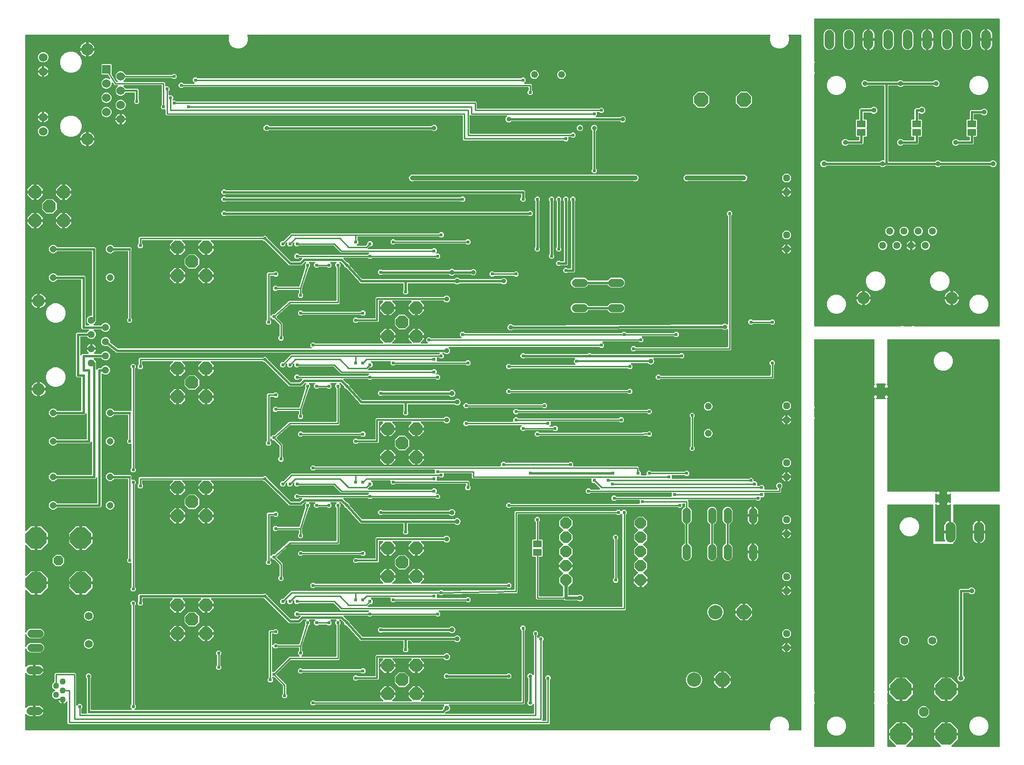
<source format=gbr>
G04 EAGLE Gerber RS-274X export*
G75*
%MOMM*%
%FSLAX34Y34*%
%LPD*%
%INBottom Copper*%
%IPPOS*%
%AMOC8*
5,1,8,0,0,1.08239X$1,22.5*%
G01*
%ADD10C,1.206400*%
%ADD11C,2.184400*%
%ADD12C,1.295400*%
%ADD13P,1.846990X8X22.500000*%
%ADD14P,4.123906X8X22.500000*%
%ADD15P,2.474344X8X22.500000*%
%ADD16C,1.524000*%
%ADD17C,2.159000*%
%ADD18R,1.524000X1.524000*%
%ADD19C,1.219200*%
%ADD20P,2.749271X8X202.500000*%
%ADD21C,1.422400*%
%ADD22C,1.106400*%
%ADD23P,1.319650X8X292.500000*%
%ADD24P,2.199416X8X292.500000*%
%ADD25P,1.846990X8X292.500000*%
%ADD26P,4.123906X8X292.500000*%
%ADD27C,1.803400*%
%ADD28C,1.700000*%
%ADD29R,1.600200X1.168400*%
%ADD30C,2.540000*%
%ADD31P,2.749271X8X22.500000*%
%ADD32C,1.422400*%
%ADD33C,0.609600*%
%ADD34C,0.804800*%
%ADD35C,0.654800*%
%ADD36C,0.406400*%
%ADD37C,0.254000*%
%ADD38C,0.904800*%
%ADD39C,0.304800*%
%ADD40C,0.609600*%
%ADD41C,0.812800*%
%ADD42C,0.914400*%

G36*
X1329038Y30481D02*
X1329038Y30481D01*
X1329087Y30487D01*
X1329137Y30485D01*
X1329244Y30507D01*
X1329353Y30521D01*
X1329399Y30539D01*
X1329448Y30549D01*
X1329547Y30597D01*
X1329649Y30638D01*
X1329689Y30667D01*
X1329734Y30689D01*
X1329817Y30760D01*
X1329906Y30824D01*
X1329938Y30863D01*
X1329976Y30895D01*
X1330039Y30985D01*
X1330109Y31069D01*
X1330130Y31114D01*
X1330159Y31155D01*
X1330198Y31258D01*
X1330245Y31357D01*
X1330254Y31406D01*
X1330272Y31452D01*
X1330284Y31562D01*
X1330304Y31670D01*
X1330301Y31719D01*
X1330307Y31768D01*
X1330291Y31877D01*
X1330285Y31987D01*
X1330269Y32034D01*
X1330262Y32083D01*
X1330210Y32236D01*
X1329183Y34715D01*
X1329183Y41485D01*
X1331774Y47739D01*
X1336561Y52526D01*
X1342815Y55117D01*
X1349585Y55117D01*
X1355839Y52526D01*
X1360626Y47739D01*
X1363217Y41485D01*
X1363217Y34715D01*
X1362190Y32236D01*
X1362177Y32188D01*
X1362155Y32143D01*
X1362135Y32035D01*
X1362106Y31929D01*
X1362105Y31879D01*
X1362096Y31831D01*
X1362102Y31721D01*
X1362101Y31611D01*
X1362112Y31563D01*
X1362115Y31513D01*
X1362149Y31409D01*
X1362175Y31302D01*
X1362198Y31258D01*
X1362213Y31211D01*
X1362272Y31118D01*
X1362324Y31021D01*
X1362357Y30984D01*
X1362384Y30942D01*
X1362464Y30867D01*
X1362537Y30785D01*
X1362579Y30758D01*
X1362615Y30724D01*
X1362711Y30671D01*
X1362803Y30611D01*
X1362850Y30594D01*
X1362894Y30570D01*
X1363000Y30543D01*
X1363104Y30507D01*
X1363154Y30503D01*
X1363202Y30491D01*
X1363362Y30481D01*
X1384300Y30481D01*
X1384418Y30496D01*
X1384537Y30503D01*
X1384575Y30516D01*
X1384616Y30521D01*
X1384726Y30564D01*
X1384839Y30601D01*
X1384874Y30623D01*
X1384911Y30638D01*
X1385007Y30708D01*
X1385108Y30771D01*
X1385136Y30801D01*
X1385169Y30824D01*
X1385245Y30916D01*
X1385326Y31003D01*
X1385346Y31038D01*
X1385371Y31069D01*
X1385422Y31177D01*
X1385480Y31281D01*
X1385490Y31321D01*
X1385507Y31357D01*
X1385529Y31474D01*
X1385559Y31589D01*
X1385563Y31650D01*
X1385567Y31670D01*
X1385565Y31690D01*
X1385569Y31750D01*
X1385569Y77162D01*
X1385557Y77260D01*
X1385554Y77359D01*
X1385537Y77417D01*
X1385529Y77477D01*
X1385493Y77569D01*
X1385465Y77665D01*
X1385435Y77717D01*
X1385412Y77773D01*
X1385354Y77853D01*
X1385304Y77939D01*
X1385238Y78014D01*
X1385226Y78030D01*
X1385216Y78038D01*
X1385197Y78059D01*
X1384934Y78323D01*
X1384934Y80427D01*
X1385197Y80691D01*
X1385258Y80769D01*
X1385326Y80841D01*
X1385355Y80894D01*
X1385392Y80942D01*
X1385432Y81033D01*
X1385480Y81120D01*
X1385495Y81178D01*
X1385519Y81234D01*
X1385534Y81332D01*
X1385559Y81427D01*
X1385565Y81527D01*
X1385569Y81548D01*
X1385567Y81560D01*
X1385569Y81588D01*
X1385569Y96212D01*
X1385557Y96310D01*
X1385554Y96409D01*
X1385537Y96467D01*
X1385529Y96527D01*
X1385493Y96619D01*
X1385465Y96715D01*
X1385435Y96767D01*
X1385412Y96823D01*
X1385354Y96903D01*
X1385304Y96989D01*
X1385238Y97064D01*
X1385226Y97080D01*
X1385216Y97088D01*
X1385197Y97109D01*
X1384934Y97373D01*
X1384934Y99477D01*
X1385197Y99741D01*
X1385258Y99819D01*
X1385326Y99891D01*
X1385355Y99944D01*
X1385392Y99992D01*
X1385432Y100083D01*
X1385480Y100170D01*
X1385495Y100228D01*
X1385519Y100284D01*
X1385534Y100382D01*
X1385559Y100477D01*
X1385565Y100577D01*
X1385569Y100598D01*
X1385567Y100610D01*
X1385569Y100638D01*
X1385569Y585162D01*
X1385557Y585260D01*
X1385554Y585359D01*
X1385537Y585417D01*
X1385529Y585477D01*
X1385493Y585569D01*
X1385465Y585665D01*
X1385435Y585717D01*
X1385412Y585773D01*
X1385354Y585853D01*
X1385304Y585939D01*
X1385238Y586014D01*
X1385226Y586030D01*
X1385216Y586038D01*
X1385197Y586059D01*
X1384934Y586323D01*
X1384934Y588427D01*
X1385197Y588691D01*
X1385258Y588769D01*
X1385326Y588841D01*
X1385355Y588894D01*
X1385392Y588942D01*
X1385432Y589033D01*
X1385480Y589120D01*
X1385495Y589178D01*
X1385519Y589234D01*
X1385534Y589332D01*
X1385559Y589427D01*
X1385565Y589527D01*
X1385569Y589548D01*
X1385567Y589560D01*
X1385569Y589588D01*
X1385569Y604212D01*
X1385557Y604310D01*
X1385554Y604409D01*
X1385537Y604467D01*
X1385529Y604527D01*
X1385493Y604619D01*
X1385465Y604715D01*
X1385435Y604767D01*
X1385412Y604823D01*
X1385354Y604903D01*
X1385304Y604989D01*
X1385238Y605064D01*
X1385226Y605080D01*
X1385216Y605088D01*
X1385197Y605109D01*
X1384934Y605373D01*
X1384934Y607477D01*
X1385197Y607741D01*
X1385258Y607819D01*
X1385326Y607891D01*
X1385355Y607944D01*
X1385392Y607992D01*
X1385432Y608083D01*
X1385480Y608170D01*
X1385495Y608228D01*
X1385519Y608284D01*
X1385534Y608382D01*
X1385559Y608477D01*
X1385565Y608577D01*
X1385569Y608598D01*
X1385567Y608610D01*
X1385569Y608638D01*
X1385569Y1201112D01*
X1385557Y1201210D01*
X1385554Y1201309D01*
X1385537Y1201367D01*
X1385529Y1201427D01*
X1385493Y1201519D01*
X1385465Y1201615D01*
X1385435Y1201667D01*
X1385412Y1201723D01*
X1385354Y1201803D01*
X1385304Y1201889D01*
X1385238Y1201964D01*
X1385226Y1201980D01*
X1385216Y1201988D01*
X1385197Y1202009D01*
X1384934Y1202273D01*
X1384934Y1204377D01*
X1385197Y1204641D01*
X1385258Y1204719D01*
X1385326Y1204791D01*
X1385355Y1204844D01*
X1385392Y1204892D01*
X1385432Y1204983D01*
X1385480Y1205070D01*
X1385495Y1205128D01*
X1385519Y1205184D01*
X1385534Y1205282D01*
X1385559Y1205377D01*
X1385565Y1205477D01*
X1385569Y1205498D01*
X1385567Y1205510D01*
X1385569Y1205538D01*
X1385569Y1220162D01*
X1385557Y1220260D01*
X1385554Y1220359D01*
X1385537Y1220417D01*
X1385529Y1220477D01*
X1385493Y1220569D01*
X1385465Y1220665D01*
X1385435Y1220717D01*
X1385412Y1220773D01*
X1385354Y1220853D01*
X1385304Y1220939D01*
X1385238Y1221014D01*
X1385226Y1221030D01*
X1385216Y1221038D01*
X1385197Y1221059D01*
X1384934Y1221323D01*
X1384934Y1223427D01*
X1385197Y1223691D01*
X1385258Y1223769D01*
X1385326Y1223841D01*
X1385355Y1223894D01*
X1385392Y1223942D01*
X1385432Y1224033D01*
X1385480Y1224120D01*
X1385495Y1224178D01*
X1385519Y1224234D01*
X1385534Y1224332D01*
X1385559Y1224427D01*
X1385565Y1224527D01*
X1385569Y1224548D01*
X1385567Y1224560D01*
X1385569Y1224588D01*
X1385569Y1270000D01*
X1385554Y1270118D01*
X1385547Y1270237D01*
X1385534Y1270275D01*
X1385529Y1270316D01*
X1385486Y1270426D01*
X1385449Y1270539D01*
X1385427Y1270574D01*
X1385412Y1270611D01*
X1385343Y1270707D01*
X1385279Y1270808D01*
X1385249Y1270836D01*
X1385226Y1270869D01*
X1385134Y1270945D01*
X1385047Y1271026D01*
X1385012Y1271046D01*
X1384981Y1271071D01*
X1384873Y1271122D01*
X1384769Y1271180D01*
X1384729Y1271190D01*
X1384693Y1271207D01*
X1384576Y1271229D01*
X1384461Y1271259D01*
X1384401Y1271263D01*
X1384381Y1271267D01*
X1384360Y1271265D01*
X1384300Y1271269D01*
X1363362Y1271269D01*
X1363313Y1271263D01*
X1363263Y1271265D01*
X1363156Y1271243D01*
X1363047Y1271229D01*
X1363001Y1271211D01*
X1362952Y1271201D01*
X1362853Y1271153D01*
X1362751Y1271112D01*
X1362711Y1271083D01*
X1362666Y1271061D01*
X1362583Y1270990D01*
X1362494Y1270926D01*
X1362462Y1270887D01*
X1362424Y1270855D01*
X1362361Y1270765D01*
X1362291Y1270681D01*
X1362270Y1270636D01*
X1362241Y1270595D01*
X1362202Y1270492D01*
X1362155Y1270393D01*
X1362146Y1270344D01*
X1362128Y1270298D01*
X1362116Y1270188D01*
X1362096Y1270081D01*
X1362099Y1270031D01*
X1362093Y1269982D01*
X1362109Y1269873D01*
X1362115Y1269763D01*
X1362131Y1269716D01*
X1362138Y1269667D01*
X1362190Y1269514D01*
X1363217Y1267035D01*
X1363217Y1260265D01*
X1360626Y1254011D01*
X1355839Y1249224D01*
X1349585Y1246633D01*
X1342815Y1246633D01*
X1336561Y1249224D01*
X1331774Y1254011D01*
X1329183Y1260265D01*
X1329183Y1267035D01*
X1330210Y1269514D01*
X1330223Y1269562D01*
X1330245Y1269607D01*
X1330265Y1269715D01*
X1330294Y1269821D01*
X1330295Y1269871D01*
X1330304Y1269920D01*
X1330298Y1270029D01*
X1330299Y1270139D01*
X1330288Y1270187D01*
X1330285Y1270237D01*
X1330251Y1270341D01*
X1330225Y1270448D01*
X1330202Y1270492D01*
X1330187Y1270539D01*
X1330128Y1270632D01*
X1330076Y1270729D01*
X1330043Y1270766D01*
X1330016Y1270808D01*
X1329936Y1270883D01*
X1329863Y1270965D01*
X1329821Y1270992D01*
X1329785Y1271026D01*
X1329689Y1271079D01*
X1329597Y1271139D01*
X1329550Y1271156D01*
X1329506Y1271180D01*
X1329400Y1271207D01*
X1329296Y1271243D01*
X1329246Y1271247D01*
X1329198Y1271259D01*
X1329038Y1271269D01*
X398162Y1271269D01*
X398113Y1271263D01*
X398063Y1271265D01*
X397956Y1271243D01*
X397847Y1271229D01*
X397801Y1271211D01*
X397752Y1271201D01*
X397653Y1271153D01*
X397551Y1271112D01*
X397511Y1271083D01*
X397466Y1271061D01*
X397383Y1270990D01*
X397294Y1270926D01*
X397262Y1270887D01*
X397224Y1270855D01*
X397161Y1270765D01*
X397091Y1270681D01*
X397070Y1270636D01*
X397041Y1270595D01*
X397002Y1270492D01*
X396955Y1270393D01*
X396946Y1270344D01*
X396928Y1270298D01*
X396916Y1270188D01*
X396896Y1270081D01*
X396899Y1270031D01*
X396893Y1269982D01*
X396909Y1269873D01*
X396915Y1269763D01*
X396931Y1269716D01*
X396938Y1269667D01*
X396990Y1269514D01*
X398017Y1267035D01*
X398017Y1260265D01*
X395426Y1254011D01*
X390639Y1249224D01*
X384385Y1246633D01*
X377615Y1246633D01*
X371361Y1249224D01*
X366574Y1254011D01*
X363983Y1260265D01*
X363983Y1267035D01*
X365010Y1269514D01*
X365023Y1269562D01*
X365045Y1269607D01*
X365065Y1269715D01*
X365094Y1269821D01*
X365095Y1269871D01*
X365104Y1269920D01*
X365098Y1270029D01*
X365099Y1270139D01*
X365088Y1270187D01*
X365085Y1270237D01*
X365051Y1270341D01*
X365025Y1270448D01*
X365002Y1270492D01*
X364987Y1270539D01*
X364928Y1270632D01*
X364876Y1270729D01*
X364843Y1270766D01*
X364816Y1270808D01*
X364736Y1270883D01*
X364663Y1270965D01*
X364621Y1270992D01*
X364585Y1271026D01*
X364489Y1271079D01*
X364397Y1271139D01*
X364350Y1271156D01*
X364306Y1271180D01*
X364200Y1271207D01*
X364096Y1271243D01*
X364046Y1271247D01*
X363998Y1271259D01*
X363838Y1271269D01*
X2286Y1271269D01*
X2168Y1271254D01*
X2049Y1271247D01*
X2011Y1271234D01*
X1970Y1271229D01*
X1860Y1271186D01*
X1747Y1271149D01*
X1712Y1271127D01*
X1675Y1271112D01*
X1579Y1271043D01*
X1478Y1270979D01*
X1450Y1270949D01*
X1417Y1270926D01*
X1341Y1270834D01*
X1260Y1270747D01*
X1240Y1270712D01*
X1215Y1270681D01*
X1164Y1270573D01*
X1106Y1270469D01*
X1096Y1270429D01*
X1079Y1270393D01*
X1057Y1270276D01*
X1027Y1270161D01*
X1023Y1270101D01*
X1019Y1270081D01*
X1021Y1270060D01*
X1017Y1270000D01*
X1017Y387116D01*
X1034Y386979D01*
X1035Y386972D01*
X1039Y386903D01*
X1042Y386894D01*
X1047Y386840D01*
X1054Y386821D01*
X1057Y386801D01*
X1108Y386672D01*
X1155Y386541D01*
X1166Y386524D01*
X1174Y386505D01*
X1255Y386393D01*
X1333Y386278D01*
X1349Y386264D01*
X1360Y386248D01*
X1468Y386159D01*
X1572Y386067D01*
X1590Y386058D01*
X1605Y386045D01*
X1731Y385986D01*
X1855Y385923D01*
X1875Y385918D01*
X1893Y385910D01*
X2029Y385883D01*
X2165Y385853D01*
X2186Y385854D01*
X2205Y385850D01*
X2344Y385858D01*
X2483Y385863D01*
X2503Y385868D01*
X2523Y385869D01*
X2655Y385912D01*
X2789Y385951D01*
X2806Y385961D01*
X2825Y385968D01*
X2920Y386027D01*
X2921Y386028D01*
X2924Y386030D01*
X2943Y386042D01*
X3063Y386113D01*
X3084Y386131D01*
X3094Y386138D01*
X3108Y386153D01*
X3183Y386219D01*
X11507Y394543D01*
X17701Y394543D01*
X17701Y374730D01*
X17716Y374612D01*
X17723Y374493D01*
X17736Y374455D01*
X17741Y374415D01*
X17784Y374304D01*
X17821Y374191D01*
X17843Y374157D01*
X17858Y374119D01*
X17928Y374023D01*
X17991Y373922D01*
X18021Y373894D01*
X18044Y373862D01*
X18136Y373786D01*
X18223Y373704D01*
X18258Y373685D01*
X18289Y373659D01*
X18397Y373608D01*
X18501Y373551D01*
X18541Y373540D01*
X18577Y373523D01*
X18694Y373501D01*
X18809Y373471D01*
X18870Y373467D01*
X18890Y373463D01*
X18910Y373465D01*
X18970Y373461D01*
X20241Y373461D01*
X20241Y373459D01*
X18970Y373459D01*
X18852Y373444D01*
X18733Y373437D01*
X18695Y373424D01*
X18654Y373419D01*
X18544Y373375D01*
X18431Y373339D01*
X18396Y373317D01*
X18359Y373302D01*
X18263Y373232D01*
X18162Y373169D01*
X18134Y373139D01*
X18101Y373115D01*
X18026Y373024D01*
X17944Y372937D01*
X17924Y372902D01*
X17899Y372870D01*
X17848Y372763D01*
X17790Y372658D01*
X17780Y372619D01*
X17763Y372583D01*
X17741Y372466D01*
X17711Y372351D01*
X17707Y372290D01*
X17703Y372270D01*
X17705Y372250D01*
X17701Y372190D01*
X17701Y352377D01*
X11507Y352377D01*
X3183Y360701D01*
X3074Y360786D01*
X2967Y360875D01*
X2948Y360884D01*
X2932Y360896D01*
X2804Y360951D01*
X2679Y361010D01*
X2659Y361014D01*
X2640Y361022D01*
X2502Y361044D01*
X2366Y361070D01*
X2346Y361069D01*
X2326Y361072D01*
X2187Y361059D01*
X2049Y361051D01*
X2030Y361044D01*
X2010Y361042D01*
X1878Y360995D01*
X1747Y360952D01*
X1729Y360942D01*
X1710Y360935D01*
X1595Y360857D01*
X1478Y360782D01*
X1464Y360768D01*
X1447Y360756D01*
X1355Y360652D01*
X1260Y360551D01*
X1250Y360533D01*
X1237Y360518D01*
X1173Y360394D01*
X1106Y360272D01*
X1101Y360253D01*
X1092Y360235D01*
X1062Y360099D01*
X1027Y359964D01*
X1025Y359936D01*
X1022Y359924D01*
X1023Y359904D01*
X1017Y359804D01*
X1017Y306946D01*
X1034Y306809D01*
X1047Y306670D01*
X1054Y306651D01*
X1057Y306631D01*
X1108Y306502D01*
X1155Y306371D01*
X1166Y306354D01*
X1174Y306335D01*
X1255Y306223D01*
X1333Y306108D01*
X1349Y306094D01*
X1360Y306078D01*
X1468Y305989D01*
X1572Y305897D01*
X1590Y305888D01*
X1605Y305875D01*
X1731Y305816D01*
X1855Y305753D01*
X1875Y305748D01*
X1893Y305740D01*
X2029Y305713D01*
X2165Y305683D01*
X2186Y305684D01*
X2205Y305680D01*
X2344Y305688D01*
X2483Y305693D01*
X2503Y305698D01*
X2523Y305699D01*
X2655Y305742D01*
X2789Y305781D01*
X2806Y305791D01*
X2825Y305798D01*
X2943Y305872D01*
X3063Y305943D01*
X3084Y305961D01*
X3094Y305968D01*
X3108Y305983D01*
X3183Y306049D01*
X11507Y314373D01*
X17701Y314373D01*
X17701Y294560D01*
X17716Y294442D01*
X17723Y294323D01*
X17736Y294285D01*
X17741Y294245D01*
X17784Y294134D01*
X17821Y294021D01*
X17843Y293987D01*
X17858Y293949D01*
X17928Y293853D01*
X17991Y293752D01*
X18021Y293724D01*
X18044Y293692D01*
X18136Y293616D01*
X18223Y293534D01*
X18258Y293515D01*
X18289Y293489D01*
X18397Y293438D01*
X18501Y293381D01*
X18541Y293370D01*
X18577Y293353D01*
X18694Y293331D01*
X18809Y293301D01*
X18870Y293297D01*
X18890Y293293D01*
X18910Y293295D01*
X18970Y293291D01*
X20241Y293291D01*
X20241Y293289D01*
X18970Y293289D01*
X18852Y293274D01*
X18733Y293267D01*
X18695Y293254D01*
X18654Y293249D01*
X18544Y293205D01*
X18431Y293169D01*
X18396Y293147D01*
X18359Y293132D01*
X18263Y293062D01*
X18162Y292999D01*
X18134Y292969D01*
X18101Y292945D01*
X18026Y292854D01*
X17944Y292767D01*
X17924Y292732D01*
X17899Y292700D01*
X17848Y292593D01*
X17790Y292488D01*
X17780Y292449D01*
X17763Y292413D01*
X17741Y292296D01*
X17711Y292181D01*
X17707Y292120D01*
X17703Y292100D01*
X17705Y292080D01*
X17701Y292020D01*
X17701Y272207D01*
X11507Y272207D01*
X3183Y280531D01*
X3074Y280616D01*
X2967Y280705D01*
X2948Y280714D01*
X2932Y280726D01*
X2804Y280781D01*
X2679Y280840D01*
X2659Y280844D01*
X2640Y280852D01*
X2502Y280874D01*
X2366Y280900D01*
X2346Y280899D01*
X2326Y280902D01*
X2187Y280889D01*
X2049Y280881D01*
X2030Y280874D01*
X2010Y280872D01*
X1878Y280825D01*
X1747Y280782D01*
X1729Y280772D01*
X1710Y280765D01*
X1595Y280687D01*
X1478Y280612D01*
X1464Y280598D01*
X1447Y280586D01*
X1355Y280482D01*
X1260Y280381D01*
X1250Y280363D01*
X1237Y280348D01*
X1173Y280224D01*
X1106Y280102D01*
X1101Y280083D01*
X1092Y280065D01*
X1062Y279929D01*
X1027Y279794D01*
X1025Y279766D01*
X1022Y279754D01*
X1023Y279734D01*
X1017Y279634D01*
X1017Y205783D01*
X1025Y205714D01*
X1024Y205644D01*
X1045Y205557D01*
X1057Y205468D01*
X1082Y205403D01*
X1099Y205335D01*
X1141Y205256D01*
X1174Y205172D01*
X1215Y205116D01*
X1247Y205054D01*
X1308Y204988D01*
X1360Y204915D01*
X1414Y204870D01*
X1461Y204819D01*
X1536Y204769D01*
X1605Y204712D01*
X1669Y204682D01*
X1727Y204644D01*
X1812Y204615D01*
X1893Y204577D01*
X1962Y204563D01*
X2028Y204541D01*
X2117Y204534D01*
X2205Y204517D01*
X2275Y204521D01*
X2345Y204516D01*
X2433Y204531D01*
X2523Y204537D01*
X2589Y204558D01*
X2658Y204570D01*
X2740Y204607D01*
X2825Y204635D01*
X2884Y204672D01*
X2948Y204701D01*
X3018Y204757D01*
X3094Y204805D01*
X3142Y204856D01*
X3196Y204899D01*
X3251Y204971D01*
X3312Y205036D01*
X3346Y205097D01*
X3388Y205153D01*
X3459Y205298D01*
X4616Y208092D01*
X7046Y210522D01*
X10220Y211837D01*
X27880Y211837D01*
X31054Y210522D01*
X33484Y208092D01*
X34799Y204918D01*
X34799Y201482D01*
X33484Y198308D01*
X31054Y195878D01*
X27880Y194563D01*
X10220Y194563D01*
X7046Y195878D01*
X4616Y198308D01*
X3459Y201102D01*
X3424Y201163D01*
X3398Y201228D01*
X3346Y201300D01*
X3301Y201378D01*
X3253Y201429D01*
X3212Y201485D01*
X3142Y201542D01*
X3080Y201607D01*
X3020Y201643D01*
X2967Y201688D01*
X2885Y201726D01*
X2809Y201773D01*
X2742Y201794D01*
X2679Y201823D01*
X2591Y201840D01*
X2505Y201867D01*
X2435Y201870D01*
X2366Y201883D01*
X2277Y201878D01*
X2187Y201882D01*
X2119Y201868D01*
X2049Y201863D01*
X1964Y201836D01*
X1876Y201818D01*
X1813Y201787D01*
X1747Y201765D01*
X1671Y201717D01*
X1590Y201678D01*
X1537Y201633D01*
X1478Y201595D01*
X1416Y201530D01*
X1348Y201472D01*
X1308Y201415D01*
X1260Y201364D01*
X1217Y201285D01*
X1165Y201212D01*
X1140Y201146D01*
X1106Y201085D01*
X1084Y200998D01*
X1052Y200914D01*
X1044Y200845D01*
X1027Y200777D01*
X1017Y200617D01*
X1017Y180383D01*
X1025Y180314D01*
X1024Y180244D01*
X1045Y180157D01*
X1057Y180068D01*
X1082Y180003D01*
X1099Y179935D01*
X1141Y179856D01*
X1174Y179772D01*
X1215Y179716D01*
X1247Y179654D01*
X1308Y179588D01*
X1360Y179515D01*
X1414Y179470D01*
X1461Y179419D01*
X1536Y179369D01*
X1605Y179312D01*
X1669Y179282D01*
X1727Y179244D01*
X1812Y179215D01*
X1893Y179177D01*
X1962Y179163D01*
X2028Y179141D01*
X2117Y179134D01*
X2205Y179117D01*
X2275Y179121D01*
X2345Y179116D01*
X2433Y179131D01*
X2523Y179137D01*
X2589Y179158D01*
X2658Y179170D01*
X2740Y179207D01*
X2825Y179235D01*
X2884Y179272D01*
X2948Y179301D01*
X3018Y179357D01*
X3094Y179405D01*
X3142Y179456D01*
X3196Y179499D01*
X3251Y179571D01*
X3312Y179636D01*
X3346Y179697D01*
X3388Y179753D01*
X3459Y179898D01*
X4616Y182692D01*
X7046Y185122D01*
X10220Y186437D01*
X27880Y186437D01*
X31054Y185122D01*
X33484Y182692D01*
X34799Y179518D01*
X34799Y176082D01*
X33484Y172908D01*
X31054Y170478D01*
X27880Y169163D01*
X10220Y169163D01*
X7046Y170478D01*
X4616Y172908D01*
X3459Y175702D01*
X3453Y175713D01*
X3452Y175715D01*
X3447Y175722D01*
X3424Y175763D01*
X3398Y175828D01*
X3346Y175900D01*
X3301Y175978D01*
X3253Y176029D01*
X3212Y176085D01*
X3142Y176142D01*
X3080Y176207D01*
X3020Y176243D01*
X2967Y176288D01*
X2885Y176326D01*
X2809Y176373D01*
X2742Y176394D01*
X2679Y176423D01*
X2591Y176440D01*
X2505Y176467D01*
X2435Y176470D01*
X2366Y176483D01*
X2277Y176478D01*
X2187Y176482D01*
X2119Y176468D01*
X2049Y176463D01*
X1964Y176436D01*
X1876Y176418D01*
X1813Y176387D01*
X1747Y176365D01*
X1671Y176317D01*
X1590Y176278D01*
X1537Y176233D01*
X1478Y176195D01*
X1416Y176130D01*
X1348Y176072D01*
X1308Y176015D01*
X1260Y175964D01*
X1217Y175885D01*
X1165Y175812D01*
X1140Y175746D01*
X1106Y175685D01*
X1084Y175598D01*
X1052Y175514D01*
X1044Y175445D01*
X1027Y175377D01*
X1017Y175217D01*
X1017Y144752D01*
X1027Y144673D01*
X1027Y144593D01*
X1047Y144516D01*
X1057Y144436D01*
X1086Y144362D01*
X1106Y144285D01*
X1144Y144215D01*
X1174Y144141D01*
X1220Y144076D01*
X1259Y144006D01*
X1314Y143948D01*
X1360Y143883D01*
X1422Y143832D01*
X1477Y143774D01*
X1544Y143731D01*
X1605Y143680D01*
X1678Y143646D01*
X1745Y143604D01*
X1821Y143579D01*
X1893Y143545D01*
X1971Y143530D01*
X2047Y143505D01*
X2127Y143500D01*
X2205Y143485D01*
X2285Y143490D01*
X2365Y143485D01*
X2443Y143500D01*
X2523Y143505D01*
X2599Y143529D01*
X2677Y143544D01*
X2750Y143578D01*
X2825Y143603D01*
X2893Y143646D01*
X2965Y143680D01*
X3027Y143730D01*
X3094Y143773D01*
X3149Y143831D01*
X3210Y143882D01*
X3311Y144004D01*
X3312Y144005D01*
X3313Y144006D01*
X3350Y144057D01*
X4368Y145075D01*
X5533Y145921D01*
X6815Y146575D01*
X8184Y147020D01*
X9606Y147245D01*
X14938Y147245D01*
X14938Y139330D01*
X14953Y139212D01*
X14961Y139093D01*
X14973Y139055D01*
X14978Y139015D01*
X15022Y138904D01*
X15059Y138791D01*
X15080Y138757D01*
X15095Y138719D01*
X15165Y138623D01*
X15229Y138522D01*
X15258Y138494D01*
X15282Y138462D01*
X15374Y138386D01*
X15460Y138304D01*
X15496Y138285D01*
X15527Y138259D01*
X15635Y138208D01*
X15739Y138151D01*
X15778Y138141D01*
X15815Y138123D01*
X15921Y138103D01*
X15892Y138099D01*
X15781Y138055D01*
X15668Y138019D01*
X15634Y137997D01*
X15596Y137982D01*
X15500Y137912D01*
X15399Y137849D01*
X15372Y137819D01*
X15339Y137795D01*
X15263Y137704D01*
X15181Y137617D01*
X15162Y137582D01*
X15136Y137550D01*
X15085Y137443D01*
X15028Y137338D01*
X15018Y137299D01*
X15001Y137263D01*
X14978Y137146D01*
X14948Y137030D01*
X14945Y136970D01*
X14941Y136950D01*
X14942Y136930D01*
X14938Y136870D01*
X14938Y128955D01*
X9606Y128955D01*
X8184Y129180D01*
X6815Y129625D01*
X5533Y130279D01*
X4368Y131125D01*
X3350Y132142D01*
X3313Y132194D01*
X3258Y132252D01*
X3212Y132317D01*
X3150Y132368D01*
X3095Y132426D01*
X3028Y132469D01*
X2967Y132520D01*
X2894Y132554D01*
X2827Y132596D01*
X2751Y132621D01*
X2679Y132655D01*
X2601Y132670D01*
X2524Y132695D01*
X2445Y132700D01*
X2366Y132715D01*
X2287Y132710D01*
X2207Y132715D01*
X2129Y132700D01*
X2049Y132695D01*
X1973Y132670D01*
X1895Y132656D01*
X1822Y132622D01*
X1747Y132597D01*
X1679Y132554D01*
X1607Y132520D01*
X1545Y132470D01*
X1478Y132427D01*
X1423Y132369D01*
X1362Y132318D01*
X1315Y132253D01*
X1260Y132195D01*
X1221Y132125D01*
X1174Y132061D01*
X1145Y131987D01*
X1106Y131917D01*
X1086Y131839D01*
X1057Y131765D01*
X1047Y131686D01*
X1027Y131609D01*
X1017Y131451D01*
X1017Y131450D01*
X1017Y131449D01*
X1017Y131448D01*
X1017Y71752D01*
X1027Y71673D01*
X1027Y71593D01*
X1047Y71516D01*
X1057Y71436D01*
X1086Y71362D01*
X1106Y71285D01*
X1144Y71215D01*
X1174Y71141D01*
X1220Y71076D01*
X1259Y71006D01*
X1314Y70948D01*
X1360Y70883D01*
X1422Y70832D01*
X1477Y70774D01*
X1544Y70731D01*
X1605Y70680D01*
X1678Y70646D01*
X1745Y70604D01*
X1821Y70579D01*
X1893Y70545D01*
X1971Y70530D01*
X2047Y70505D01*
X2127Y70500D01*
X2205Y70485D01*
X2285Y70490D01*
X2365Y70485D01*
X2443Y70500D01*
X2523Y70505D01*
X2599Y70529D01*
X2677Y70544D01*
X2750Y70578D01*
X2825Y70603D01*
X2893Y70646D01*
X2965Y70680D01*
X3027Y70730D01*
X3094Y70773D01*
X3149Y70831D01*
X3210Y70882D01*
X3311Y71004D01*
X3312Y71005D01*
X3313Y71006D01*
X3350Y71057D01*
X4368Y72075D01*
X5533Y72921D01*
X6815Y73575D01*
X8184Y74020D01*
X9606Y74245D01*
X14938Y74245D01*
X14938Y66330D01*
X14953Y66212D01*
X14961Y66093D01*
X14973Y66055D01*
X14978Y66015D01*
X15022Y65904D01*
X15059Y65791D01*
X15080Y65757D01*
X15095Y65719D01*
X15165Y65623D01*
X15229Y65522D01*
X15258Y65494D01*
X15282Y65462D01*
X15374Y65386D01*
X15460Y65304D01*
X15496Y65285D01*
X15527Y65259D01*
X15635Y65208D01*
X15739Y65151D01*
X15778Y65141D01*
X15815Y65123D01*
X15921Y65103D01*
X15892Y65099D01*
X15781Y65055D01*
X15668Y65019D01*
X15634Y64997D01*
X15596Y64982D01*
X15500Y64912D01*
X15399Y64849D01*
X15372Y64819D01*
X15339Y64795D01*
X15263Y64704D01*
X15181Y64617D01*
X15162Y64582D01*
X15136Y64550D01*
X15085Y64443D01*
X15028Y64338D01*
X15018Y64299D01*
X15001Y64263D01*
X14978Y64146D01*
X14948Y64030D01*
X14945Y63970D01*
X14941Y63950D01*
X14942Y63930D01*
X14938Y63870D01*
X14938Y55955D01*
X9606Y55955D01*
X8184Y56180D01*
X6815Y56625D01*
X5533Y57279D01*
X4368Y58125D01*
X3350Y59143D01*
X3313Y59194D01*
X3298Y59210D01*
X3297Y59212D01*
X3289Y59219D01*
X3258Y59252D01*
X3212Y59317D01*
X3150Y59368D01*
X3095Y59426D01*
X3028Y59469D01*
X2967Y59520D01*
X2894Y59554D01*
X2827Y59596D01*
X2751Y59621D01*
X2679Y59655D01*
X2601Y59670D01*
X2524Y59695D01*
X2445Y59700D01*
X2366Y59715D01*
X2287Y59710D01*
X2207Y59715D01*
X2129Y59700D01*
X2049Y59695D01*
X1973Y59670D01*
X1895Y59656D01*
X1822Y59622D01*
X1747Y59597D01*
X1679Y59554D01*
X1607Y59520D01*
X1545Y59470D01*
X1478Y59427D01*
X1423Y59369D01*
X1362Y59318D01*
X1315Y59253D01*
X1260Y59195D01*
X1221Y59125D01*
X1174Y59061D01*
X1145Y58987D01*
X1106Y58917D01*
X1086Y58839D01*
X1057Y58765D01*
X1047Y58686D01*
X1027Y58609D01*
X1017Y58451D01*
X1017Y58450D01*
X1017Y58449D01*
X1017Y58448D01*
X1017Y31750D01*
X1032Y31632D01*
X1039Y31513D01*
X1052Y31475D01*
X1057Y31434D01*
X1100Y31324D01*
X1137Y31211D01*
X1159Y31176D01*
X1174Y31139D01*
X1243Y31043D01*
X1307Y30942D01*
X1337Y30914D01*
X1360Y30881D01*
X1452Y30805D01*
X1539Y30724D01*
X1574Y30704D01*
X1605Y30679D01*
X1713Y30628D01*
X1817Y30570D01*
X1857Y30560D01*
X1893Y30543D01*
X2010Y30521D01*
X2125Y30491D01*
X2185Y30487D01*
X2205Y30483D01*
X2226Y30485D01*
X2286Y30481D01*
X1329038Y30481D01*
G37*
G36*
X1563160Y751218D02*
X1563160Y751218D01*
X1563259Y751221D01*
X1563317Y751238D01*
X1563377Y751246D01*
X1563469Y751282D01*
X1563565Y751310D01*
X1563617Y751340D01*
X1563673Y751363D01*
X1563753Y751421D01*
X1563839Y751471D01*
X1563914Y751537D01*
X1563930Y751549D01*
X1563938Y751559D01*
X1563959Y751578D01*
X1564223Y751841D01*
X1566327Y751841D01*
X1566591Y751578D01*
X1566669Y751517D01*
X1566741Y751449D01*
X1566794Y751420D01*
X1566842Y751383D01*
X1566933Y751343D01*
X1567020Y751295D01*
X1567078Y751280D01*
X1567134Y751256D01*
X1567232Y751241D01*
X1567327Y751216D01*
X1567427Y751210D01*
X1567448Y751206D01*
X1567460Y751208D01*
X1567488Y751206D01*
X1582112Y751206D01*
X1582210Y751218D01*
X1582309Y751221D01*
X1582367Y751238D01*
X1582427Y751246D01*
X1582519Y751282D01*
X1582615Y751310D01*
X1582667Y751340D01*
X1582723Y751363D01*
X1582803Y751421D01*
X1582889Y751471D01*
X1582964Y751537D01*
X1582980Y751549D01*
X1582988Y751559D01*
X1583009Y751578D01*
X1583273Y751841D01*
X1585377Y751841D01*
X1585641Y751578D01*
X1585719Y751517D01*
X1585791Y751449D01*
X1585844Y751420D01*
X1585892Y751383D01*
X1585983Y751343D01*
X1586070Y751295D01*
X1586128Y751280D01*
X1586184Y751256D01*
X1586282Y751241D01*
X1586377Y751216D01*
X1586477Y751210D01*
X1586498Y751206D01*
X1586510Y751208D01*
X1586538Y751206D01*
X1737614Y751206D01*
X1737732Y751221D01*
X1737851Y751228D01*
X1737889Y751241D01*
X1737930Y751246D01*
X1738040Y751289D01*
X1738153Y751326D01*
X1738188Y751348D01*
X1738225Y751363D01*
X1738321Y751433D01*
X1738422Y751496D01*
X1738450Y751526D01*
X1738483Y751549D01*
X1738559Y751641D01*
X1738640Y751728D01*
X1738660Y751763D01*
X1738685Y751794D01*
X1738736Y751902D01*
X1738794Y752006D01*
X1738804Y752046D01*
X1738821Y752082D01*
X1738843Y752199D01*
X1738873Y752314D01*
X1738877Y752375D01*
X1738881Y752395D01*
X1738879Y752415D01*
X1738883Y752475D01*
X1738883Y1299464D01*
X1738868Y1299582D01*
X1738861Y1299701D01*
X1738848Y1299739D01*
X1738843Y1299780D01*
X1738800Y1299890D01*
X1738763Y1300003D01*
X1738741Y1300038D01*
X1738726Y1300075D01*
X1738657Y1300171D01*
X1738593Y1300272D01*
X1738563Y1300300D01*
X1738540Y1300333D01*
X1738448Y1300409D01*
X1738361Y1300490D01*
X1738326Y1300510D01*
X1738295Y1300535D01*
X1738187Y1300586D01*
X1738083Y1300644D01*
X1738043Y1300654D01*
X1738007Y1300671D01*
X1737890Y1300693D01*
X1737775Y1300723D01*
X1737715Y1300727D01*
X1737695Y1300731D01*
X1737674Y1300729D01*
X1737614Y1300733D01*
X1409700Y1300733D01*
X1409582Y1300718D01*
X1409463Y1300711D01*
X1409425Y1300698D01*
X1409384Y1300693D01*
X1409274Y1300650D01*
X1409161Y1300613D01*
X1409126Y1300591D01*
X1409089Y1300576D01*
X1408993Y1300507D01*
X1408892Y1300443D01*
X1408864Y1300413D01*
X1408831Y1300390D01*
X1408756Y1300298D01*
X1408674Y1300211D01*
X1408654Y1300176D01*
X1408629Y1300145D01*
X1408578Y1300037D01*
X1408520Y1299933D01*
X1408510Y1299893D01*
X1408493Y1299857D01*
X1408471Y1299740D01*
X1408441Y1299625D01*
X1408437Y1299565D01*
X1408433Y1299545D01*
X1408435Y1299524D01*
X1408431Y1299464D01*
X1408431Y1224588D01*
X1408443Y1224490D01*
X1408446Y1224391D01*
X1408463Y1224333D01*
X1408471Y1224273D01*
X1408507Y1224181D01*
X1408535Y1224085D01*
X1408565Y1224033D01*
X1408588Y1223977D01*
X1408646Y1223897D01*
X1408696Y1223811D01*
X1408762Y1223736D01*
X1408774Y1223720D01*
X1408784Y1223712D01*
X1408803Y1223691D01*
X1409066Y1223427D01*
X1409066Y1221323D01*
X1408803Y1221059D01*
X1408742Y1220981D01*
X1408674Y1220909D01*
X1408645Y1220856D01*
X1408608Y1220808D01*
X1408568Y1220717D01*
X1408520Y1220630D01*
X1408505Y1220572D01*
X1408481Y1220516D01*
X1408466Y1220418D01*
X1408441Y1220323D01*
X1408435Y1220223D01*
X1408431Y1220202D01*
X1408433Y1220190D01*
X1408431Y1220162D01*
X1408431Y1205538D01*
X1408443Y1205440D01*
X1408446Y1205341D01*
X1408463Y1205283D01*
X1408471Y1205223D01*
X1408507Y1205131D01*
X1408535Y1205035D01*
X1408565Y1204983D01*
X1408588Y1204927D01*
X1408646Y1204847D01*
X1408696Y1204761D01*
X1408762Y1204686D01*
X1408774Y1204670D01*
X1408784Y1204662D01*
X1408803Y1204641D01*
X1409066Y1204377D01*
X1409066Y1202273D01*
X1408803Y1202009D01*
X1408742Y1201931D01*
X1408674Y1201859D01*
X1408645Y1201806D01*
X1408608Y1201758D01*
X1408568Y1201667D01*
X1408520Y1201580D01*
X1408505Y1201522D01*
X1408481Y1201466D01*
X1408466Y1201368D01*
X1408441Y1201273D01*
X1408435Y1201173D01*
X1408431Y1201152D01*
X1408433Y1201140D01*
X1408431Y1201112D01*
X1408431Y752475D01*
X1408446Y752357D01*
X1408453Y752238D01*
X1408466Y752200D01*
X1408471Y752159D01*
X1408514Y752049D01*
X1408551Y751936D01*
X1408573Y751901D01*
X1408588Y751864D01*
X1408658Y751768D01*
X1408721Y751667D01*
X1408751Y751639D01*
X1408774Y751606D01*
X1408866Y751531D01*
X1408953Y751449D01*
X1408988Y751429D01*
X1409019Y751404D01*
X1409127Y751353D01*
X1409231Y751295D01*
X1409271Y751285D01*
X1409307Y751268D01*
X1409424Y751246D01*
X1409539Y751216D01*
X1409600Y751212D01*
X1409620Y751208D01*
X1409640Y751210D01*
X1409700Y751206D01*
X1563062Y751206D01*
X1563160Y751218D01*
G37*
G36*
X1514593Y1032D02*
X1514593Y1032D01*
X1514712Y1039D01*
X1514750Y1052D01*
X1514791Y1057D01*
X1514901Y1100D01*
X1515014Y1137D01*
X1515049Y1159D01*
X1515086Y1174D01*
X1515182Y1243D01*
X1515283Y1307D01*
X1515311Y1337D01*
X1515344Y1360D01*
X1515420Y1452D01*
X1515501Y1539D01*
X1515521Y1574D01*
X1515546Y1605D01*
X1515597Y1713D01*
X1515655Y1817D01*
X1515665Y1857D01*
X1515682Y1893D01*
X1515704Y2010D01*
X1515734Y2125D01*
X1515738Y2185D01*
X1515742Y2205D01*
X1515740Y2226D01*
X1515744Y2286D01*
X1515744Y77162D01*
X1515732Y77260D01*
X1515729Y77359D01*
X1515712Y77417D01*
X1515704Y77477D01*
X1515668Y77569D01*
X1515640Y77665D01*
X1515615Y77707D01*
X1515614Y77711D01*
X1515608Y77720D01*
X1515587Y77773D01*
X1515529Y77853D01*
X1515479Y77939D01*
X1515447Y77974D01*
X1515444Y77980D01*
X1515436Y77987D01*
X1515413Y78014D01*
X1515401Y78030D01*
X1515391Y78038D01*
X1515372Y78059D01*
X1515109Y78323D01*
X1515109Y80427D01*
X1515372Y80691D01*
X1515433Y80769D01*
X1515501Y80841D01*
X1515530Y80894D01*
X1515567Y80942D01*
X1515607Y81033D01*
X1515655Y81120D01*
X1515670Y81178D01*
X1515694Y81234D01*
X1515709Y81332D01*
X1515734Y81427D01*
X1515740Y81527D01*
X1515744Y81548D01*
X1515742Y81560D01*
X1515744Y81588D01*
X1515744Y96212D01*
X1515732Y96310D01*
X1515729Y96409D01*
X1515723Y96429D01*
X1515722Y96447D01*
X1515710Y96485D01*
X1515704Y96527D01*
X1515668Y96619D01*
X1515640Y96715D01*
X1515629Y96734D01*
X1515624Y96750D01*
X1515604Y96782D01*
X1515587Y96823D01*
X1515529Y96903D01*
X1515479Y96989D01*
X1515457Y97013D01*
X1515454Y97019D01*
X1515446Y97026D01*
X1515413Y97064D01*
X1515401Y97080D01*
X1515391Y97088D01*
X1515372Y97109D01*
X1515109Y97373D01*
X1515109Y99477D01*
X1515372Y99741D01*
X1515433Y99819D01*
X1515501Y99891D01*
X1515530Y99944D01*
X1515567Y99992D01*
X1515607Y100083D01*
X1515655Y100170D01*
X1515670Y100228D01*
X1515694Y100284D01*
X1515709Y100382D01*
X1515734Y100477D01*
X1515740Y100577D01*
X1515744Y100598D01*
X1515742Y100610D01*
X1515744Y100638D01*
X1515744Y621070D01*
X1515752Y621071D01*
X1515882Y621122D01*
X1516012Y621169D01*
X1516029Y621180D01*
X1516048Y621188D01*
X1516161Y621269D01*
X1516276Y621347D01*
X1516289Y621363D01*
X1516305Y621374D01*
X1516394Y621482D01*
X1516486Y621586D01*
X1516495Y621604D01*
X1516508Y621619D01*
X1516567Y621745D01*
X1516631Y621869D01*
X1516635Y621889D01*
X1516644Y621907D01*
X1516670Y622044D01*
X1516700Y622179D01*
X1516700Y622200D01*
X1516704Y622220D01*
X1516695Y622358D01*
X1516691Y622497D01*
X1516685Y622517D01*
X1516684Y622537D01*
X1516641Y622669D01*
X1516602Y622803D01*
X1516592Y622820D01*
X1516586Y622839D01*
X1516511Y622957D01*
X1516441Y623077D01*
X1516422Y623098D01*
X1516416Y623108D01*
X1516401Y623122D01*
X1516334Y623198D01*
X1515109Y624423D01*
X1515109Y626527D01*
X1516598Y628016D01*
X1518702Y628016D01*
X1520191Y626527D01*
X1520191Y624423D01*
X1518966Y623198D01*
X1518880Y623088D01*
X1518792Y622981D01*
X1518783Y622962D01*
X1518771Y622946D01*
X1518715Y622818D01*
X1518656Y622693D01*
X1518652Y622673D01*
X1518644Y622654D01*
X1518622Y622516D01*
X1518596Y622381D01*
X1518598Y622360D01*
X1518595Y622340D01*
X1518608Y622201D01*
X1518616Y622063D01*
X1518622Y622044D01*
X1518624Y622024D01*
X1518672Y621892D01*
X1518714Y621761D01*
X1518725Y621743D01*
X1518732Y621724D01*
X1518810Y621609D01*
X1518884Y621492D01*
X1518899Y621478D01*
X1518911Y621461D01*
X1519015Y621369D01*
X1519116Y621274D01*
X1519134Y621264D01*
X1519149Y621251D01*
X1519273Y621187D01*
X1519395Y621120D01*
X1519414Y621115D01*
X1519432Y621106D01*
X1519568Y621076D01*
X1519702Y621041D01*
X1519731Y621039D01*
X1519742Y621037D01*
X1519763Y621037D01*
X1519863Y621031D01*
X1534487Y621031D01*
X1534625Y621048D01*
X1534763Y621061D01*
X1534782Y621068D01*
X1534802Y621071D01*
X1534932Y621122D01*
X1535062Y621169D01*
X1535079Y621180D01*
X1535098Y621188D01*
X1535211Y621269D01*
X1535326Y621347D01*
X1535339Y621363D01*
X1535355Y621374D01*
X1535444Y621482D01*
X1535536Y621586D01*
X1535545Y621604D01*
X1535558Y621619D01*
X1535617Y621745D01*
X1535681Y621869D01*
X1535685Y621889D01*
X1535694Y621907D01*
X1535720Y622044D01*
X1535750Y622179D01*
X1535750Y622200D01*
X1535754Y622220D01*
X1535745Y622358D01*
X1535741Y622497D01*
X1535735Y622517D01*
X1535734Y622537D01*
X1535691Y622669D01*
X1535652Y622803D01*
X1535642Y622820D01*
X1535636Y622839D01*
X1535561Y622957D01*
X1535491Y623077D01*
X1535472Y623098D01*
X1535466Y623108D01*
X1535451Y623122D01*
X1535384Y623198D01*
X1534159Y624423D01*
X1534159Y626527D01*
X1535648Y628016D01*
X1537752Y628016D01*
X1539241Y626527D01*
X1539241Y624423D01*
X1538016Y623198D01*
X1537930Y623088D01*
X1537842Y622981D01*
X1537833Y622962D01*
X1537821Y622946D01*
X1537765Y622818D01*
X1537706Y622693D01*
X1537702Y622673D01*
X1537694Y622654D01*
X1537672Y622516D01*
X1537646Y622381D01*
X1537648Y622360D01*
X1537645Y622340D01*
X1537658Y622201D01*
X1537666Y622063D01*
X1537672Y622044D01*
X1537674Y622024D01*
X1537722Y621892D01*
X1537764Y621761D01*
X1537775Y621743D01*
X1537782Y621724D01*
X1537860Y621609D01*
X1537934Y621492D01*
X1537949Y621478D01*
X1537961Y621461D01*
X1538065Y621369D01*
X1538166Y621274D01*
X1538184Y621264D01*
X1538199Y621251D01*
X1538323Y621187D01*
X1538445Y621120D01*
X1538464Y621115D01*
X1538482Y621106D01*
X1538606Y621078D01*
X1538606Y457200D01*
X1538621Y457082D01*
X1538628Y456963D01*
X1538641Y456925D01*
X1538646Y456884D01*
X1538689Y456774D01*
X1538726Y456661D01*
X1538748Y456626D01*
X1538763Y456589D01*
X1538833Y456493D01*
X1538896Y456392D01*
X1538926Y456364D01*
X1538949Y456331D01*
X1539041Y456256D01*
X1539128Y456174D01*
X1539163Y456154D01*
X1539194Y456129D01*
X1539302Y456078D01*
X1539406Y456020D01*
X1539446Y456010D01*
X1539482Y455993D01*
X1539599Y455971D01*
X1539714Y455941D01*
X1539775Y455937D01*
X1539795Y455933D01*
X1539815Y455935D01*
X1539875Y455931D01*
X1624370Y455931D01*
X1624371Y455923D01*
X1624422Y455793D01*
X1624469Y455663D01*
X1624480Y455646D01*
X1624488Y455627D01*
X1624569Y455514D01*
X1624647Y455399D01*
X1624663Y455386D01*
X1624674Y455370D01*
X1624782Y455281D01*
X1624886Y455189D01*
X1624904Y455180D01*
X1624919Y455167D01*
X1625045Y455108D01*
X1625169Y455044D01*
X1625189Y455040D01*
X1625207Y455031D01*
X1625344Y455005D01*
X1625479Y454975D01*
X1625500Y454975D01*
X1625520Y454971D01*
X1625658Y454980D01*
X1625797Y454984D01*
X1625817Y454990D01*
X1625837Y454991D01*
X1625969Y455034D01*
X1626103Y455073D01*
X1626120Y455083D01*
X1626139Y455089D01*
X1626257Y455164D01*
X1626377Y455234D01*
X1626398Y455253D01*
X1626408Y455259D01*
X1626422Y455274D01*
X1626498Y455341D01*
X1627723Y456566D01*
X1629827Y456566D01*
X1631316Y455077D01*
X1631316Y452973D01*
X1629827Y451484D01*
X1627723Y451484D01*
X1626498Y452709D01*
X1626388Y452795D01*
X1626281Y452883D01*
X1626262Y452892D01*
X1626246Y452904D01*
X1626118Y452960D01*
X1625993Y453019D01*
X1625973Y453023D01*
X1625954Y453031D01*
X1625816Y453053D01*
X1625681Y453079D01*
X1625660Y453077D01*
X1625640Y453080D01*
X1625501Y453067D01*
X1625363Y453059D01*
X1625344Y453053D01*
X1625324Y453051D01*
X1625192Y453003D01*
X1625061Y452961D01*
X1625043Y452950D01*
X1625024Y452943D01*
X1624909Y452865D01*
X1624792Y452791D01*
X1624778Y452776D01*
X1624761Y452764D01*
X1624669Y452660D01*
X1624574Y452559D01*
X1624564Y452541D01*
X1624551Y452526D01*
X1624487Y452402D01*
X1624420Y452280D01*
X1624415Y452261D01*
X1624406Y452243D01*
X1624376Y452107D01*
X1624341Y451973D01*
X1624339Y451944D01*
X1624337Y451933D01*
X1624337Y451912D01*
X1624331Y451812D01*
X1624331Y437188D01*
X1624348Y437050D01*
X1624361Y436912D01*
X1624368Y436893D01*
X1624371Y436873D01*
X1624422Y436743D01*
X1624469Y436613D01*
X1624480Y436596D01*
X1624488Y436577D01*
X1624569Y436464D01*
X1624647Y436349D01*
X1624663Y436336D01*
X1624674Y436320D01*
X1624782Y436231D01*
X1624886Y436139D01*
X1624904Y436130D01*
X1624919Y436117D01*
X1625045Y436058D01*
X1625169Y435994D01*
X1625189Y435990D01*
X1625207Y435981D01*
X1625344Y435955D01*
X1625479Y435925D01*
X1625500Y435925D01*
X1625520Y435921D01*
X1625658Y435930D01*
X1625797Y435934D01*
X1625817Y435940D01*
X1625837Y435941D01*
X1625969Y435984D01*
X1626103Y436023D01*
X1626120Y436033D01*
X1626139Y436039D01*
X1626257Y436114D01*
X1626377Y436184D01*
X1626398Y436203D01*
X1626408Y436209D01*
X1626422Y436224D01*
X1626498Y436291D01*
X1627723Y437516D01*
X1629827Y437516D01*
X1631316Y436027D01*
X1631316Y433923D01*
X1629827Y432434D01*
X1627723Y432434D01*
X1626498Y433659D01*
X1626388Y433745D01*
X1626281Y433833D01*
X1626262Y433842D01*
X1626246Y433854D01*
X1626118Y433910D01*
X1625993Y433969D01*
X1625973Y433973D01*
X1625954Y433981D01*
X1625816Y434003D01*
X1625681Y434029D01*
X1625660Y434027D01*
X1625640Y434030D01*
X1625501Y434017D01*
X1625363Y434009D01*
X1625344Y434003D01*
X1625324Y434001D01*
X1625192Y433953D01*
X1625061Y433911D01*
X1625043Y433900D01*
X1625024Y433893D01*
X1624909Y433815D01*
X1624792Y433741D01*
X1624778Y433726D01*
X1624761Y433714D01*
X1624669Y433610D01*
X1624574Y433509D01*
X1624564Y433491D01*
X1624551Y433476D01*
X1624487Y433352D01*
X1624420Y433230D01*
X1624415Y433211D01*
X1624406Y433193D01*
X1624376Y433057D01*
X1624341Y432923D01*
X1624339Y432894D01*
X1624337Y432883D01*
X1624337Y432862D01*
X1624331Y432762D01*
X1624331Y368300D01*
X1624346Y368182D01*
X1624353Y368063D01*
X1624366Y368025D01*
X1624371Y367984D01*
X1624414Y367874D01*
X1624451Y367761D01*
X1624473Y367726D01*
X1624488Y367689D01*
X1624558Y367593D01*
X1624621Y367492D01*
X1624651Y367464D01*
X1624674Y367431D01*
X1624766Y367356D01*
X1624853Y367274D01*
X1624888Y367254D01*
X1624919Y367229D01*
X1625027Y367178D01*
X1625131Y367120D01*
X1625171Y367110D01*
X1625207Y367093D01*
X1625324Y367071D01*
X1625439Y367041D01*
X1625500Y367037D01*
X1625520Y367033D01*
X1625540Y367035D01*
X1625600Y367031D01*
X1640756Y367031D01*
X1640795Y367036D01*
X1640835Y367033D01*
X1640952Y367056D01*
X1641071Y367071D01*
X1641108Y367085D01*
X1641147Y367093D01*
X1641255Y367144D01*
X1641367Y367188D01*
X1641399Y367211D01*
X1641435Y367228D01*
X1641527Y367304D01*
X1641624Y367374D01*
X1641650Y367405D01*
X1641680Y367431D01*
X1641750Y367527D01*
X1641827Y367619D01*
X1641844Y367655D01*
X1641867Y367688D01*
X1641912Y367799D01*
X1641962Y367907D01*
X1641970Y367946D01*
X1641985Y367983D01*
X1642000Y368102D01*
X1642022Y368220D01*
X1642020Y368259D01*
X1642025Y368299D01*
X1642010Y368418D01*
X1642002Y368537D01*
X1641990Y368575D01*
X1641985Y368614D01*
X1641941Y368726D01*
X1641904Y368839D01*
X1641883Y368873D01*
X1641869Y368910D01*
X1641782Y369046D01*
X1641549Y369367D01*
X1640760Y370916D01*
X1640222Y372570D01*
X1639950Y374288D01*
X1639950Y381636D01*
X1649730Y381636D01*
X1649848Y381651D01*
X1649967Y381658D01*
X1650005Y381671D01*
X1650045Y381676D01*
X1650156Y381719D01*
X1650269Y381756D01*
X1650303Y381778D01*
X1650341Y381793D01*
X1650437Y381863D01*
X1650538Y381926D01*
X1650566Y381956D01*
X1650598Y381979D01*
X1650674Y382071D01*
X1650756Y382158D01*
X1650775Y382193D01*
X1650801Y382224D01*
X1650852Y382332D01*
X1650909Y382436D01*
X1650920Y382476D01*
X1650937Y382512D01*
X1650959Y382629D01*
X1650989Y382744D01*
X1650993Y382805D01*
X1650997Y382825D01*
X1650995Y382845D01*
X1650999Y382905D01*
X1650999Y384176D01*
X1651000Y384176D01*
X1651118Y384191D01*
X1651237Y384198D01*
X1651275Y384211D01*
X1651316Y384216D01*
X1651426Y384260D01*
X1651539Y384296D01*
X1651574Y384318D01*
X1651611Y384333D01*
X1651707Y384403D01*
X1651808Y384466D01*
X1651836Y384496D01*
X1651869Y384520D01*
X1651945Y384611D01*
X1652026Y384698D01*
X1652046Y384733D01*
X1652071Y384765D01*
X1652122Y384872D01*
X1652180Y384977D01*
X1652190Y385016D01*
X1652207Y385052D01*
X1652229Y385169D01*
X1652259Y385284D01*
X1652263Y385345D01*
X1652267Y385365D01*
X1652265Y385385D01*
X1652269Y385445D01*
X1652269Y432762D01*
X1652252Y432899D01*
X1652239Y433038D01*
X1652232Y433057D01*
X1652229Y433077D01*
X1652178Y433206D01*
X1652131Y433337D01*
X1652120Y433354D01*
X1652112Y433373D01*
X1652031Y433485D01*
X1651953Y433601D01*
X1651937Y433614D01*
X1651926Y433630D01*
X1651818Y433719D01*
X1651714Y433811D01*
X1651696Y433820D01*
X1651681Y433833D01*
X1651555Y433892D01*
X1651431Y433956D01*
X1651411Y433960D01*
X1651393Y433969D01*
X1651257Y433995D01*
X1651121Y434025D01*
X1651100Y434025D01*
X1651081Y434029D01*
X1650942Y434020D01*
X1650803Y434016D01*
X1650783Y434010D01*
X1650763Y434009D01*
X1650631Y433966D01*
X1650497Y433927D01*
X1650480Y433917D01*
X1650461Y433911D01*
X1650343Y433836D01*
X1650223Y433766D01*
X1650202Y433747D01*
X1650192Y433741D01*
X1650178Y433726D01*
X1650103Y433659D01*
X1648877Y432434D01*
X1646773Y432434D01*
X1645284Y433923D01*
X1645284Y436027D01*
X1646773Y437516D01*
X1648877Y437516D01*
X1650103Y436291D01*
X1650212Y436205D01*
X1650319Y436117D01*
X1650338Y436108D01*
X1650354Y436096D01*
X1650482Y436040D01*
X1650607Y435981D01*
X1650627Y435977D01*
X1650646Y435969D01*
X1650784Y435947D01*
X1650920Y435921D01*
X1650940Y435923D01*
X1650960Y435920D01*
X1651099Y435933D01*
X1651237Y435941D01*
X1651256Y435947D01*
X1651276Y435949D01*
X1651408Y435997D01*
X1651539Y436039D01*
X1651557Y436050D01*
X1651576Y436057D01*
X1651691Y436135D01*
X1651808Y436209D01*
X1651822Y436224D01*
X1651839Y436236D01*
X1651931Y436340D01*
X1652026Y436441D01*
X1652036Y436459D01*
X1652049Y436474D01*
X1652113Y436598D01*
X1652180Y436720D01*
X1652185Y436739D01*
X1652194Y436757D01*
X1652224Y436893D01*
X1652259Y437027D01*
X1652261Y437056D01*
X1652264Y437067D01*
X1652263Y437088D01*
X1652269Y437188D01*
X1652269Y451812D01*
X1652252Y451949D01*
X1652239Y452088D01*
X1652232Y452107D01*
X1652229Y452127D01*
X1652178Y452256D01*
X1652131Y452387D01*
X1652120Y452404D01*
X1652112Y452423D01*
X1652031Y452535D01*
X1651953Y452651D01*
X1651937Y452664D01*
X1651926Y452680D01*
X1651818Y452769D01*
X1651714Y452861D01*
X1651696Y452870D01*
X1651681Y452883D01*
X1651555Y452942D01*
X1651431Y453006D01*
X1651411Y453010D01*
X1651393Y453019D01*
X1651257Y453045D01*
X1651121Y453075D01*
X1651100Y453075D01*
X1651081Y453079D01*
X1650942Y453070D01*
X1650803Y453066D01*
X1650783Y453060D01*
X1650763Y453059D01*
X1650631Y453016D01*
X1650497Y452977D01*
X1650480Y452967D01*
X1650461Y452961D01*
X1650343Y452886D01*
X1650223Y452816D01*
X1650202Y452797D01*
X1650192Y452791D01*
X1650178Y452776D01*
X1650103Y452709D01*
X1648877Y451484D01*
X1646773Y451484D01*
X1645284Y452973D01*
X1645284Y455077D01*
X1646773Y456566D01*
X1648877Y456566D01*
X1650103Y455341D01*
X1650212Y455255D01*
X1650319Y455167D01*
X1650338Y455158D01*
X1650354Y455146D01*
X1650482Y455090D01*
X1650607Y455031D01*
X1650627Y455027D01*
X1650646Y455019D01*
X1650784Y454997D01*
X1650920Y454971D01*
X1650940Y454973D01*
X1650960Y454970D01*
X1651099Y454983D01*
X1651237Y454991D01*
X1651256Y454997D01*
X1651276Y454999D01*
X1651408Y455047D01*
X1651539Y455089D01*
X1651557Y455100D01*
X1651576Y455107D01*
X1651691Y455185D01*
X1651808Y455259D01*
X1651822Y455274D01*
X1651839Y455286D01*
X1651931Y455390D01*
X1652026Y455491D01*
X1652036Y455509D01*
X1652049Y455524D01*
X1652113Y455648D01*
X1652180Y455770D01*
X1652185Y455789D01*
X1652194Y455807D01*
X1652222Y455931D01*
X1737614Y455931D01*
X1737732Y455946D01*
X1737851Y455953D01*
X1737889Y455966D01*
X1737930Y455971D01*
X1738040Y456014D01*
X1738153Y456051D01*
X1738188Y456073D01*
X1738225Y456088D01*
X1738321Y456158D01*
X1738422Y456221D01*
X1738450Y456251D01*
X1738483Y456274D01*
X1738559Y456366D01*
X1738640Y456453D01*
X1738660Y456488D01*
X1738685Y456519D01*
X1738736Y456627D01*
X1738794Y456731D01*
X1738804Y456771D01*
X1738821Y456807D01*
X1738843Y456924D01*
X1738873Y457039D01*
X1738877Y457100D01*
X1738881Y457120D01*
X1738879Y457140D01*
X1738883Y457200D01*
X1738883Y727075D01*
X1738868Y727193D01*
X1738861Y727312D01*
X1738848Y727350D01*
X1738843Y727391D01*
X1738800Y727501D01*
X1738763Y727614D01*
X1738741Y727649D01*
X1738726Y727686D01*
X1738657Y727782D01*
X1738593Y727883D01*
X1738563Y727911D01*
X1738540Y727944D01*
X1738448Y728020D01*
X1738361Y728101D01*
X1738326Y728121D01*
X1738295Y728146D01*
X1738187Y728197D01*
X1738083Y728255D01*
X1738043Y728265D01*
X1738007Y728282D01*
X1737890Y728304D01*
X1737775Y728334D01*
X1737715Y728338D01*
X1737695Y728342D01*
X1737674Y728340D01*
X1737614Y728344D01*
X1586538Y728344D01*
X1586440Y728332D01*
X1586341Y728329D01*
X1586283Y728312D01*
X1586223Y728304D01*
X1586131Y728268D01*
X1586035Y728240D01*
X1585983Y728210D01*
X1585927Y728187D01*
X1585847Y728129D01*
X1585761Y728079D01*
X1585686Y728013D01*
X1585670Y728001D01*
X1585662Y727991D01*
X1585641Y727972D01*
X1585377Y727709D01*
X1583273Y727709D01*
X1583009Y727972D01*
X1582931Y728033D01*
X1582859Y728101D01*
X1582806Y728130D01*
X1582758Y728167D01*
X1582667Y728207D01*
X1582580Y728255D01*
X1582522Y728270D01*
X1582466Y728294D01*
X1582368Y728309D01*
X1582273Y728334D01*
X1582173Y728340D01*
X1582152Y728344D01*
X1582140Y728342D01*
X1582112Y728344D01*
X1567488Y728344D01*
X1567390Y728332D01*
X1567291Y728329D01*
X1567233Y728312D01*
X1567173Y728304D01*
X1567081Y728268D01*
X1566985Y728240D01*
X1566933Y728210D01*
X1566877Y728187D01*
X1566797Y728129D01*
X1566711Y728079D01*
X1566636Y728013D01*
X1566620Y728001D01*
X1566612Y727991D01*
X1566591Y727972D01*
X1566327Y727709D01*
X1564223Y727709D01*
X1563959Y727972D01*
X1563881Y728033D01*
X1563809Y728101D01*
X1563756Y728130D01*
X1563708Y728167D01*
X1563617Y728207D01*
X1563530Y728255D01*
X1563472Y728270D01*
X1563416Y728294D01*
X1563318Y728309D01*
X1563223Y728334D01*
X1563123Y728340D01*
X1563102Y728344D01*
X1563090Y728342D01*
X1563062Y728344D01*
X1539875Y728344D01*
X1539757Y728329D01*
X1539638Y728322D01*
X1539600Y728309D01*
X1539559Y728304D01*
X1539449Y728261D01*
X1539336Y728224D01*
X1539301Y728202D01*
X1539264Y728187D01*
X1539168Y728118D01*
X1539067Y728054D01*
X1539039Y728024D01*
X1539006Y728001D01*
X1538931Y727909D01*
X1538849Y727822D01*
X1538829Y727787D01*
X1538804Y727756D01*
X1538753Y727648D01*
X1538695Y727544D01*
X1538685Y727504D01*
X1538668Y727468D01*
X1538646Y727351D01*
X1538616Y727236D01*
X1538612Y727176D01*
X1538608Y727156D01*
X1538610Y727135D01*
X1538606Y727075D01*
X1538606Y648930D01*
X1538598Y648929D01*
X1538469Y648878D01*
X1538338Y648831D01*
X1538321Y648820D01*
X1538302Y648812D01*
X1538190Y648731D01*
X1538074Y648653D01*
X1538061Y648637D01*
X1538045Y648626D01*
X1537956Y648518D01*
X1537864Y648414D01*
X1537855Y648396D01*
X1537842Y648381D01*
X1537783Y648255D01*
X1537719Y648131D01*
X1537715Y648111D01*
X1537706Y648093D01*
X1537680Y647957D01*
X1537650Y647821D01*
X1537650Y647800D01*
X1537646Y647781D01*
X1537655Y647642D01*
X1537659Y647503D01*
X1537665Y647483D01*
X1537666Y647463D01*
X1537709Y647331D01*
X1537748Y647197D01*
X1537758Y647180D01*
X1537764Y647161D01*
X1537839Y647043D01*
X1537909Y646923D01*
X1537928Y646902D01*
X1537934Y646892D01*
X1537949Y646878D01*
X1538016Y646803D01*
X1539241Y645577D01*
X1539241Y643473D01*
X1537752Y641984D01*
X1535648Y641984D01*
X1534159Y643473D01*
X1534159Y645577D01*
X1535384Y646803D01*
X1535470Y646912D01*
X1535558Y647019D01*
X1535567Y647038D01*
X1535579Y647054D01*
X1535635Y647182D01*
X1535694Y647307D01*
X1535698Y647327D01*
X1535706Y647346D01*
X1535728Y647484D01*
X1535754Y647620D01*
X1535752Y647640D01*
X1535755Y647660D01*
X1535742Y647799D01*
X1535734Y647937D01*
X1535728Y647956D01*
X1535726Y647976D01*
X1535678Y648108D01*
X1535636Y648239D01*
X1535625Y648257D01*
X1535618Y648276D01*
X1535540Y648391D01*
X1535466Y648508D01*
X1535451Y648522D01*
X1535439Y648539D01*
X1535335Y648631D01*
X1535234Y648726D01*
X1535216Y648736D01*
X1535201Y648749D01*
X1535077Y648812D01*
X1534955Y648880D01*
X1534936Y648885D01*
X1534918Y648894D01*
X1534782Y648924D01*
X1534648Y648959D01*
X1534619Y648961D01*
X1534608Y648964D01*
X1534587Y648963D01*
X1534487Y648969D01*
X1519863Y648969D01*
X1519726Y648952D01*
X1519587Y648939D01*
X1519568Y648932D01*
X1519548Y648929D01*
X1519419Y648878D01*
X1519288Y648831D01*
X1519271Y648820D01*
X1519252Y648812D01*
X1519140Y648731D01*
X1519024Y648653D01*
X1519011Y648637D01*
X1518995Y648626D01*
X1518906Y648518D01*
X1518814Y648414D01*
X1518805Y648396D01*
X1518792Y648381D01*
X1518733Y648255D01*
X1518669Y648131D01*
X1518665Y648111D01*
X1518656Y648093D01*
X1518630Y647957D01*
X1518600Y647821D01*
X1518600Y647800D01*
X1518596Y647781D01*
X1518605Y647642D01*
X1518609Y647503D01*
X1518615Y647483D01*
X1518616Y647463D01*
X1518659Y647331D01*
X1518698Y647197D01*
X1518708Y647180D01*
X1518714Y647161D01*
X1518789Y647043D01*
X1518859Y646923D01*
X1518878Y646902D01*
X1518884Y646892D01*
X1518899Y646878D01*
X1518966Y646803D01*
X1520191Y645577D01*
X1520191Y643473D01*
X1518702Y641984D01*
X1516598Y641984D01*
X1515109Y643473D01*
X1515109Y645577D01*
X1516334Y646803D01*
X1516420Y646912D01*
X1516508Y647019D01*
X1516517Y647038D01*
X1516529Y647054D01*
X1516585Y647182D01*
X1516644Y647307D01*
X1516648Y647327D01*
X1516656Y647346D01*
X1516678Y647484D01*
X1516704Y647620D01*
X1516702Y647640D01*
X1516705Y647660D01*
X1516692Y647799D01*
X1516684Y647937D01*
X1516678Y647956D01*
X1516676Y647976D01*
X1516628Y648108D01*
X1516586Y648239D01*
X1516575Y648257D01*
X1516568Y648276D01*
X1516490Y648391D01*
X1516416Y648508D01*
X1516401Y648522D01*
X1516389Y648539D01*
X1516285Y648631D01*
X1516184Y648726D01*
X1516166Y648736D01*
X1516151Y648749D01*
X1516027Y648812D01*
X1515905Y648880D01*
X1515886Y648885D01*
X1515868Y648894D01*
X1515744Y648922D01*
X1515744Y727075D01*
X1515729Y727193D01*
X1515722Y727312D01*
X1515709Y727350D01*
X1515704Y727391D01*
X1515661Y727501D01*
X1515624Y727614D01*
X1515602Y727649D01*
X1515587Y727686D01*
X1515518Y727782D01*
X1515454Y727883D01*
X1515424Y727911D01*
X1515401Y727944D01*
X1515309Y728020D01*
X1515222Y728101D01*
X1515187Y728121D01*
X1515156Y728146D01*
X1515048Y728197D01*
X1514944Y728255D01*
X1514904Y728265D01*
X1514868Y728282D01*
X1514751Y728304D01*
X1514636Y728334D01*
X1514576Y728338D01*
X1514556Y728342D01*
X1514535Y728340D01*
X1514475Y728344D01*
X1409700Y728344D01*
X1409582Y728329D01*
X1409463Y728322D01*
X1409425Y728309D01*
X1409384Y728304D01*
X1409274Y728261D01*
X1409161Y728224D01*
X1409126Y728202D01*
X1409089Y728187D01*
X1408993Y728118D01*
X1408892Y728054D01*
X1408864Y728024D01*
X1408831Y728001D01*
X1408756Y727909D01*
X1408674Y727822D01*
X1408654Y727787D01*
X1408629Y727756D01*
X1408578Y727648D01*
X1408520Y727544D01*
X1408510Y727504D01*
X1408493Y727468D01*
X1408471Y727351D01*
X1408441Y727236D01*
X1408437Y727176D01*
X1408433Y727156D01*
X1408435Y727135D01*
X1408431Y727075D01*
X1408431Y608638D01*
X1408443Y608540D01*
X1408446Y608441D01*
X1408463Y608383D01*
X1408471Y608323D01*
X1408507Y608231D01*
X1408535Y608135D01*
X1408565Y608083D01*
X1408588Y608027D01*
X1408646Y607947D01*
X1408696Y607861D01*
X1408762Y607786D01*
X1408774Y607770D01*
X1408784Y607762D01*
X1408803Y607741D01*
X1409066Y607477D01*
X1409066Y605373D01*
X1408803Y605109D01*
X1408742Y605031D01*
X1408674Y604959D01*
X1408645Y604906D01*
X1408608Y604858D01*
X1408568Y604767D01*
X1408520Y604680D01*
X1408505Y604622D01*
X1408481Y604566D01*
X1408466Y604468D01*
X1408441Y604373D01*
X1408435Y604273D01*
X1408431Y604252D01*
X1408433Y604240D01*
X1408431Y604212D01*
X1408431Y589588D01*
X1408443Y589490D01*
X1408446Y589391D01*
X1408463Y589333D01*
X1408471Y589273D01*
X1408507Y589181D01*
X1408535Y589085D01*
X1408565Y589033D01*
X1408588Y588977D01*
X1408646Y588897D01*
X1408696Y588811D01*
X1408762Y588736D01*
X1408774Y588720D01*
X1408784Y588712D01*
X1408803Y588691D01*
X1409066Y588427D01*
X1409066Y586323D01*
X1408803Y586059D01*
X1408742Y585981D01*
X1408674Y585909D01*
X1408645Y585856D01*
X1408608Y585808D01*
X1408568Y585717D01*
X1408520Y585630D01*
X1408505Y585572D01*
X1408481Y585516D01*
X1408466Y585418D01*
X1408441Y585323D01*
X1408435Y585223D01*
X1408431Y585202D01*
X1408433Y585190D01*
X1408431Y585162D01*
X1408431Y100638D01*
X1408443Y100540D01*
X1408446Y100441D01*
X1408463Y100383D01*
X1408471Y100323D01*
X1408507Y100231D01*
X1408535Y100135D01*
X1408565Y100083D01*
X1408588Y100027D01*
X1408646Y99947D01*
X1408696Y99861D01*
X1408762Y99786D01*
X1408774Y99770D01*
X1408784Y99762D01*
X1408803Y99741D01*
X1409066Y99477D01*
X1409066Y97373D01*
X1408803Y97109D01*
X1408742Y97031D01*
X1408674Y96959D01*
X1408652Y96919D01*
X1408629Y96891D01*
X1408622Y96876D01*
X1408608Y96858D01*
X1408568Y96767D01*
X1408520Y96680D01*
X1408510Y96638D01*
X1408493Y96603D01*
X1408490Y96586D01*
X1408481Y96566D01*
X1408466Y96468D01*
X1408441Y96373D01*
X1408437Y96310D01*
X1408433Y96291D01*
X1408435Y96272D01*
X1408431Y96252D01*
X1408433Y96240D01*
X1408431Y96212D01*
X1408431Y81588D01*
X1408443Y81490D01*
X1408446Y81391D01*
X1408463Y81333D01*
X1408471Y81273D01*
X1408507Y81181D01*
X1408535Y81085D01*
X1408565Y81033D01*
X1408588Y80977D01*
X1408646Y80897D01*
X1408696Y80811D01*
X1408762Y80736D01*
X1408774Y80720D01*
X1408784Y80712D01*
X1408803Y80691D01*
X1409066Y80427D01*
X1409066Y78323D01*
X1408803Y78059D01*
X1408742Y77981D01*
X1408674Y77909D01*
X1408651Y77867D01*
X1408639Y77852D01*
X1408633Y77841D01*
X1408608Y77808D01*
X1408568Y77717D01*
X1408520Y77630D01*
X1408505Y77572D01*
X1408481Y77516D01*
X1408466Y77418D01*
X1408441Y77323D01*
X1408435Y77223D01*
X1408431Y77202D01*
X1408433Y77190D01*
X1408431Y77162D01*
X1408431Y2286D01*
X1408446Y2168D01*
X1408453Y2049D01*
X1408466Y2011D01*
X1408471Y1970D01*
X1408514Y1860D01*
X1408551Y1747D01*
X1408573Y1712D01*
X1408588Y1675D01*
X1408658Y1579D01*
X1408721Y1478D01*
X1408751Y1450D01*
X1408774Y1417D01*
X1408866Y1341D01*
X1408953Y1260D01*
X1408988Y1240D01*
X1409019Y1215D01*
X1409127Y1164D01*
X1409231Y1106D01*
X1409271Y1096D01*
X1409307Y1079D01*
X1409424Y1057D01*
X1409539Y1027D01*
X1409600Y1023D01*
X1409620Y1019D01*
X1409640Y1021D01*
X1409700Y1017D01*
X1514475Y1017D01*
X1514593Y1032D01*
G37*
G36*
X1552946Y1034D02*
X1552946Y1034D01*
X1553085Y1047D01*
X1553104Y1054D01*
X1553124Y1057D01*
X1553253Y1108D01*
X1553384Y1155D01*
X1553401Y1166D01*
X1553420Y1174D01*
X1553532Y1255D01*
X1553647Y1333D01*
X1553661Y1349D01*
X1553677Y1360D01*
X1553766Y1468D01*
X1553858Y1572D01*
X1553867Y1590D01*
X1553880Y1605D01*
X1553939Y1731D01*
X1554002Y1855D01*
X1554007Y1875D01*
X1554015Y1893D01*
X1554042Y2029D01*
X1554072Y2165D01*
X1554071Y2186D01*
X1554075Y2205D01*
X1554067Y2344D01*
X1554062Y2483D01*
X1554057Y2503D01*
X1554056Y2523D01*
X1554013Y2655D01*
X1553974Y2789D01*
X1553964Y2806D01*
X1553957Y2825D01*
X1553883Y2943D01*
X1553812Y3063D01*
X1553794Y3084D01*
X1553787Y3094D01*
X1553772Y3108D01*
X1553706Y3183D01*
X1542207Y14682D01*
X1542207Y20876D01*
X1562020Y20876D01*
X1562138Y20891D01*
X1562257Y20898D01*
X1562295Y20911D01*
X1562335Y20916D01*
X1562446Y20959D01*
X1562559Y20996D01*
X1562593Y21018D01*
X1562631Y21033D01*
X1562727Y21103D01*
X1562828Y21166D01*
X1562856Y21196D01*
X1562888Y21219D01*
X1562964Y21311D01*
X1563046Y21398D01*
X1563065Y21433D01*
X1563091Y21464D01*
X1563142Y21572D01*
X1563199Y21676D01*
X1563210Y21716D01*
X1563227Y21752D01*
X1563249Y21869D01*
X1563279Y21984D01*
X1563283Y22045D01*
X1563287Y22065D01*
X1563285Y22085D01*
X1563289Y22145D01*
X1563289Y23416D01*
X1563291Y23416D01*
X1563291Y22145D01*
X1563306Y22027D01*
X1563313Y21908D01*
X1563326Y21870D01*
X1563331Y21829D01*
X1563375Y21719D01*
X1563411Y21606D01*
X1563433Y21571D01*
X1563448Y21534D01*
X1563518Y21438D01*
X1563581Y21337D01*
X1563611Y21309D01*
X1563635Y21276D01*
X1563726Y21201D01*
X1563813Y21119D01*
X1563848Y21099D01*
X1563880Y21074D01*
X1563987Y21023D01*
X1564092Y20965D01*
X1564131Y20955D01*
X1564167Y20938D01*
X1564284Y20916D01*
X1564399Y20886D01*
X1564460Y20882D01*
X1564480Y20878D01*
X1564500Y20880D01*
X1564560Y20876D01*
X1584373Y20876D01*
X1584373Y14682D01*
X1572874Y3183D01*
X1572789Y3074D01*
X1572700Y2967D01*
X1572691Y2948D01*
X1572679Y2932D01*
X1572624Y2804D01*
X1572565Y2679D01*
X1572561Y2659D01*
X1572553Y2640D01*
X1572531Y2502D01*
X1572505Y2366D01*
X1572506Y2346D01*
X1572503Y2326D01*
X1572516Y2187D01*
X1572524Y2049D01*
X1572531Y2030D01*
X1572533Y2010D01*
X1572580Y1878D01*
X1572623Y1747D01*
X1572633Y1729D01*
X1572640Y1710D01*
X1572718Y1595D01*
X1572793Y1478D01*
X1572807Y1464D01*
X1572819Y1447D01*
X1572923Y1355D01*
X1573024Y1260D01*
X1573042Y1250D01*
X1573057Y1237D01*
X1573181Y1173D01*
X1573303Y1106D01*
X1573322Y1101D01*
X1573340Y1092D01*
X1573476Y1062D01*
X1573611Y1027D01*
X1573639Y1025D01*
X1573651Y1022D01*
X1573671Y1023D01*
X1573771Y1017D01*
X1632979Y1017D01*
X1633116Y1034D01*
X1633255Y1047D01*
X1633274Y1054D01*
X1633294Y1057D01*
X1633423Y1108D01*
X1633554Y1155D01*
X1633571Y1166D01*
X1633590Y1174D01*
X1633702Y1255D01*
X1633817Y1333D01*
X1633831Y1349D01*
X1633847Y1360D01*
X1633936Y1468D01*
X1634028Y1572D01*
X1634037Y1590D01*
X1634050Y1605D01*
X1634109Y1731D01*
X1634172Y1855D01*
X1634177Y1875D01*
X1634185Y1893D01*
X1634212Y2029D01*
X1634242Y2165D01*
X1634241Y2186D01*
X1634245Y2205D01*
X1634237Y2344D01*
X1634232Y2483D01*
X1634227Y2503D01*
X1634226Y2523D01*
X1634183Y2655D01*
X1634144Y2789D01*
X1634134Y2806D01*
X1634127Y2825D01*
X1634053Y2943D01*
X1633982Y3063D01*
X1633964Y3084D01*
X1633957Y3094D01*
X1633942Y3108D01*
X1633876Y3183D01*
X1622377Y14682D01*
X1622377Y20876D01*
X1642190Y20876D01*
X1642308Y20891D01*
X1642427Y20898D01*
X1642465Y20911D01*
X1642505Y20916D01*
X1642616Y20959D01*
X1642729Y20996D01*
X1642763Y21018D01*
X1642801Y21033D01*
X1642897Y21103D01*
X1642998Y21166D01*
X1643026Y21196D01*
X1643058Y21219D01*
X1643134Y21311D01*
X1643216Y21398D01*
X1643235Y21433D01*
X1643261Y21464D01*
X1643312Y21572D01*
X1643369Y21676D01*
X1643380Y21716D01*
X1643397Y21752D01*
X1643419Y21869D01*
X1643449Y21984D01*
X1643453Y22045D01*
X1643457Y22065D01*
X1643455Y22085D01*
X1643459Y22145D01*
X1643459Y23416D01*
X1643461Y23416D01*
X1643461Y22145D01*
X1643476Y22027D01*
X1643483Y21908D01*
X1643496Y21870D01*
X1643501Y21829D01*
X1643545Y21719D01*
X1643581Y21606D01*
X1643603Y21571D01*
X1643618Y21534D01*
X1643688Y21438D01*
X1643751Y21337D01*
X1643781Y21309D01*
X1643805Y21276D01*
X1643896Y21201D01*
X1643983Y21119D01*
X1644018Y21099D01*
X1644050Y21074D01*
X1644157Y21023D01*
X1644262Y20965D01*
X1644301Y20955D01*
X1644337Y20938D01*
X1644454Y20916D01*
X1644569Y20886D01*
X1644630Y20882D01*
X1644650Y20878D01*
X1644670Y20880D01*
X1644730Y20876D01*
X1664543Y20876D01*
X1664543Y14682D01*
X1653044Y3183D01*
X1652959Y3074D01*
X1652870Y2967D01*
X1652861Y2948D01*
X1652849Y2932D01*
X1652794Y2804D01*
X1652735Y2679D01*
X1652731Y2659D01*
X1652723Y2640D01*
X1652701Y2502D01*
X1652675Y2366D01*
X1652676Y2346D01*
X1652673Y2326D01*
X1652686Y2187D01*
X1652694Y2049D01*
X1652701Y2030D01*
X1652703Y2010D01*
X1652750Y1878D01*
X1652793Y1747D01*
X1652803Y1729D01*
X1652810Y1710D01*
X1652888Y1595D01*
X1652963Y1478D01*
X1652977Y1464D01*
X1652989Y1447D01*
X1653093Y1355D01*
X1653194Y1260D01*
X1653212Y1250D01*
X1653227Y1237D01*
X1653351Y1173D01*
X1653473Y1106D01*
X1653492Y1101D01*
X1653510Y1092D01*
X1653646Y1062D01*
X1653781Y1027D01*
X1653809Y1025D01*
X1653821Y1022D01*
X1653841Y1023D01*
X1653941Y1017D01*
X1737614Y1017D01*
X1737732Y1032D01*
X1737851Y1039D01*
X1737889Y1052D01*
X1737930Y1057D01*
X1738040Y1100D01*
X1738153Y1137D01*
X1738188Y1159D01*
X1738225Y1174D01*
X1738321Y1243D01*
X1738422Y1307D01*
X1738450Y1337D01*
X1738483Y1360D01*
X1738559Y1452D01*
X1738640Y1539D01*
X1738660Y1574D01*
X1738685Y1605D01*
X1738736Y1713D01*
X1738794Y1817D01*
X1738804Y1857D01*
X1738821Y1893D01*
X1738843Y2010D01*
X1738873Y2125D01*
X1738877Y2185D01*
X1738881Y2205D01*
X1738879Y2226D01*
X1738883Y2286D01*
X1738883Y431800D01*
X1738868Y431918D01*
X1738861Y432037D01*
X1738848Y432075D01*
X1738843Y432116D01*
X1738800Y432226D01*
X1738763Y432339D01*
X1738741Y432374D01*
X1738726Y432411D01*
X1738657Y432507D01*
X1738593Y432608D01*
X1738563Y432636D01*
X1738540Y432669D01*
X1738448Y432745D01*
X1738361Y432826D01*
X1738326Y432846D01*
X1738295Y432871D01*
X1738187Y432922D01*
X1738083Y432980D01*
X1738043Y432990D01*
X1738007Y433007D01*
X1737890Y433029D01*
X1737775Y433059D01*
X1737715Y433063D01*
X1737695Y433067D01*
X1737674Y433065D01*
X1737614Y433069D01*
X1657350Y433069D01*
X1657232Y433054D01*
X1657113Y433047D01*
X1657075Y433034D01*
X1657034Y433029D01*
X1656924Y432986D01*
X1656811Y432949D01*
X1656776Y432927D01*
X1656739Y432912D01*
X1656643Y432843D01*
X1656542Y432779D01*
X1656514Y432749D01*
X1656481Y432726D01*
X1656406Y432634D01*
X1656324Y432547D01*
X1656304Y432512D01*
X1656279Y432481D01*
X1656228Y432373D01*
X1656170Y432269D01*
X1656160Y432229D01*
X1656143Y432193D01*
X1656121Y432076D01*
X1656091Y431961D01*
X1656087Y431901D01*
X1656083Y431881D01*
X1656085Y431860D01*
X1656081Y431800D01*
X1656081Y403346D01*
X1656084Y403316D01*
X1656082Y403287D01*
X1656100Y403186D01*
X1656103Y403132D01*
X1656111Y403108D01*
X1656121Y403030D01*
X1656131Y403003D01*
X1656137Y402974D01*
X1656190Y402855D01*
X1656238Y402735D01*
X1656255Y402711D01*
X1656267Y402684D01*
X1656348Y402582D01*
X1656424Y402477D01*
X1656447Y402458D01*
X1656466Y402435D01*
X1656570Y402357D01*
X1656669Y402274D01*
X1656696Y402262D01*
X1656720Y402244D01*
X1656864Y402173D01*
X1656971Y402129D01*
X1659937Y399163D01*
X1661542Y395289D01*
X1661542Y373061D01*
X1659937Y369187D01*
X1656971Y366221D01*
X1656864Y366177D01*
X1656839Y366162D01*
X1656811Y366153D01*
X1656701Y366084D01*
X1656588Y366019D01*
X1656567Y365999D01*
X1656542Y365983D01*
X1656453Y365888D01*
X1656360Y365798D01*
X1656344Y365773D01*
X1656324Y365751D01*
X1656261Y365637D01*
X1656193Y365527D01*
X1656185Y365499D01*
X1656170Y365473D01*
X1656138Y365347D01*
X1656100Y365223D01*
X1656098Y365193D01*
X1656091Y365165D01*
X1656081Y365004D01*
X1656081Y363219D01*
X1620519Y363219D01*
X1620519Y431800D01*
X1620504Y431918D01*
X1620497Y432037D01*
X1620484Y432075D01*
X1620479Y432116D01*
X1620436Y432226D01*
X1620399Y432339D01*
X1620377Y432374D01*
X1620362Y432411D01*
X1620293Y432507D01*
X1620229Y432608D01*
X1620199Y432636D01*
X1620176Y432669D01*
X1620084Y432745D01*
X1619997Y432826D01*
X1619962Y432846D01*
X1619931Y432871D01*
X1619823Y432922D01*
X1619719Y432980D01*
X1619679Y432990D01*
X1619643Y433007D01*
X1619526Y433029D01*
X1619411Y433059D01*
X1619351Y433063D01*
X1619331Y433067D01*
X1619310Y433065D01*
X1619250Y433069D01*
X1539875Y433069D01*
X1539757Y433054D01*
X1539638Y433047D01*
X1539600Y433034D01*
X1539559Y433029D01*
X1539449Y432986D01*
X1539336Y432949D01*
X1539301Y432927D01*
X1539264Y432912D01*
X1539168Y432843D01*
X1539067Y432779D01*
X1539039Y432749D01*
X1539006Y432726D01*
X1538931Y432634D01*
X1538849Y432547D01*
X1538829Y432512D01*
X1538804Y432481D01*
X1538753Y432373D01*
X1538695Y432269D01*
X1538685Y432229D01*
X1538668Y432193D01*
X1538646Y432076D01*
X1538616Y431961D01*
X1538612Y431901D01*
X1538608Y431881D01*
X1538610Y431860D01*
X1538606Y431800D01*
X1538606Y100638D01*
X1538618Y100540D01*
X1538621Y100441D01*
X1538638Y100383D01*
X1538646Y100323D01*
X1538682Y100231D01*
X1538710Y100135D01*
X1538740Y100083D01*
X1538763Y100027D01*
X1538821Y99947D01*
X1538871Y99861D01*
X1538937Y99786D01*
X1538949Y99770D01*
X1538959Y99762D01*
X1538978Y99741D01*
X1539241Y99477D01*
X1539241Y97373D01*
X1538978Y97109D01*
X1538917Y97031D01*
X1538849Y96959D01*
X1538827Y96919D01*
X1538804Y96891D01*
X1538797Y96876D01*
X1538783Y96858D01*
X1538743Y96767D01*
X1538695Y96680D01*
X1538685Y96638D01*
X1538668Y96603D01*
X1538665Y96586D01*
X1538656Y96566D01*
X1538641Y96468D01*
X1538616Y96373D01*
X1538612Y96310D01*
X1538608Y96291D01*
X1538610Y96272D01*
X1538606Y96252D01*
X1538608Y96240D01*
X1538606Y96212D01*
X1538606Y81588D01*
X1538618Y81490D01*
X1538621Y81391D01*
X1538638Y81333D01*
X1538646Y81273D01*
X1538682Y81181D01*
X1538710Y81085D01*
X1538740Y81033D01*
X1538763Y80977D01*
X1538821Y80897D01*
X1538871Y80811D01*
X1538937Y80736D01*
X1538949Y80720D01*
X1538959Y80712D01*
X1538978Y80691D01*
X1539241Y80427D01*
X1539241Y78323D01*
X1538978Y78059D01*
X1538917Y77981D01*
X1538849Y77909D01*
X1538826Y77867D01*
X1538814Y77852D01*
X1538808Y77841D01*
X1538783Y77808D01*
X1538743Y77717D01*
X1538695Y77630D01*
X1538680Y77572D01*
X1538656Y77516D01*
X1538641Y77418D01*
X1538616Y77323D01*
X1538610Y77223D01*
X1538606Y77202D01*
X1538608Y77190D01*
X1538606Y77162D01*
X1538606Y2286D01*
X1538621Y2168D01*
X1538628Y2049D01*
X1538641Y2011D01*
X1538646Y1970D01*
X1538689Y1860D01*
X1538726Y1747D01*
X1538748Y1712D01*
X1538763Y1675D01*
X1538833Y1579D01*
X1538896Y1478D01*
X1538926Y1450D01*
X1538949Y1417D01*
X1539041Y1341D01*
X1539128Y1260D01*
X1539163Y1240D01*
X1539194Y1215D01*
X1539302Y1164D01*
X1539406Y1106D01*
X1539446Y1096D01*
X1539482Y1079D01*
X1539599Y1057D01*
X1539714Y1027D01*
X1539775Y1023D01*
X1539795Y1019D01*
X1539815Y1021D01*
X1539875Y1017D01*
X1552809Y1017D01*
X1552946Y1034D01*
G37*
%LPC*%
G36*
X461656Y87502D02*
X461656Y87502D01*
X458977Y90181D01*
X458977Y93969D01*
X460384Y95375D01*
X460444Y95454D01*
X460512Y95526D01*
X460541Y95579D01*
X460578Y95627D01*
X460618Y95718D01*
X460666Y95804D01*
X460681Y95863D01*
X460705Y95918D01*
X460720Y96016D01*
X460745Y96112D01*
X460751Y96212D01*
X460755Y96233D01*
X460753Y96245D01*
X460755Y96273D01*
X460755Y109442D01*
X460743Y109540D01*
X460740Y109639D01*
X460723Y109697D01*
X460715Y109757D01*
X460679Y109849D01*
X460651Y109944D01*
X460621Y109997D01*
X460598Y110053D01*
X460540Y110133D01*
X460490Y110218D01*
X460424Y110294D01*
X460412Y110310D01*
X460402Y110318D01*
X460384Y110339D01*
X445492Y125231D01*
X445414Y125291D01*
X445342Y125359D01*
X445289Y125388D01*
X445241Y125425D01*
X445150Y125465D01*
X445063Y125513D01*
X445005Y125528D01*
X444949Y125552D01*
X444851Y125567D01*
X444755Y125592D01*
X444655Y125598D01*
X444635Y125602D01*
X444623Y125600D01*
X444595Y125602D01*
X442729Y125602D01*
X442591Y125585D01*
X442452Y125572D01*
X442433Y125565D01*
X442413Y125562D01*
X442284Y125511D01*
X442153Y125464D01*
X442136Y125453D01*
X442118Y125445D01*
X442005Y125364D01*
X441890Y125286D01*
X441877Y125270D01*
X441860Y125259D01*
X441771Y125151D01*
X441680Y125047D01*
X441670Y125029D01*
X441657Y125014D01*
X441598Y124888D01*
X441535Y124764D01*
X441530Y124744D01*
X441522Y124726D01*
X441496Y124589D01*
X441465Y124454D01*
X441466Y124433D01*
X441462Y124414D01*
X441471Y124275D01*
X441475Y124136D01*
X441481Y124116D01*
X441482Y124096D01*
X441525Y123964D01*
X441563Y123830D01*
X441574Y123813D01*
X441580Y123794D01*
X441655Y123675D01*
X441725Y123556D01*
X441743Y123535D01*
X441750Y123525D01*
X441765Y123511D01*
X441831Y123436D01*
X442723Y122544D01*
X442723Y118756D01*
X440044Y116077D01*
X436256Y116077D01*
X433577Y118756D01*
X433577Y122544D01*
X434984Y123950D01*
X435044Y124029D01*
X435112Y124101D01*
X435141Y124154D01*
X435178Y124202D01*
X435218Y124293D01*
X435266Y124379D01*
X435281Y124438D01*
X435305Y124493D01*
X435320Y124591D01*
X435345Y124687D01*
X435351Y124787D01*
X435355Y124808D01*
X435353Y124820D01*
X435355Y124848D01*
X435355Y207533D01*
X436992Y209170D01*
X443477Y209170D01*
X443575Y209182D01*
X443674Y209185D01*
X443733Y209202D01*
X443793Y209210D01*
X443885Y209246D01*
X443980Y209274D01*
X444032Y209304D01*
X444088Y209327D01*
X444169Y209385D01*
X444254Y209435D01*
X444329Y209501D01*
X444346Y209513D01*
X444354Y209523D01*
X444375Y209541D01*
X445781Y210948D01*
X449569Y210948D01*
X452248Y208269D01*
X452248Y204481D01*
X449569Y201802D01*
X445781Y201802D01*
X444375Y203209D01*
X444296Y203269D01*
X444224Y203337D01*
X444171Y203366D01*
X444123Y203403D01*
X444032Y203443D01*
X443946Y203491D01*
X443887Y203506D01*
X443832Y203530D01*
X443734Y203545D01*
X443638Y203570D01*
X443538Y203576D01*
X443517Y203580D01*
X443505Y203578D01*
X443477Y203580D01*
X442214Y203580D01*
X442096Y203565D01*
X441977Y203558D01*
X441939Y203545D01*
X441898Y203540D01*
X441788Y203497D01*
X441675Y203460D01*
X441640Y203438D01*
X441603Y203423D01*
X441507Y203354D01*
X441406Y203290D01*
X441378Y203260D01*
X441345Y203237D01*
X441269Y203145D01*
X441188Y203058D01*
X441168Y203023D01*
X441143Y202992D01*
X441092Y202884D01*
X441034Y202780D01*
X441024Y202740D01*
X441007Y202704D01*
X440985Y202587D01*
X440955Y202472D01*
X440951Y202412D01*
X440947Y202392D01*
X440949Y202371D01*
X440945Y202311D01*
X440945Y183776D01*
X440962Y183638D01*
X440975Y183499D01*
X440982Y183480D01*
X440985Y183460D01*
X441036Y183331D01*
X441083Y183200D01*
X441094Y183183D01*
X441102Y183165D01*
X441183Y183052D01*
X441261Y182937D01*
X441277Y182924D01*
X441288Y182907D01*
X441396Y182818D01*
X441500Y182727D01*
X441518Y182717D01*
X441533Y182704D01*
X441659Y182645D01*
X441783Y182582D01*
X441803Y182577D01*
X441821Y182569D01*
X441957Y182543D01*
X442093Y182512D01*
X442114Y182513D01*
X442133Y182509D01*
X442272Y182518D01*
X442411Y182522D01*
X442431Y182528D01*
X442451Y182529D01*
X442583Y182572D01*
X442717Y182610D01*
X442734Y182621D01*
X442753Y182627D01*
X442871Y182701D01*
X442991Y182772D01*
X443012Y182790D01*
X443022Y182797D01*
X443036Y182812D01*
X443111Y182878D01*
X445781Y185548D01*
X449569Y185548D01*
X450975Y184141D01*
X451054Y184081D01*
X451126Y184013D01*
X451179Y183984D01*
X451227Y183947D01*
X451318Y183907D01*
X451404Y183859D01*
X451463Y183844D01*
X451518Y183820D01*
X451616Y183805D01*
X451712Y183780D01*
X451812Y183774D01*
X451833Y183770D01*
X451845Y183772D01*
X451873Y183770D01*
X489123Y183770D01*
X489212Y183781D01*
X489301Y183782D01*
X489369Y183801D01*
X489439Y183810D01*
X489522Y183842D01*
X489608Y183866D01*
X489669Y183901D01*
X489735Y183927D01*
X489807Y183979D01*
X489884Y184023D01*
X489935Y184072D01*
X489992Y184113D01*
X490049Y184182D01*
X490113Y184244D01*
X490150Y184304D01*
X490195Y184358D01*
X490233Y184439D01*
X490280Y184515D01*
X490324Y184633D01*
X490330Y184646D01*
X490332Y184652D01*
X490337Y184666D01*
X500843Y218810D01*
X500865Y218938D01*
X500893Y219063D01*
X500892Y219094D01*
X500897Y219124D01*
X500887Y219253D01*
X500883Y219381D01*
X500875Y219410D01*
X500872Y219441D01*
X500831Y219563D01*
X500795Y219686D01*
X500779Y219713D01*
X500770Y219742D01*
X500699Y219849D01*
X500633Y219960D01*
X500604Y219993D01*
X500595Y220008D01*
X500579Y220022D01*
X500527Y220081D01*
X500252Y220356D01*
X500252Y224144D01*
X502160Y226052D01*
X502245Y226161D01*
X502334Y226268D01*
X502342Y226287D01*
X502355Y226303D01*
X502410Y226431D01*
X502469Y226556D01*
X502473Y226576D01*
X502481Y226595D01*
X502503Y226733D01*
X502529Y226869D01*
X502528Y226889D01*
X502531Y226909D01*
X502518Y227048D01*
X502509Y227186D01*
X502503Y227205D01*
X502501Y227225D01*
X502454Y227357D01*
X502411Y227488D01*
X502400Y227506D01*
X502393Y227525D01*
X502315Y227640D01*
X502241Y227757D01*
X502226Y227771D01*
X502215Y227788D01*
X502111Y227880D01*
X502009Y227975D01*
X501992Y227985D01*
X501976Y227998D01*
X501852Y228062D01*
X501731Y228129D01*
X501711Y228134D01*
X501693Y228143D01*
X501557Y228173D01*
X501423Y228208D01*
X501395Y228210D01*
X501383Y228213D01*
X501362Y228212D01*
X501262Y228218D01*
X497299Y228218D01*
X497201Y228206D01*
X497102Y228203D01*
X497044Y228186D01*
X496983Y228178D01*
X496891Y228142D01*
X496796Y228114D01*
X496744Y228084D01*
X496688Y228061D01*
X496608Y228003D01*
X496522Y227953D01*
X496447Y227887D01*
X496430Y227875D01*
X496423Y227865D01*
X496401Y227847D01*
X490423Y221868D01*
X471602Y221868D01*
X428540Y264931D01*
X428461Y264991D01*
X428389Y265059D01*
X428336Y265088D01*
X428288Y265125D01*
X428197Y265165D01*
X428111Y265213D01*
X428052Y265228D01*
X427996Y265252D01*
X427898Y265267D01*
X427803Y265292D01*
X427703Y265298D01*
X427682Y265302D01*
X427670Y265300D01*
X427642Y265302D01*
X426731Y265302D01*
X426087Y265947D01*
X426008Y266007D01*
X425936Y266075D01*
X425883Y266104D01*
X425835Y266141D01*
X425744Y266181D01*
X425658Y266229D01*
X425599Y266244D01*
X425544Y266268D01*
X425446Y266283D01*
X425350Y266308D01*
X425250Y266314D01*
X425229Y266318D01*
X425217Y266316D01*
X425189Y266318D01*
X333635Y266318D01*
X333498Y266301D01*
X333359Y266288D01*
X333340Y266281D01*
X333320Y266278D01*
X333191Y266227D01*
X333059Y266180D01*
X333043Y266169D01*
X333024Y266161D01*
X332911Y266080D01*
X332796Y266002D01*
X332783Y265986D01*
X332767Y265975D01*
X332678Y265867D01*
X332586Y265763D01*
X332577Y265745D01*
X332564Y265730D01*
X332504Y265604D01*
X332441Y265480D01*
X332437Y265460D01*
X332428Y265442D01*
X332402Y265306D01*
X332372Y265170D01*
X332372Y265149D01*
X332368Y265130D01*
X332377Y264991D01*
X332381Y264852D01*
X332387Y264832D01*
X332388Y264812D01*
X332431Y264680D01*
X332470Y264546D01*
X332480Y264529D01*
X332486Y264510D01*
X332561Y264392D01*
X332631Y264272D01*
X332650Y264251D01*
X332656Y264241D01*
X332671Y264227D01*
X332738Y264152D01*
X337313Y259576D01*
X337313Y256539D01*
X325120Y256539D01*
X325002Y256524D01*
X324883Y256517D01*
X324845Y256504D01*
X324805Y256499D01*
X324694Y256456D01*
X324581Y256419D01*
X324547Y256397D01*
X324509Y256382D01*
X324413Y256312D01*
X324312Y256249D01*
X324284Y256219D01*
X324252Y256195D01*
X324176Y256104D01*
X324094Y256017D01*
X324075Y255982D01*
X324049Y255951D01*
X323998Y255843D01*
X323941Y255739D01*
X323930Y255699D01*
X323913Y255663D01*
X323891Y255546D01*
X323861Y255431D01*
X323857Y255370D01*
X323853Y255350D01*
X323855Y255330D01*
X323851Y255270D01*
X323851Y253999D01*
X323849Y253999D01*
X323849Y255270D01*
X323834Y255388D01*
X323827Y255507D01*
X323814Y255545D01*
X323809Y255585D01*
X323765Y255696D01*
X323729Y255809D01*
X323707Y255844D01*
X323692Y255881D01*
X323622Y255977D01*
X323559Y256078D01*
X323529Y256106D01*
X323505Y256139D01*
X323414Y256214D01*
X323327Y256296D01*
X323292Y256316D01*
X323260Y256341D01*
X323153Y256392D01*
X323048Y256450D01*
X323009Y256460D01*
X322973Y256477D01*
X322856Y256499D01*
X322741Y256529D01*
X322680Y256533D01*
X322660Y256537D01*
X322640Y256535D01*
X322580Y256539D01*
X310387Y256539D01*
X310387Y259576D01*
X314962Y264152D01*
X315048Y264261D01*
X315136Y264368D01*
X315145Y264387D01*
X315157Y264403D01*
X315213Y264531D01*
X315272Y264656D01*
X315276Y264676D01*
X315284Y264695D01*
X315306Y264833D01*
X315332Y264969D01*
X315330Y264989D01*
X315334Y265009D01*
X315320Y265148D01*
X315312Y265286D01*
X315306Y265305D01*
X315304Y265325D01*
X315257Y265457D01*
X315214Y265588D01*
X315203Y265606D01*
X315196Y265625D01*
X315118Y265740D01*
X315044Y265857D01*
X315029Y265871D01*
X315018Y265888D01*
X314913Y265980D01*
X314812Y266075D01*
X314794Y266085D01*
X314779Y266098D01*
X314655Y266162D01*
X314534Y266229D01*
X314514Y266234D01*
X314496Y266243D01*
X314360Y266273D01*
X314226Y266308D01*
X314198Y266310D01*
X314186Y266313D01*
X314165Y266312D01*
X314065Y266318D01*
X282835Y266318D01*
X282698Y266301D01*
X282559Y266288D01*
X282540Y266281D01*
X282520Y266278D01*
X282391Y266227D01*
X282259Y266180D01*
X282243Y266169D01*
X282224Y266161D01*
X282111Y266080D01*
X281996Y266002D01*
X281983Y265986D01*
X281967Y265975D01*
X281878Y265867D01*
X281786Y265763D01*
X281777Y265745D01*
X281764Y265730D01*
X281704Y265604D01*
X281641Y265480D01*
X281637Y265460D01*
X281628Y265442D01*
X281602Y265306D01*
X281572Y265170D01*
X281572Y265149D01*
X281568Y265130D01*
X281577Y264991D01*
X281581Y264852D01*
X281587Y264832D01*
X281588Y264812D01*
X281631Y264680D01*
X281670Y264546D01*
X281680Y264529D01*
X281686Y264510D01*
X281761Y264392D01*
X281831Y264272D01*
X281850Y264251D01*
X281856Y264241D01*
X281871Y264227D01*
X281938Y264152D01*
X286513Y259576D01*
X286513Y256539D01*
X274320Y256539D01*
X274202Y256524D01*
X274083Y256517D01*
X274045Y256504D01*
X274005Y256499D01*
X273894Y256456D01*
X273781Y256419D01*
X273747Y256397D01*
X273709Y256382D01*
X273613Y256312D01*
X273512Y256249D01*
X273484Y256219D01*
X273452Y256195D01*
X273376Y256104D01*
X273294Y256017D01*
X273275Y255982D01*
X273249Y255951D01*
X273198Y255843D01*
X273141Y255739D01*
X273130Y255699D01*
X273113Y255663D01*
X273091Y255546D01*
X273061Y255431D01*
X273057Y255370D01*
X273053Y255350D01*
X273055Y255330D01*
X273051Y255270D01*
X273051Y253999D01*
X273049Y253999D01*
X273049Y255270D01*
X273034Y255388D01*
X273027Y255507D01*
X273014Y255545D01*
X273009Y255585D01*
X272965Y255696D01*
X272929Y255809D01*
X272907Y255844D01*
X272892Y255881D01*
X272822Y255977D01*
X272759Y256078D01*
X272729Y256106D01*
X272705Y256139D01*
X272614Y256214D01*
X272527Y256296D01*
X272492Y256316D01*
X272460Y256341D01*
X272353Y256392D01*
X272248Y256450D01*
X272209Y256460D01*
X272173Y256477D01*
X272056Y256499D01*
X271941Y256529D01*
X271880Y256533D01*
X271860Y256537D01*
X271840Y256535D01*
X271780Y256539D01*
X259587Y256539D01*
X259587Y259576D01*
X264162Y264152D01*
X264248Y264261D01*
X264336Y264368D01*
X264345Y264387D01*
X264357Y264403D01*
X264413Y264531D01*
X264472Y264656D01*
X264476Y264676D01*
X264484Y264695D01*
X264506Y264833D01*
X264532Y264969D01*
X264530Y264989D01*
X264534Y265009D01*
X264520Y265148D01*
X264512Y265286D01*
X264506Y265305D01*
X264504Y265325D01*
X264457Y265457D01*
X264414Y265588D01*
X264403Y265606D01*
X264396Y265625D01*
X264318Y265740D01*
X264244Y265857D01*
X264229Y265871D01*
X264218Y265888D01*
X264113Y265980D01*
X264012Y266075D01*
X263994Y266085D01*
X263979Y266098D01*
X263855Y266162D01*
X263734Y266229D01*
X263714Y266234D01*
X263696Y266243D01*
X263560Y266273D01*
X263426Y266308D01*
X263398Y266310D01*
X263386Y266313D01*
X263365Y266312D01*
X263265Y266318D01*
X211201Y266318D01*
X211083Y266303D01*
X210964Y266296D01*
X210926Y266283D01*
X210885Y266278D01*
X210775Y266235D01*
X210662Y266198D01*
X210627Y266176D01*
X210590Y266161D01*
X210494Y266092D01*
X210393Y266028D01*
X210365Y265998D01*
X210332Y265975D01*
X210256Y265883D01*
X210175Y265796D01*
X210155Y265761D01*
X210130Y265730D01*
X210079Y265622D01*
X210021Y265518D01*
X210011Y265478D01*
X209994Y265442D01*
X209972Y265325D01*
X209942Y265210D01*
X209938Y265150D01*
X209934Y265130D01*
X209936Y265109D01*
X209932Y265049D01*
X209932Y260611D01*
X209944Y260513D01*
X209947Y260414D01*
X209964Y260355D01*
X209972Y260295D01*
X210008Y260203D01*
X210036Y260108D01*
X210066Y260056D01*
X210089Y260000D01*
X210147Y259920D01*
X210197Y259834D01*
X210263Y259759D01*
X210275Y259742D01*
X210285Y259734D01*
X210303Y259713D01*
X210948Y259069D01*
X210948Y255281D01*
X208269Y252602D01*
X204481Y252602D01*
X201802Y255281D01*
X201802Y259069D01*
X202447Y259713D01*
X202507Y259792D01*
X202575Y259864D01*
X202604Y259917D01*
X202641Y259965D01*
X202681Y260056D01*
X202729Y260142D01*
X202744Y260201D01*
X202768Y260256D01*
X202783Y260354D01*
X202808Y260450D01*
X202814Y260550D01*
X202818Y260571D01*
X202816Y260583D01*
X202818Y260611D01*
X202818Y271348D01*
X204902Y273432D01*
X425189Y273432D01*
X425287Y273444D01*
X425386Y273447D01*
X425445Y273464D01*
X425505Y273472D01*
X425597Y273508D01*
X425692Y273536D01*
X425744Y273566D01*
X425800Y273589D01*
X425880Y273647D01*
X425966Y273697D01*
X426041Y273763D01*
X426058Y273775D01*
X426066Y273785D01*
X426087Y273803D01*
X426731Y274448D01*
X430519Y274448D01*
X433198Y271769D01*
X433198Y270858D01*
X433210Y270760D01*
X433213Y270661D01*
X433230Y270603D01*
X433238Y270542D01*
X433274Y270450D01*
X433302Y270355D01*
X433332Y270303D01*
X433355Y270247D01*
X433413Y270167D01*
X433463Y270081D01*
X433529Y270006D01*
X433541Y269989D01*
X433551Y269982D01*
X433569Y269960D01*
X474176Y229353D01*
X474255Y229293D01*
X474327Y229225D01*
X474380Y229196D01*
X474428Y229159D01*
X474519Y229119D01*
X474605Y229071D01*
X474664Y229056D01*
X474720Y229032D01*
X474818Y229017D01*
X474913Y228992D01*
X475013Y228986D01*
X475034Y228982D01*
X475046Y228984D01*
X475074Y228982D01*
X486951Y228982D01*
X487049Y228994D01*
X487148Y228997D01*
X487206Y229014D01*
X487267Y229022D01*
X487359Y229058D01*
X487454Y229086D01*
X487506Y229116D01*
X487562Y229139D01*
X487642Y229197D01*
X487728Y229247D01*
X487803Y229313D01*
X487820Y229325D01*
X487827Y229335D01*
X487849Y229353D01*
X491372Y232876D01*
X491372Y232877D01*
X491659Y233163D01*
X491743Y233273D01*
X491832Y233380D01*
X491841Y233399D01*
X491853Y233415D01*
X491909Y233543D01*
X491968Y233668D01*
X491972Y233688D01*
X491980Y233707D01*
X492002Y233844D01*
X492028Y233981D01*
X492027Y234001D01*
X492030Y234021D01*
X492017Y234159D01*
X492008Y234298D01*
X492002Y234317D01*
X492000Y234337D01*
X491953Y234468D01*
X491910Y234600D01*
X491899Y234618D01*
X491892Y234637D01*
X491814Y234752D01*
X491740Y234869D01*
X491725Y234883D01*
X491714Y234900D01*
X491609Y234992D01*
X491508Y235087D01*
X491491Y235097D01*
X491475Y235110D01*
X491352Y235173D01*
X491230Y235241D01*
X491210Y235246D01*
X491192Y235255D01*
X491056Y235285D01*
X490922Y235320D01*
X490894Y235322D01*
X490882Y235325D01*
X490861Y235324D01*
X490761Y235330D01*
X489973Y235330D01*
X489875Y235318D01*
X489776Y235315D01*
X489717Y235298D01*
X489657Y235290D01*
X489565Y235254D01*
X489470Y235226D01*
X489418Y235196D01*
X489362Y235173D01*
X489281Y235115D01*
X489196Y235065D01*
X489121Y234999D01*
X489104Y234987D01*
X489096Y234977D01*
X489075Y234959D01*
X487669Y233552D01*
X483881Y233552D01*
X481202Y236231D01*
X481202Y240019D01*
X483881Y242698D01*
X487669Y242698D01*
X489075Y241291D01*
X489154Y241231D01*
X489226Y241163D01*
X489279Y241134D01*
X489327Y241097D01*
X489418Y241057D01*
X489504Y241009D01*
X489563Y240994D01*
X489618Y240970D01*
X489716Y240955D01*
X489812Y240930D01*
X489912Y240924D01*
X489933Y240920D01*
X489945Y240922D01*
X489973Y240920D01*
X611752Y240920D01*
X611850Y240932D01*
X611949Y240935D01*
X612008Y240952D01*
X612068Y240960D01*
X612160Y240996D01*
X612255Y241024D01*
X612307Y241054D01*
X612363Y241077D01*
X612443Y241135D01*
X612529Y241185D01*
X612604Y241251D01*
X612621Y241263D01*
X612629Y241273D01*
X612650Y241291D01*
X614047Y242689D01*
X614132Y242798D01*
X614221Y242905D01*
X614229Y242924D01*
X614242Y242940D01*
X614297Y243068D01*
X614356Y243193D01*
X614360Y243213D01*
X614368Y243232D01*
X614390Y243370D01*
X614416Y243506D01*
X614415Y243526D01*
X614418Y243546D01*
X614405Y243685D01*
X614396Y243823D01*
X614390Y243842D01*
X614388Y243862D01*
X614341Y243994D01*
X614298Y244125D01*
X614287Y244143D01*
X614280Y244162D01*
X614202Y244277D01*
X614128Y244394D01*
X614113Y244408D01*
X614102Y244425D01*
X613998Y244517D01*
X613896Y244612D01*
X613879Y244622D01*
X613863Y244635D01*
X613740Y244698D01*
X613618Y244766D01*
X613598Y244771D01*
X613580Y244780D01*
X613444Y244810D01*
X613310Y244845D01*
X613282Y244847D01*
X613270Y244850D01*
X613249Y244849D01*
X613149Y244855D01*
X563992Y244855D01*
X551664Y257184D01*
X551586Y257244D01*
X551514Y257312D01*
X551461Y257341D01*
X551413Y257378D01*
X551322Y257418D01*
X551235Y257466D01*
X551177Y257481D01*
X551121Y257505D01*
X551023Y257520D01*
X550927Y257545D01*
X550827Y257551D01*
X550807Y257555D01*
X550795Y257553D01*
X550767Y257555D01*
X489973Y257555D01*
X489875Y257543D01*
X489776Y257540D01*
X489717Y257523D01*
X489657Y257515D01*
X489565Y257479D01*
X489470Y257451D01*
X489418Y257421D01*
X489362Y257398D01*
X489282Y257340D01*
X489196Y257290D01*
X489121Y257224D01*
X489104Y257212D01*
X489096Y257202D01*
X489075Y257184D01*
X487669Y255777D01*
X483881Y255777D01*
X481202Y258456D01*
X481202Y261461D01*
X481185Y261599D01*
X481172Y261737D01*
X481165Y261756D01*
X481162Y261776D01*
X481111Y261905D01*
X481064Y262036D01*
X481053Y262053D01*
X481045Y262072D01*
X480964Y262184D01*
X480886Y262299D01*
X480870Y262313D01*
X480859Y262329D01*
X480751Y262418D01*
X480647Y262510D01*
X480629Y262519D01*
X480614Y262532D01*
X480488Y262591D01*
X480364Y262655D01*
X480344Y262659D01*
X480326Y262668D01*
X480189Y262694D01*
X480054Y262724D01*
X480033Y262724D01*
X480014Y262727D01*
X479875Y262719D01*
X479736Y262715D01*
X479716Y262709D01*
X479696Y262708D01*
X479564Y262665D01*
X479430Y262626D01*
X479413Y262616D01*
X479394Y262610D01*
X479276Y262535D01*
X479156Y262465D01*
X479135Y262446D01*
X479125Y262439D01*
X479111Y262424D01*
X479036Y262358D01*
X478019Y261342D01*
X477959Y261264D01*
X477891Y261192D01*
X477862Y261139D01*
X477825Y261091D01*
X477785Y261000D01*
X477737Y260913D01*
X477722Y260855D01*
X477698Y260799D01*
X477683Y260701D01*
X477658Y260605D01*
X477652Y260505D01*
X477648Y260485D01*
X477650Y260473D01*
X477648Y260445D01*
X477648Y258456D01*
X474969Y255777D01*
X471181Y255777D01*
X468502Y258456D01*
X468502Y261461D01*
X468485Y261599D01*
X468472Y261737D01*
X468465Y261756D01*
X468462Y261776D01*
X468411Y261905D01*
X468364Y262036D01*
X468353Y262053D01*
X468345Y262072D01*
X468264Y262184D01*
X468186Y262299D01*
X468170Y262313D01*
X468159Y262329D01*
X468051Y262418D01*
X467947Y262510D01*
X467929Y262519D01*
X467914Y262532D01*
X467788Y262591D01*
X467664Y262655D01*
X467644Y262659D01*
X467626Y262668D01*
X467489Y262694D01*
X467354Y262724D01*
X467333Y262724D01*
X467314Y262727D01*
X467175Y262719D01*
X467036Y262715D01*
X467016Y262709D01*
X466996Y262708D01*
X466864Y262665D01*
X466730Y262626D01*
X466713Y262616D01*
X466694Y262610D01*
X466576Y262535D01*
X466456Y262465D01*
X466435Y262446D01*
X466425Y262439D01*
X466411Y262424D01*
X466336Y262358D01*
X465319Y261342D01*
X465259Y261264D01*
X465191Y261192D01*
X465162Y261139D01*
X465125Y261091D01*
X465085Y261000D01*
X465037Y260913D01*
X465022Y260855D01*
X464998Y260799D01*
X464983Y260701D01*
X464958Y260605D01*
X464952Y260505D01*
X464948Y260485D01*
X464950Y260473D01*
X464948Y260445D01*
X464948Y258456D01*
X462269Y255777D01*
X458481Y255777D01*
X455802Y258456D01*
X455802Y262244D01*
X458481Y264923D01*
X460470Y264923D01*
X460568Y264935D01*
X460667Y264938D01*
X460725Y264955D01*
X460785Y264963D01*
X460877Y264999D01*
X460972Y265027D01*
X461025Y265057D01*
X461081Y265080D01*
X461161Y265138D01*
X461246Y265188D01*
X461322Y265254D01*
X461338Y265266D01*
X461346Y265276D01*
X461367Y265294D01*
X475092Y279020D01*
X738752Y279020D01*
X738850Y279032D01*
X738949Y279035D01*
X739008Y279052D01*
X739068Y279060D01*
X739160Y279096D01*
X739255Y279124D01*
X739307Y279154D01*
X739363Y279177D01*
X739444Y279235D01*
X739529Y279285D01*
X739604Y279351D01*
X739621Y279363D01*
X739629Y279373D01*
X739650Y279391D01*
X741056Y280798D01*
X744844Y280798D01*
X746193Y279449D01*
X746278Y279383D01*
X746358Y279310D01*
X746403Y279285D01*
X746445Y279254D01*
X746543Y279211D01*
X746638Y279160D01*
X746689Y279148D01*
X746736Y279127D01*
X746843Y279110D01*
X746947Y279085D01*
X747029Y279081D01*
X747050Y279077D01*
X747067Y279079D01*
X747108Y279077D01*
X872253Y280790D01*
X872363Y280805D01*
X872473Y280812D01*
X872520Y280827D01*
X872568Y280834D01*
X872670Y280876D01*
X872775Y280910D01*
X872817Y280936D01*
X872862Y280955D01*
X872951Y281021D01*
X873044Y281080D01*
X873078Y281116D01*
X873117Y281145D01*
X873186Y281231D01*
X873262Y281312D01*
X873286Y281355D01*
X873317Y281393D01*
X873362Y281493D01*
X873416Y281590D01*
X873428Y281638D01*
X873448Y281682D01*
X873468Y281791D01*
X873495Y281898D01*
X873500Y281974D01*
X873504Y281996D01*
X873502Y282013D01*
X873505Y282059D01*
X873505Y420258D01*
X875142Y421895D01*
X1054902Y421895D01*
X1055000Y421907D01*
X1055099Y421910D01*
X1055158Y421927D01*
X1055218Y421935D01*
X1055310Y421971D01*
X1055405Y421999D01*
X1055457Y422029D01*
X1055513Y422052D01*
X1055593Y422110D01*
X1055679Y422160D01*
X1055754Y422226D01*
X1055771Y422238D01*
X1055779Y422248D01*
X1055800Y422266D01*
X1057206Y423673D01*
X1060994Y423673D01*
X1063203Y421464D01*
X1063297Y421391D01*
X1063386Y421313D01*
X1063422Y421294D01*
X1063454Y421269D01*
X1063563Y421222D01*
X1063669Y421168D01*
X1063708Y421159D01*
X1063746Y421143D01*
X1063863Y421124D01*
X1063979Y421098D01*
X1064020Y421100D01*
X1064060Y421093D01*
X1064178Y421104D01*
X1064297Y421108D01*
X1064336Y421119D01*
X1064376Y421123D01*
X1064488Y421163D01*
X1064603Y421196D01*
X1064638Y421217D01*
X1064676Y421231D01*
X1064774Y421298D01*
X1064877Y421358D01*
X1064922Y421398D01*
X1064939Y421409D01*
X1064952Y421424D01*
X1064998Y421464D01*
X1067206Y423673D01*
X1070994Y423673D01*
X1073673Y420994D01*
X1073673Y417206D01*
X1072266Y415800D01*
X1072206Y415721D01*
X1072138Y415649D01*
X1072109Y415596D01*
X1072072Y415548D01*
X1072032Y415457D01*
X1071984Y415371D01*
X1071969Y415312D01*
X1071945Y415257D01*
X1071930Y415159D01*
X1071905Y415063D01*
X1071899Y414963D01*
X1071895Y414942D01*
X1071897Y414930D01*
X1071895Y414902D01*
X1071895Y246492D01*
X1070258Y244855D01*
X739401Y244855D01*
X739263Y244838D01*
X739124Y244825D01*
X739105Y244818D01*
X739085Y244815D01*
X738956Y244764D01*
X738825Y244717D01*
X738808Y244706D01*
X738790Y244698D01*
X738677Y244617D01*
X738562Y244539D01*
X738549Y244523D01*
X738532Y244512D01*
X738443Y244404D01*
X738352Y244300D01*
X738342Y244282D01*
X738329Y244267D01*
X738270Y244141D01*
X738207Y244017D01*
X738202Y243997D01*
X738194Y243979D01*
X738168Y243843D01*
X738137Y243707D01*
X738138Y243686D01*
X738134Y243667D01*
X738143Y243528D01*
X738147Y243389D01*
X738153Y243369D01*
X738154Y243349D01*
X738197Y243217D01*
X738235Y243083D01*
X738246Y243066D01*
X738252Y243047D01*
X738326Y242929D01*
X738397Y242809D01*
X738415Y242788D01*
X738422Y242778D01*
X738437Y242764D01*
X738503Y242689D01*
X741173Y240019D01*
X741173Y236231D01*
X738494Y233552D01*
X734706Y233552D01*
X733300Y234959D01*
X733221Y235019D01*
X733149Y235087D01*
X733096Y235116D01*
X733048Y235153D01*
X732957Y235193D01*
X732871Y235241D01*
X732812Y235256D01*
X732757Y235280D01*
X732659Y235295D01*
X732563Y235320D01*
X732463Y235326D01*
X732442Y235330D01*
X732430Y235328D01*
X732402Y235330D01*
X620148Y235330D01*
X620050Y235318D01*
X619951Y235315D01*
X619892Y235298D01*
X619832Y235290D01*
X619740Y235254D01*
X619645Y235226D01*
X619593Y235196D01*
X619537Y235173D01*
X619457Y235115D01*
X619371Y235065D01*
X619296Y234999D01*
X619279Y234987D01*
X619271Y234977D01*
X619250Y234959D01*
X617844Y233552D01*
X614056Y233552D01*
X612650Y234959D01*
X612571Y235019D01*
X612499Y235087D01*
X612446Y235116D01*
X612398Y235153D01*
X612307Y235193D01*
X612221Y235241D01*
X612162Y235256D01*
X612107Y235280D01*
X612009Y235295D01*
X611913Y235320D01*
X611813Y235326D01*
X611792Y235330D01*
X611780Y235328D01*
X611752Y235330D01*
X569689Y235330D01*
X569551Y235313D01*
X569413Y235300D01*
X569393Y235293D01*
X569373Y235290D01*
X569244Y235239D01*
X569113Y235192D01*
X569096Y235181D01*
X569078Y235173D01*
X568965Y235092D01*
X568850Y235014D01*
X568837Y234998D01*
X568820Y234987D01*
X568732Y234879D01*
X568640Y234775D01*
X568630Y234757D01*
X568618Y234742D01*
X568558Y234616D01*
X568495Y234492D01*
X568491Y234472D01*
X568482Y234454D01*
X568456Y234317D01*
X568425Y234182D01*
X568426Y234161D01*
X568422Y234142D01*
X568431Y234003D01*
X568435Y233864D01*
X568441Y233844D01*
X568442Y233824D01*
X568485Y233692D01*
X568523Y233558D01*
X568534Y233541D01*
X568540Y233522D01*
X568614Y233404D01*
X568685Y233284D01*
X568704Y233263D01*
X568710Y233253D01*
X568725Y233239D01*
X568791Y233164D01*
X574760Y227194D01*
X574839Y227134D01*
X574911Y227066D01*
X574964Y227037D01*
X575012Y227000D01*
X575103Y226960D01*
X575189Y226912D01*
X575248Y226897D01*
X575304Y226873D01*
X575402Y226858D01*
X575497Y226833D01*
X575597Y226827D01*
X575618Y226823D01*
X575630Y226825D01*
X575658Y226823D01*
X576569Y226823D01*
X579248Y224144D01*
X579248Y222942D01*
X579255Y222880D01*
X579254Y222819D01*
X579275Y222723D01*
X579288Y222626D01*
X579310Y222569D01*
X579324Y222508D01*
X579369Y222421D01*
X579405Y222331D01*
X579441Y222281D01*
X579469Y222225D01*
X579568Y222099D01*
X601294Y197658D01*
X601396Y197568D01*
X601495Y197475D01*
X601515Y197464D01*
X601533Y197448D01*
X601654Y197387D01*
X601774Y197321D01*
X601796Y197316D01*
X601817Y197305D01*
X601950Y197276D01*
X602082Y197242D01*
X602114Y197240D01*
X602128Y197237D01*
X602149Y197238D01*
X602242Y197232D01*
X766002Y197232D01*
X766100Y197244D01*
X766199Y197247D01*
X766257Y197264D01*
X766317Y197272D01*
X766409Y197308D01*
X766505Y197336D01*
X766557Y197366D01*
X766613Y197389D01*
X766693Y197447D01*
X766778Y197497D01*
X766854Y197563D01*
X766870Y197575D01*
X766878Y197585D01*
X766899Y197603D01*
X768099Y198803D01*
X770322Y199724D01*
X772728Y199724D01*
X774951Y198803D01*
X776653Y197101D01*
X777574Y194878D01*
X777574Y192472D01*
X776653Y190249D01*
X774951Y188547D01*
X772728Y187626D01*
X770322Y187626D01*
X768099Y188547D01*
X766899Y189747D01*
X766821Y189807D01*
X766749Y189875D01*
X766696Y189904D01*
X766648Y189941D01*
X766557Y189981D01*
X766470Y190029D01*
X766412Y190044D01*
X766356Y190068D01*
X766258Y190083D01*
X766162Y190108D01*
X766062Y190114D01*
X766042Y190118D01*
X766030Y190116D01*
X766002Y190118D01*
X684276Y190118D01*
X684158Y190103D01*
X684039Y190096D01*
X684001Y190083D01*
X683960Y190078D01*
X683850Y190035D01*
X683737Y189998D01*
X683702Y189976D01*
X683665Y189961D01*
X683569Y189892D01*
X683468Y189828D01*
X683440Y189798D01*
X683407Y189775D01*
X683331Y189683D01*
X683250Y189596D01*
X683230Y189561D01*
X683205Y189530D01*
X683154Y189422D01*
X683096Y189318D01*
X683086Y189278D01*
X683069Y189242D01*
X683047Y189125D01*
X683017Y189010D01*
X683013Y188950D01*
X683009Y188930D01*
X683011Y188909D01*
X683007Y188849D01*
X683007Y178061D01*
X683019Y177963D01*
X683022Y177864D01*
X683039Y177805D01*
X683047Y177745D01*
X683083Y177653D01*
X683111Y177558D01*
X683141Y177506D01*
X683164Y177450D01*
X683222Y177370D01*
X683272Y177284D01*
X683338Y177209D01*
X683350Y177192D01*
X683360Y177184D01*
X683378Y177163D01*
X684023Y176519D01*
X684023Y172731D01*
X681344Y170052D01*
X677556Y170052D01*
X674877Y172731D01*
X674877Y176519D01*
X675522Y177163D01*
X675582Y177242D01*
X675650Y177314D01*
X675679Y177367D01*
X675716Y177415D01*
X675756Y177506D01*
X675804Y177592D01*
X675819Y177651D01*
X675843Y177706D01*
X675858Y177804D01*
X675883Y177900D01*
X675889Y178000D01*
X675893Y178021D01*
X675891Y178033D01*
X675893Y178061D01*
X675893Y188849D01*
X675878Y188967D01*
X675871Y189086D01*
X675858Y189124D01*
X675853Y189165D01*
X675810Y189275D01*
X675773Y189388D01*
X675751Y189423D01*
X675736Y189460D01*
X675667Y189556D01*
X675603Y189657D01*
X675573Y189685D01*
X675550Y189718D01*
X675458Y189794D01*
X675371Y189875D01*
X675336Y189895D01*
X675305Y189920D01*
X675197Y189971D01*
X675093Y190029D01*
X675053Y190039D01*
X675017Y190056D01*
X674900Y190078D01*
X674785Y190108D01*
X674725Y190112D01*
X674705Y190116D01*
X674684Y190114D01*
X674624Y190118D01*
X601910Y190118D01*
X601848Y190111D01*
X601787Y190112D01*
X601691Y190091D01*
X601594Y190078D01*
X601537Y190056D01*
X601476Y190042D01*
X601455Y190031D01*
X600008Y190116D01*
X599988Y190115D01*
X599933Y190118D01*
X598487Y190118D01*
X598474Y190123D01*
X597511Y191206D01*
X597496Y191219D01*
X597460Y191260D01*
X596437Y192283D01*
X596397Y192361D01*
X596361Y192451D01*
X596325Y192501D01*
X596297Y192557D01*
X596198Y192683D01*
X574360Y217251D01*
X574257Y217341D01*
X574158Y217434D01*
X574138Y217445D01*
X574120Y217461D01*
X573999Y217522D01*
X573880Y217588D01*
X573857Y217593D01*
X573836Y217604D01*
X573703Y217633D01*
X573572Y217667D01*
X573539Y217669D01*
X573526Y217672D01*
X573504Y217671D01*
X573411Y217677D01*
X572781Y217677D01*
X570102Y220356D01*
X570102Y221267D01*
X570090Y221365D01*
X570087Y221464D01*
X570070Y221522D01*
X570062Y221583D01*
X570026Y221675D01*
X569998Y221770D01*
X569968Y221822D01*
X569945Y221878D01*
X569887Y221958D01*
X569837Y222044D01*
X569771Y222119D01*
X569759Y222136D01*
X569749Y222143D01*
X569731Y222165D01*
X564049Y227847D01*
X563970Y227907D01*
X563898Y227975D01*
X563845Y228004D01*
X563797Y228041D01*
X563706Y228081D01*
X563620Y228129D01*
X563561Y228144D01*
X563505Y228168D01*
X563407Y228183D01*
X563312Y228208D01*
X563212Y228214D01*
X563191Y228218D01*
X563179Y228216D01*
X563151Y228218D01*
X562363Y228218D01*
X562225Y228201D01*
X562086Y228188D01*
X562067Y228181D01*
X562047Y228178D01*
X561918Y228127D01*
X561787Y228080D01*
X561770Y228069D01*
X561752Y228061D01*
X561639Y227980D01*
X561524Y227902D01*
X561511Y227886D01*
X561494Y227875D01*
X561405Y227767D01*
X561314Y227663D01*
X561304Y227645D01*
X561291Y227630D01*
X561232Y227504D01*
X561169Y227380D01*
X561164Y227360D01*
X561156Y227342D01*
X561130Y227206D01*
X561099Y227070D01*
X561100Y227049D01*
X561096Y227030D01*
X561105Y226891D01*
X561109Y226752D01*
X561115Y226732D01*
X561116Y226712D01*
X561159Y226580D01*
X561197Y226446D01*
X561208Y226429D01*
X561214Y226410D01*
X561288Y226292D01*
X561359Y226172D01*
X561377Y226151D01*
X561384Y226141D01*
X561399Y226127D01*
X561465Y226052D01*
X563373Y224144D01*
X563373Y220356D01*
X561966Y218950D01*
X561906Y218871D01*
X561838Y218799D01*
X561809Y218746D01*
X561772Y218698D01*
X561732Y218607D01*
X561684Y218521D01*
X561669Y218462D01*
X561645Y218407D01*
X561630Y218309D01*
X561605Y218213D01*
X561599Y218113D01*
X561595Y218092D01*
X561597Y218080D01*
X561595Y218052D01*
X561595Y157592D01*
X559958Y155955D01*
X474758Y155955D01*
X474660Y155943D01*
X474561Y155940D01*
X474503Y155923D01*
X474443Y155915D01*
X474351Y155879D01*
X474256Y155851D01*
X474203Y155821D01*
X474147Y155798D01*
X474067Y155740D01*
X473982Y155690D01*
X473906Y155624D01*
X473890Y155612D01*
X473882Y155602D01*
X473861Y155584D01*
X449444Y131167D01*
X449384Y131089D01*
X449316Y131017D01*
X449287Y130964D01*
X449250Y130916D01*
X449210Y130825D01*
X449162Y130738D01*
X449147Y130680D01*
X449123Y130624D01*
X449108Y130526D01*
X449083Y130430D01*
X449077Y130330D01*
X449073Y130310D01*
X449075Y130298D01*
X449073Y130270D01*
X449073Y130080D01*
X449085Y129982D01*
X449088Y129883D01*
X449105Y129825D01*
X449113Y129765D01*
X449149Y129673D01*
X449177Y129578D01*
X449207Y129525D01*
X449230Y129469D01*
X449288Y129389D01*
X449338Y129304D01*
X449404Y129228D01*
X449416Y129212D01*
X449426Y129204D01*
X449444Y129183D01*
X466345Y112283D01*
X466345Y96273D01*
X466357Y96175D01*
X466360Y96076D01*
X466377Y96017D01*
X466385Y95957D01*
X466421Y95865D01*
X466449Y95770D01*
X466479Y95718D01*
X466502Y95662D01*
X466560Y95582D01*
X466610Y95496D01*
X466676Y95421D01*
X466688Y95404D01*
X466698Y95396D01*
X466716Y95375D01*
X468123Y93969D01*
X468123Y90181D01*
X465444Y87502D01*
X461656Y87502D01*
G37*
%LPD*%
%LPC*%
G36*
X455306Y297052D02*
X455306Y297052D01*
X452627Y299731D01*
X452627Y303519D01*
X454034Y304925D01*
X454094Y305004D01*
X454162Y305076D01*
X454191Y305129D01*
X454228Y305177D01*
X454268Y305268D01*
X454316Y305354D01*
X454331Y305413D01*
X454355Y305468D01*
X454370Y305566D01*
X454395Y305662D01*
X454401Y305762D01*
X454405Y305783D01*
X454403Y305795D01*
X454405Y305823D01*
X454405Y325342D01*
X454393Y325440D01*
X454390Y325539D01*
X454373Y325597D01*
X454365Y325657D01*
X454329Y325749D01*
X454301Y325844D01*
X454271Y325897D01*
X454248Y325953D01*
X454190Y326033D01*
X454140Y326118D01*
X454074Y326194D01*
X454062Y326210D01*
X454052Y326218D01*
X454034Y326239D01*
X445492Y334781D01*
X445414Y334841D01*
X445342Y334909D01*
X445289Y334938D01*
X445241Y334975D01*
X445150Y335015D01*
X445063Y335063D01*
X445005Y335078D01*
X444949Y335102D01*
X444851Y335117D01*
X444755Y335142D01*
X444655Y335148D01*
X444635Y335152D01*
X444623Y335150D01*
X444595Y335152D01*
X442606Y335152D01*
X439936Y337822D01*
X439827Y337907D01*
X439720Y337996D01*
X439701Y338004D01*
X439685Y338017D01*
X439557Y338072D01*
X439432Y338131D01*
X439412Y338135D01*
X439393Y338143D01*
X439255Y338165D01*
X439119Y338191D01*
X439099Y338190D01*
X439079Y338193D01*
X438940Y338180D01*
X438802Y338171D01*
X438783Y338165D01*
X438763Y338163D01*
X438631Y338116D01*
X438500Y338073D01*
X438482Y338062D01*
X438463Y338055D01*
X438348Y337977D01*
X438231Y337903D01*
X438217Y337888D01*
X438200Y337877D01*
X438108Y337773D01*
X438013Y337671D01*
X438003Y337654D01*
X437990Y337638D01*
X437926Y337514D01*
X437859Y337393D01*
X437854Y337373D01*
X437845Y337355D01*
X437815Y337219D01*
X437780Y337085D01*
X437778Y337057D01*
X437775Y337045D01*
X437776Y337024D01*
X437770Y336924D01*
X437770Y334398D01*
X437782Y334300D01*
X437785Y334201D01*
X437802Y334142D01*
X437810Y334082D01*
X437846Y333990D01*
X437874Y333895D01*
X437904Y333843D01*
X437927Y333787D01*
X437985Y333707D01*
X438035Y333621D01*
X438101Y333546D01*
X438113Y333529D01*
X438123Y333521D01*
X438141Y333500D01*
X439548Y332094D01*
X439548Y328306D01*
X436869Y325627D01*
X433081Y325627D01*
X430402Y328306D01*
X430402Y332094D01*
X431809Y333500D01*
X431869Y333579D01*
X431937Y333651D01*
X431966Y333704D01*
X432003Y333752D01*
X432043Y333843D01*
X432091Y333929D01*
X432106Y333988D01*
X432130Y334043D01*
X432145Y334141D01*
X432170Y334237D01*
X432176Y334337D01*
X432180Y334358D01*
X432178Y334370D01*
X432180Y334398D01*
X432180Y417083D01*
X433817Y418720D01*
X443477Y418720D01*
X443575Y418732D01*
X443674Y418735D01*
X443733Y418752D01*
X443793Y418760D01*
X443885Y418796D01*
X443980Y418824D01*
X444032Y418854D01*
X444088Y418877D01*
X444168Y418935D01*
X444254Y418985D01*
X444329Y419051D01*
X444346Y419063D01*
X444354Y419073D01*
X444375Y419091D01*
X445781Y420498D01*
X449569Y420498D01*
X452248Y417819D01*
X452248Y414031D01*
X449569Y411352D01*
X445781Y411352D01*
X444375Y412759D01*
X444296Y412819D01*
X444224Y412887D01*
X444171Y412916D01*
X444123Y412953D01*
X444032Y412993D01*
X443946Y413041D01*
X443887Y413056D01*
X443832Y413080D01*
X443734Y413095D01*
X443638Y413120D01*
X443538Y413126D01*
X443517Y413130D01*
X443505Y413128D01*
X443477Y413130D01*
X439039Y413130D01*
X438921Y413115D01*
X438802Y413108D01*
X438764Y413095D01*
X438723Y413090D01*
X438613Y413047D01*
X438500Y413010D01*
X438465Y412988D01*
X438428Y412973D01*
X438332Y412904D01*
X438231Y412840D01*
X438203Y412810D01*
X438170Y412787D01*
X438094Y412695D01*
X438013Y412608D01*
X437993Y412573D01*
X437968Y412542D01*
X437917Y412434D01*
X437859Y412330D01*
X437849Y412290D01*
X437832Y412254D01*
X437810Y412137D01*
X437780Y412022D01*
X437776Y411962D01*
X437772Y411942D01*
X437774Y411921D01*
X437770Y411861D01*
X437770Y342526D01*
X437787Y342388D01*
X437800Y342249D01*
X437807Y342230D01*
X437810Y342210D01*
X437861Y342081D01*
X437908Y341950D01*
X437919Y341933D01*
X437927Y341915D01*
X438008Y341802D01*
X438086Y341687D01*
X438102Y341674D01*
X438113Y341657D01*
X438221Y341568D01*
X438325Y341477D01*
X438343Y341467D01*
X438358Y341454D01*
X438484Y341395D01*
X438608Y341332D01*
X438628Y341327D01*
X438646Y341319D01*
X438782Y341293D01*
X438918Y341262D01*
X438939Y341263D01*
X438958Y341259D01*
X439097Y341268D01*
X439236Y341272D01*
X439256Y341278D01*
X439276Y341279D01*
X439408Y341322D01*
X439542Y341360D01*
X439559Y341371D01*
X439578Y341377D01*
X439696Y341451D01*
X439816Y341522D01*
X439837Y341540D01*
X439847Y341547D01*
X439861Y341562D01*
X439936Y341628D01*
X442606Y344298D01*
X444955Y344298D01*
X445017Y344305D01*
X445078Y344304D01*
X445174Y344325D01*
X445271Y344338D01*
X445328Y344360D01*
X445389Y344374D01*
X445476Y344419D01*
X445566Y344455D01*
X445616Y344491D01*
X445672Y344519D01*
X445798Y344618D01*
X471129Y367135D01*
X471142Y367149D01*
X471170Y367174D01*
X471172Y367176D01*
X471174Y367177D01*
X471183Y367186D01*
X471986Y367989D01*
X473120Y367922D01*
X473139Y367923D01*
X473194Y367920D01*
X554736Y367920D01*
X554854Y367935D01*
X554973Y367942D01*
X555011Y367955D01*
X555052Y367960D01*
X555162Y368003D01*
X555275Y368040D01*
X555310Y368062D01*
X555347Y368077D01*
X555443Y368146D01*
X555544Y368210D01*
X555572Y368240D01*
X555605Y368263D01*
X555681Y368355D01*
X555762Y368442D01*
X555782Y368477D01*
X555807Y368508D01*
X555858Y368616D01*
X555916Y368720D01*
X555926Y368760D01*
X555943Y368796D01*
X555965Y368913D01*
X555995Y369028D01*
X555999Y369088D01*
X556003Y369108D01*
X556001Y369129D01*
X556005Y369189D01*
X556005Y427602D01*
X555993Y427700D01*
X555990Y427799D01*
X555973Y427858D01*
X555965Y427918D01*
X555929Y428010D01*
X555901Y428105D01*
X555871Y428157D01*
X555848Y428213D01*
X555790Y428293D01*
X555740Y428379D01*
X555674Y428454D01*
X555662Y428471D01*
X555652Y428479D01*
X555634Y428500D01*
X554227Y429906D01*
X554227Y433694D01*
X556135Y435602D01*
X556220Y435711D01*
X556309Y435818D01*
X556317Y435837D01*
X556330Y435853D01*
X556385Y435981D01*
X556444Y436106D01*
X556448Y436126D01*
X556456Y436145D01*
X556478Y436283D01*
X556504Y436419D01*
X556503Y436439D01*
X556506Y436459D01*
X556493Y436598D01*
X556484Y436736D01*
X556478Y436755D01*
X556476Y436775D01*
X556429Y436907D01*
X556386Y437038D01*
X556375Y437056D01*
X556368Y437075D01*
X556290Y437190D01*
X556216Y437307D01*
X556201Y437321D01*
X556190Y437338D01*
X556086Y437430D01*
X555984Y437525D01*
X555967Y437535D01*
X555951Y437548D01*
X555827Y437612D01*
X555706Y437679D01*
X555686Y437684D01*
X555668Y437693D01*
X555532Y437723D01*
X555398Y437758D01*
X555370Y437760D01*
X555358Y437763D01*
X555337Y437762D01*
X555237Y437768D01*
X546488Y437768D01*
X546350Y437751D01*
X546211Y437738D01*
X546192Y437731D01*
X546172Y437728D01*
X546043Y437677D01*
X545912Y437630D01*
X545895Y437619D01*
X545877Y437611D01*
X545764Y437530D01*
X545649Y437452D01*
X545636Y437436D01*
X545619Y437425D01*
X545530Y437317D01*
X545439Y437213D01*
X545429Y437195D01*
X545416Y437180D01*
X545357Y437054D01*
X545294Y436930D01*
X545289Y436910D01*
X545281Y436892D01*
X545255Y436756D01*
X545224Y436620D01*
X545225Y436599D01*
X545221Y436580D01*
X545230Y436441D01*
X545234Y436302D01*
X545240Y436282D01*
X545241Y436262D01*
X545284Y436130D01*
X545322Y435996D01*
X545333Y435979D01*
X545339Y435960D01*
X545413Y435842D01*
X545484Y435722D01*
X545502Y435701D01*
X545509Y435691D01*
X545524Y435677D01*
X545590Y435602D01*
X547498Y433694D01*
X547498Y429906D01*
X544819Y427227D01*
X541031Y427227D01*
X539625Y428634D01*
X539546Y428694D01*
X539474Y428762D01*
X539421Y428791D01*
X539373Y428828D01*
X539282Y428868D01*
X539196Y428916D01*
X539137Y428931D01*
X539082Y428955D01*
X538984Y428970D01*
X538888Y428995D01*
X538788Y429001D01*
X538767Y429005D01*
X538755Y429003D01*
X538727Y429005D01*
X524898Y429005D01*
X524800Y428993D01*
X524701Y428990D01*
X524642Y428973D01*
X524582Y428965D01*
X524490Y428929D01*
X524395Y428901D01*
X524343Y428871D01*
X524287Y428848D01*
X524207Y428790D01*
X524121Y428740D01*
X524046Y428674D01*
X524029Y428662D01*
X524021Y428652D01*
X524000Y428634D01*
X522594Y427227D01*
X518806Y427227D01*
X516127Y429906D01*
X516127Y433694D01*
X518035Y435602D01*
X518120Y435711D01*
X518209Y435818D01*
X518217Y435837D01*
X518230Y435853D01*
X518285Y435981D01*
X518344Y436106D01*
X518348Y436126D01*
X518356Y436145D01*
X518378Y436283D01*
X518404Y436419D01*
X518403Y436439D01*
X518406Y436459D01*
X518393Y436598D01*
X518384Y436736D01*
X518378Y436755D01*
X518376Y436775D01*
X518329Y436907D01*
X518286Y437038D01*
X518275Y437056D01*
X518268Y437075D01*
X518190Y437190D01*
X518116Y437307D01*
X518101Y437321D01*
X518090Y437338D01*
X517986Y437430D01*
X517884Y437525D01*
X517867Y437535D01*
X517851Y437548D01*
X517727Y437612D01*
X517606Y437679D01*
X517586Y437684D01*
X517568Y437693D01*
X517432Y437723D01*
X517298Y437758D01*
X517270Y437760D01*
X517258Y437763D01*
X517237Y437762D01*
X517137Y437768D01*
X508388Y437768D01*
X508250Y437751D01*
X508111Y437738D01*
X508092Y437731D01*
X508072Y437728D01*
X507943Y437677D01*
X507812Y437630D01*
X507795Y437619D01*
X507777Y437611D01*
X507664Y437530D01*
X507549Y437452D01*
X507536Y437436D01*
X507519Y437425D01*
X507430Y437317D01*
X507339Y437213D01*
X507329Y437195D01*
X507316Y437180D01*
X507257Y437054D01*
X507194Y436930D01*
X507189Y436910D01*
X507181Y436892D01*
X507155Y436756D01*
X507124Y436620D01*
X507125Y436599D01*
X507121Y436580D01*
X507130Y436441D01*
X507134Y436302D01*
X507140Y436282D01*
X507141Y436262D01*
X507184Y436130D01*
X507222Y435996D01*
X507233Y435979D01*
X507239Y435960D01*
X507313Y435842D01*
X507384Y435722D01*
X507402Y435701D01*
X507409Y435691D01*
X507424Y435677D01*
X507490Y435602D01*
X509398Y433694D01*
X509398Y429906D01*
X506397Y426906D01*
X506355Y426851D01*
X506305Y426803D01*
X506258Y426726D01*
X506202Y426654D01*
X506175Y426591D01*
X506139Y426532D01*
X506082Y426381D01*
X494976Y390287D01*
X494957Y390180D01*
X494930Y390075D01*
X494925Y389996D01*
X494921Y389974D01*
X494922Y389957D01*
X494920Y389914D01*
X494920Y382023D01*
X494932Y381925D01*
X494935Y381826D01*
X494952Y381767D01*
X494960Y381707D01*
X494996Y381615D01*
X495024Y381520D01*
X495054Y381468D01*
X495077Y381412D01*
X495135Y381332D01*
X495185Y381246D01*
X495251Y381171D01*
X495263Y381154D01*
X495273Y381146D01*
X495291Y381125D01*
X496698Y379719D01*
X496698Y375931D01*
X494019Y373252D01*
X490231Y373252D01*
X487552Y375931D01*
X487552Y379719D01*
X488959Y381125D01*
X489019Y381204D01*
X489087Y381276D01*
X489116Y381329D01*
X489153Y381377D01*
X489193Y381468D01*
X489241Y381554D01*
X489256Y381613D01*
X489280Y381668D01*
X489295Y381766D01*
X489320Y381862D01*
X489326Y381962D01*
X489330Y381983D01*
X489328Y381995D01*
X489330Y382023D01*
X489330Y386461D01*
X489315Y386579D01*
X489308Y386698D01*
X489295Y386736D01*
X489290Y386777D01*
X489247Y386887D01*
X489210Y387000D01*
X489188Y387035D01*
X489173Y387072D01*
X489104Y387168D01*
X489040Y387269D01*
X489010Y387297D01*
X488987Y387330D01*
X488895Y387406D01*
X488808Y387487D01*
X488773Y387507D01*
X488742Y387532D01*
X488634Y387583D01*
X488530Y387641D01*
X488490Y387651D01*
X488454Y387668D01*
X488337Y387690D01*
X488222Y387720D01*
X488162Y387724D01*
X488142Y387728D01*
X488121Y387726D01*
X488061Y387730D01*
X451873Y387730D01*
X451775Y387718D01*
X451676Y387715D01*
X451617Y387698D01*
X451557Y387690D01*
X451465Y387654D01*
X451370Y387626D01*
X451318Y387596D01*
X451262Y387573D01*
X451182Y387515D01*
X451096Y387465D01*
X451021Y387399D01*
X451004Y387387D01*
X450996Y387377D01*
X450975Y387359D01*
X449569Y385952D01*
X445781Y385952D01*
X443102Y388631D01*
X443102Y392419D01*
X445781Y395098D01*
X449569Y395098D01*
X450975Y393691D01*
X451054Y393631D01*
X451126Y393563D01*
X451179Y393534D01*
X451227Y393497D01*
X451318Y393457D01*
X451404Y393409D01*
X451463Y393394D01*
X451518Y393370D01*
X451616Y393355D01*
X451712Y393330D01*
X451812Y393324D01*
X451833Y393320D01*
X451845Y393322D01*
X451873Y393320D01*
X489123Y393320D01*
X489212Y393331D01*
X489301Y393332D01*
X489369Y393351D01*
X489439Y393360D01*
X489522Y393392D01*
X489608Y393416D01*
X489669Y393451D01*
X489735Y393477D01*
X489807Y393529D01*
X489884Y393573D01*
X489935Y393622D01*
X489992Y393663D01*
X490049Y393732D01*
X490113Y393794D01*
X490150Y393854D01*
X490195Y393908D01*
X490233Y393989D01*
X490280Y394065D01*
X490324Y394183D01*
X490330Y394196D01*
X490332Y394202D01*
X490337Y394216D01*
X500843Y428360D01*
X500865Y428488D01*
X500893Y428613D01*
X500892Y428644D01*
X500897Y428674D01*
X500887Y428803D01*
X500883Y428931D01*
X500875Y428960D01*
X500872Y428991D01*
X500831Y429113D01*
X500795Y429236D01*
X500779Y429263D01*
X500770Y429292D01*
X500699Y429399D01*
X500633Y429510D01*
X500604Y429543D01*
X500595Y429558D01*
X500579Y429572D01*
X500527Y429631D01*
X500252Y429906D01*
X500252Y433694D01*
X502160Y435602D01*
X502245Y435711D01*
X502334Y435818D01*
X502342Y435837D01*
X502355Y435853D01*
X502410Y435981D01*
X502469Y436106D01*
X502473Y436126D01*
X502481Y436145D01*
X502503Y436283D01*
X502529Y436419D01*
X502528Y436439D01*
X502531Y436459D01*
X502518Y436598D01*
X502509Y436736D01*
X502503Y436755D01*
X502501Y436775D01*
X502454Y436907D01*
X502411Y437038D01*
X502400Y437056D01*
X502393Y437075D01*
X502315Y437190D01*
X502241Y437307D01*
X502226Y437321D01*
X502215Y437338D01*
X502111Y437430D01*
X502009Y437525D01*
X501992Y437535D01*
X501976Y437548D01*
X501852Y437612D01*
X501731Y437679D01*
X501711Y437684D01*
X501693Y437693D01*
X501557Y437723D01*
X501423Y437758D01*
X501395Y437760D01*
X501383Y437763D01*
X501362Y437762D01*
X501262Y437768D01*
X500474Y437768D01*
X500376Y437756D01*
X500277Y437753D01*
X500219Y437736D01*
X500158Y437728D01*
X500066Y437692D01*
X499971Y437664D01*
X499919Y437634D01*
X499863Y437611D01*
X499783Y437553D01*
X499697Y437503D01*
X499622Y437437D01*
X499605Y437425D01*
X499598Y437415D01*
X499576Y437397D01*
X493598Y431418D01*
X471602Y431418D01*
X428540Y474481D01*
X428461Y474541D01*
X428389Y474609D01*
X428336Y474638D01*
X428288Y474675D01*
X428197Y474715D01*
X428111Y474763D01*
X428052Y474778D01*
X427996Y474802D01*
X427898Y474817D01*
X427803Y474842D01*
X427703Y474848D01*
X427682Y474852D01*
X427670Y474850D01*
X427642Y474852D01*
X426731Y474852D01*
X425325Y476259D01*
X425246Y476319D01*
X425174Y476387D01*
X425121Y476416D01*
X425073Y476453D01*
X424982Y476493D01*
X424896Y476541D01*
X424837Y476556D01*
X424782Y476580D01*
X424684Y476595D01*
X424588Y476620D01*
X424488Y476626D01*
X424467Y476630D01*
X424455Y476628D01*
X424427Y476630D01*
X332873Y476630D01*
X332736Y476613D01*
X332597Y476600D01*
X332578Y476593D01*
X332558Y476590D01*
X332429Y476539D01*
X332297Y476492D01*
X332281Y476481D01*
X332262Y476473D01*
X332149Y476392D01*
X332034Y476314D01*
X332021Y476298D01*
X332005Y476287D01*
X331916Y476179D01*
X331824Y476075D01*
X331815Y476057D01*
X331802Y476042D01*
X331742Y475916D01*
X331679Y475792D01*
X331675Y475772D01*
X331666Y475754D01*
X331640Y475618D01*
X331610Y475482D01*
X331610Y475461D01*
X331606Y475442D01*
X331615Y475303D01*
X331619Y475164D01*
X331625Y475144D01*
X331626Y475124D01*
X331669Y474992D01*
X331708Y474858D01*
X331718Y474841D01*
X331724Y474822D01*
X331799Y474704D01*
X331869Y474584D01*
X331888Y474563D01*
X331894Y474553D01*
X331909Y474539D01*
X331976Y474464D01*
X337313Y469126D01*
X337313Y466089D01*
X325120Y466089D01*
X325002Y466074D01*
X324883Y466067D01*
X324845Y466054D01*
X324805Y466049D01*
X324694Y466006D01*
X324581Y465969D01*
X324547Y465947D01*
X324509Y465932D01*
X324413Y465862D01*
X324312Y465799D01*
X324284Y465769D01*
X324252Y465745D01*
X324176Y465654D01*
X324094Y465567D01*
X324075Y465532D01*
X324049Y465501D01*
X323998Y465393D01*
X323941Y465289D01*
X323930Y465249D01*
X323913Y465213D01*
X323891Y465096D01*
X323861Y464981D01*
X323857Y464920D01*
X323853Y464900D01*
X323855Y464880D01*
X323851Y464820D01*
X323851Y463549D01*
X323849Y463549D01*
X323849Y464820D01*
X323834Y464938D01*
X323827Y465057D01*
X323814Y465095D01*
X323809Y465135D01*
X323765Y465246D01*
X323729Y465359D01*
X323707Y465394D01*
X323692Y465431D01*
X323622Y465527D01*
X323559Y465628D01*
X323529Y465656D01*
X323505Y465689D01*
X323414Y465764D01*
X323327Y465846D01*
X323292Y465866D01*
X323260Y465891D01*
X323153Y465942D01*
X323048Y466000D01*
X323009Y466010D01*
X322973Y466027D01*
X322856Y466049D01*
X322741Y466079D01*
X322680Y466083D01*
X322660Y466087D01*
X322640Y466085D01*
X322580Y466089D01*
X310387Y466089D01*
X310387Y469126D01*
X315724Y474464D01*
X315810Y474573D01*
X315898Y474680D01*
X315907Y474699D01*
X315919Y474715D01*
X315975Y474843D01*
X316034Y474968D01*
X316038Y474988D01*
X316046Y475007D01*
X316068Y475145D01*
X316094Y475281D01*
X316092Y475301D01*
X316096Y475321D01*
X316082Y475460D01*
X316074Y475598D01*
X316068Y475617D01*
X316066Y475637D01*
X316019Y475769D01*
X315976Y475900D01*
X315965Y475918D01*
X315958Y475937D01*
X315880Y476052D01*
X315806Y476169D01*
X315791Y476183D01*
X315780Y476200D01*
X315675Y476292D01*
X315574Y476387D01*
X315556Y476397D01*
X315541Y476410D01*
X315417Y476474D01*
X315296Y476541D01*
X315276Y476546D01*
X315258Y476555D01*
X315122Y476585D01*
X314988Y476620D01*
X314960Y476622D01*
X314948Y476625D01*
X314927Y476624D01*
X314827Y476630D01*
X282073Y476630D01*
X281936Y476613D01*
X281797Y476600D01*
X281778Y476593D01*
X281758Y476590D01*
X281629Y476539D01*
X281497Y476492D01*
X281481Y476481D01*
X281462Y476473D01*
X281349Y476392D01*
X281234Y476314D01*
X281221Y476298D01*
X281205Y476287D01*
X281116Y476179D01*
X281024Y476075D01*
X281015Y476057D01*
X281002Y476042D01*
X280942Y475916D01*
X280879Y475792D01*
X280875Y475772D01*
X280866Y475754D01*
X280840Y475618D01*
X280810Y475482D01*
X280810Y475461D01*
X280806Y475442D01*
X280815Y475303D01*
X280819Y475164D01*
X280825Y475144D01*
X280826Y475124D01*
X280869Y474992D01*
X280908Y474858D01*
X280918Y474841D01*
X280924Y474822D01*
X280999Y474704D01*
X281069Y474584D01*
X281088Y474563D01*
X281094Y474553D01*
X281109Y474539D01*
X281176Y474464D01*
X286513Y469126D01*
X286513Y466089D01*
X274320Y466089D01*
X274202Y466074D01*
X274083Y466067D01*
X274045Y466054D01*
X274005Y466049D01*
X273894Y466006D01*
X273781Y465969D01*
X273747Y465947D01*
X273709Y465932D01*
X273613Y465862D01*
X273512Y465799D01*
X273484Y465769D01*
X273452Y465745D01*
X273376Y465654D01*
X273294Y465567D01*
X273275Y465532D01*
X273249Y465501D01*
X273198Y465393D01*
X273141Y465289D01*
X273130Y465249D01*
X273113Y465213D01*
X273091Y465096D01*
X273061Y464981D01*
X273057Y464920D01*
X273053Y464900D01*
X273055Y464880D01*
X273051Y464820D01*
X273051Y463549D01*
X273049Y463549D01*
X273049Y464820D01*
X273034Y464938D01*
X273027Y465057D01*
X273014Y465095D01*
X273009Y465135D01*
X272965Y465246D01*
X272929Y465359D01*
X272907Y465394D01*
X272892Y465431D01*
X272822Y465527D01*
X272759Y465628D01*
X272729Y465656D01*
X272705Y465689D01*
X272614Y465764D01*
X272527Y465846D01*
X272492Y465866D01*
X272460Y465891D01*
X272353Y465942D01*
X272248Y466000D01*
X272209Y466010D01*
X272173Y466027D01*
X272056Y466049D01*
X271941Y466079D01*
X271880Y466083D01*
X271860Y466087D01*
X271840Y466085D01*
X271780Y466089D01*
X259587Y466089D01*
X259587Y469126D01*
X264924Y474464D01*
X265010Y474573D01*
X265098Y474680D01*
X265107Y474699D01*
X265119Y474715D01*
X265175Y474843D01*
X265234Y474968D01*
X265238Y474988D01*
X265246Y475007D01*
X265268Y475145D01*
X265294Y475281D01*
X265292Y475301D01*
X265296Y475321D01*
X265282Y475460D01*
X265274Y475598D01*
X265268Y475617D01*
X265266Y475637D01*
X265219Y475769D01*
X265176Y475900D01*
X265165Y475918D01*
X265158Y475937D01*
X265080Y476052D01*
X265006Y476169D01*
X264991Y476183D01*
X264980Y476200D01*
X264875Y476292D01*
X264774Y476387D01*
X264756Y476397D01*
X264741Y476410D01*
X264617Y476474D01*
X264496Y476541D01*
X264476Y476546D01*
X264458Y476555D01*
X264322Y476585D01*
X264188Y476620D01*
X264160Y476622D01*
X264148Y476625D01*
X264127Y476624D01*
X264027Y476630D01*
X210439Y476630D01*
X210321Y476615D01*
X210202Y476608D01*
X210164Y476595D01*
X210123Y476590D01*
X210013Y476547D01*
X209900Y476510D01*
X209865Y476488D01*
X209828Y476473D01*
X209732Y476404D01*
X209631Y476340D01*
X209603Y476310D01*
X209570Y476287D01*
X209494Y476195D01*
X209413Y476108D01*
X209393Y476073D01*
X209368Y476042D01*
X209317Y475934D01*
X209259Y475830D01*
X209249Y475790D01*
X209232Y475754D01*
X209210Y475637D01*
X209180Y475522D01*
X209176Y475462D01*
X209172Y475442D01*
X209174Y475421D01*
X209170Y475361D01*
X209170Y470923D01*
X209182Y470825D01*
X209185Y470726D01*
X209202Y470667D01*
X209210Y470607D01*
X209246Y470515D01*
X209274Y470420D01*
X209302Y470371D01*
X209303Y470370D01*
X209304Y470368D01*
X209327Y470312D01*
X209385Y470232D01*
X209435Y470146D01*
X209470Y470107D01*
X209473Y470102D01*
X209479Y470096D01*
X209501Y470071D01*
X209513Y470054D01*
X209523Y470046D01*
X209541Y470025D01*
X210948Y468619D01*
X210948Y464831D01*
X208269Y462152D01*
X204481Y462152D01*
X201802Y464831D01*
X201802Y468619D01*
X203209Y470025D01*
X203269Y470104D01*
X203337Y470176D01*
X203361Y470219D01*
X203370Y470230D01*
X203374Y470239D01*
X203403Y470277D01*
X203443Y470368D01*
X203491Y470454D01*
X203506Y470513D01*
X203530Y470568D01*
X203545Y470666D01*
X203570Y470762D01*
X203576Y470862D01*
X203580Y470883D01*
X203578Y470895D01*
X203580Y470923D01*
X203580Y480583D01*
X205217Y482220D01*
X424427Y482220D01*
X424525Y482232D01*
X424624Y482235D01*
X424683Y482252D01*
X424743Y482260D01*
X424835Y482296D01*
X424930Y482324D01*
X424982Y482354D01*
X425038Y482377D01*
X425118Y482435D01*
X425204Y482485D01*
X425279Y482551D01*
X425296Y482563D01*
X425304Y482573D01*
X425325Y482591D01*
X426731Y483998D01*
X430519Y483998D01*
X433198Y481319D01*
X433198Y480408D01*
X433210Y480310D01*
X433213Y480211D01*
X433230Y480153D01*
X433238Y480092D01*
X433274Y480000D01*
X433302Y479905D01*
X433332Y479853D01*
X433355Y479797D01*
X433413Y479717D01*
X433463Y479631D01*
X433529Y479556D01*
X433541Y479539D01*
X433551Y479532D01*
X433569Y479510D01*
X474176Y438903D01*
X474255Y438843D01*
X474327Y438775D01*
X474380Y438746D01*
X474428Y438709D01*
X474519Y438669D01*
X474605Y438621D01*
X474664Y438606D01*
X474720Y438582D01*
X474818Y438567D01*
X474913Y438542D01*
X475013Y438536D01*
X475034Y438532D01*
X475046Y438534D01*
X475074Y438532D01*
X490126Y438532D01*
X490224Y438544D01*
X490323Y438547D01*
X490381Y438564D01*
X490442Y438572D01*
X490534Y438608D01*
X490629Y438636D01*
X490681Y438666D01*
X490737Y438689D01*
X490817Y438747D01*
X490903Y438797D01*
X490978Y438863D01*
X490995Y438875D01*
X491002Y438885D01*
X491024Y438903D01*
X494834Y442714D01*
X494919Y442823D01*
X495007Y442930D01*
X495016Y442949D01*
X495029Y442965D01*
X495084Y443093D01*
X495143Y443218D01*
X495147Y443238D01*
X495155Y443257D01*
X495177Y443395D01*
X495203Y443531D01*
X495202Y443551D01*
X495205Y443571D01*
X495192Y443710D01*
X495183Y443848D01*
X495177Y443867D01*
X495175Y443887D01*
X495128Y444019D01*
X495085Y444150D01*
X495074Y444168D01*
X495067Y444187D01*
X494989Y444302D01*
X494915Y444419D01*
X494900Y444433D01*
X494889Y444450D01*
X494784Y444542D01*
X494683Y444637D01*
X494666Y444647D01*
X494650Y444660D01*
X494526Y444724D01*
X494405Y444791D01*
X494385Y444796D01*
X494367Y444805D01*
X494231Y444835D01*
X494097Y444870D01*
X494069Y444872D01*
X494057Y444875D01*
X494036Y444874D01*
X493936Y444880D01*
X489973Y444880D01*
X489875Y444868D01*
X489776Y444865D01*
X489717Y444848D01*
X489657Y444840D01*
X489565Y444804D01*
X489470Y444776D01*
X489418Y444746D01*
X489362Y444723D01*
X489281Y444665D01*
X489196Y444615D01*
X489121Y444549D01*
X489104Y444537D01*
X489096Y444527D01*
X489075Y444509D01*
X487669Y443102D01*
X483881Y443102D01*
X481202Y445781D01*
X481202Y449569D01*
X483881Y452248D01*
X487669Y452248D01*
X489075Y450841D01*
X489154Y450781D01*
X489226Y450713D01*
X489279Y450684D01*
X489327Y450647D01*
X489418Y450607D01*
X489504Y450559D01*
X489563Y450544D01*
X489618Y450520D01*
X489716Y450505D01*
X489812Y450480D01*
X489912Y450474D01*
X489933Y450470D01*
X489945Y450472D01*
X489973Y450470D01*
X611752Y450470D01*
X611850Y450482D01*
X611949Y450485D01*
X612008Y450502D01*
X612068Y450510D01*
X612160Y450546D01*
X612255Y450574D01*
X612307Y450604D01*
X612363Y450627D01*
X612443Y450685D01*
X612529Y450735D01*
X612604Y450801D01*
X612621Y450813D01*
X612629Y450823D01*
X612650Y450841D01*
X614047Y452239D01*
X614132Y452348D01*
X614221Y452455D01*
X614229Y452474D01*
X614242Y452490D01*
X614297Y452618D01*
X614356Y452743D01*
X614360Y452763D01*
X614368Y452782D01*
X614390Y452920D01*
X614416Y453056D01*
X614415Y453076D01*
X614418Y453096D01*
X614405Y453235D01*
X614396Y453373D01*
X614390Y453392D01*
X614388Y453412D01*
X614341Y453544D01*
X614298Y453675D01*
X614287Y453693D01*
X614280Y453712D01*
X614202Y453827D01*
X614128Y453944D01*
X614113Y453958D01*
X614102Y453975D01*
X613998Y454067D01*
X613896Y454162D01*
X613879Y454172D01*
X613863Y454185D01*
X613740Y454248D01*
X613618Y454316D01*
X613598Y454321D01*
X613580Y454330D01*
X613444Y454360D01*
X613310Y454395D01*
X613282Y454397D01*
X613270Y454400D01*
X613249Y454399D01*
X613149Y454405D01*
X563992Y454405D01*
X551664Y466734D01*
X551586Y466794D01*
X551514Y466862D01*
X551461Y466891D01*
X551413Y466928D01*
X551322Y466968D01*
X551235Y467016D01*
X551177Y467031D01*
X551121Y467055D01*
X551023Y467070D01*
X550927Y467095D01*
X550827Y467101D01*
X550807Y467105D01*
X550795Y467103D01*
X550767Y467105D01*
X489973Y467105D01*
X489875Y467093D01*
X489776Y467090D01*
X489717Y467073D01*
X489657Y467065D01*
X489565Y467029D01*
X489470Y467001D01*
X489418Y466971D01*
X489362Y466948D01*
X489282Y466890D01*
X489196Y466840D01*
X489121Y466774D01*
X489104Y466762D01*
X489103Y466760D01*
X489102Y466759D01*
X489095Y466751D01*
X489075Y466734D01*
X487669Y465327D01*
X483881Y465327D01*
X481202Y468006D01*
X481202Y471011D01*
X481185Y471149D01*
X481172Y471287D01*
X481165Y471306D01*
X481162Y471326D01*
X481111Y471455D01*
X481064Y471586D01*
X481053Y471603D01*
X481045Y471622D01*
X480964Y471734D01*
X480886Y471849D01*
X480870Y471863D01*
X480859Y471879D01*
X480751Y471968D01*
X480647Y472060D01*
X480629Y472069D01*
X480614Y472082D01*
X480488Y472141D01*
X480364Y472205D01*
X480344Y472209D01*
X480326Y472218D01*
X480189Y472244D01*
X480054Y472274D01*
X480033Y472274D01*
X480014Y472277D01*
X479875Y472269D01*
X479736Y472265D01*
X479716Y472259D01*
X479696Y472258D01*
X479564Y472215D01*
X479430Y472176D01*
X479413Y472166D01*
X479394Y472160D01*
X479276Y472085D01*
X479156Y472015D01*
X479135Y471996D01*
X479125Y471989D01*
X479111Y471974D01*
X479036Y471908D01*
X478019Y470892D01*
X477959Y470814D01*
X477891Y470742D01*
X477862Y470689D01*
X477825Y470641D01*
X477785Y470550D01*
X477737Y470463D01*
X477722Y470405D01*
X477698Y470349D01*
X477683Y470251D01*
X477658Y470155D01*
X477652Y470055D01*
X477648Y470035D01*
X477650Y470023D01*
X477648Y469995D01*
X477648Y468006D01*
X474969Y465327D01*
X471181Y465327D01*
X468502Y468006D01*
X468502Y471011D01*
X468485Y471149D01*
X468472Y471287D01*
X468465Y471306D01*
X468462Y471326D01*
X468411Y471455D01*
X468364Y471586D01*
X468353Y471603D01*
X468345Y471622D01*
X468264Y471734D01*
X468186Y471849D01*
X468170Y471863D01*
X468159Y471879D01*
X468051Y471968D01*
X467947Y472060D01*
X467929Y472069D01*
X467914Y472082D01*
X467788Y472141D01*
X467664Y472205D01*
X467644Y472209D01*
X467626Y472218D01*
X467489Y472244D01*
X467354Y472274D01*
X467333Y472274D01*
X467314Y472277D01*
X467175Y472269D01*
X467036Y472265D01*
X467016Y472259D01*
X466996Y472258D01*
X466864Y472215D01*
X466730Y472176D01*
X466713Y472166D01*
X466694Y472160D01*
X466576Y472085D01*
X466456Y472015D01*
X466435Y471996D01*
X466425Y471989D01*
X466411Y471974D01*
X466336Y471908D01*
X465319Y470892D01*
X465259Y470814D01*
X465191Y470742D01*
X465162Y470689D01*
X465125Y470641D01*
X465085Y470550D01*
X465037Y470463D01*
X465022Y470405D01*
X464998Y470349D01*
X464983Y470251D01*
X464958Y470155D01*
X464952Y470055D01*
X464948Y470035D01*
X464950Y470023D01*
X464948Y469995D01*
X464948Y468006D01*
X462269Y465327D01*
X458481Y465327D01*
X455802Y468006D01*
X455802Y471794D01*
X458481Y474473D01*
X460470Y474473D01*
X460568Y474485D01*
X460667Y474488D01*
X460725Y474505D01*
X460785Y474513D01*
X460877Y474549D01*
X460972Y474577D01*
X461025Y474607D01*
X461081Y474630D01*
X461161Y474688D01*
X461246Y474738D01*
X461322Y474804D01*
X461338Y474816D01*
X461346Y474826D01*
X461367Y474844D01*
X475092Y488570D01*
X730758Y488570D01*
X730876Y488585D01*
X730995Y488592D01*
X731033Y488605D01*
X731074Y488610D01*
X731184Y488653D01*
X731297Y488690D01*
X731332Y488712D01*
X731369Y488727D01*
X731465Y488796D01*
X731566Y488860D01*
X731594Y488890D01*
X731627Y488913D01*
X731703Y489005D01*
X731784Y489092D01*
X731804Y489127D01*
X731829Y489158D01*
X731880Y489266D01*
X731938Y489370D01*
X731948Y489410D01*
X731965Y489446D01*
X731987Y489563D01*
X732017Y489678D01*
X732021Y489738D01*
X732025Y489758D01*
X732023Y489779D01*
X732027Y489839D01*
X732027Y494411D01*
X732012Y494529D01*
X732005Y494648D01*
X731992Y494686D01*
X731987Y494727D01*
X731944Y494837D01*
X731907Y494950D01*
X731885Y494985D01*
X731870Y495022D01*
X731801Y495118D01*
X731737Y495219D01*
X731707Y495247D01*
X731684Y495280D01*
X731592Y495356D01*
X731505Y495437D01*
X731470Y495457D01*
X731439Y495482D01*
X731331Y495533D01*
X731227Y495591D01*
X731187Y495601D01*
X731151Y495618D01*
X731034Y495640D01*
X730919Y495670D01*
X730859Y495674D01*
X730839Y495678D01*
X730818Y495676D01*
X730758Y495680D01*
X518548Y495680D01*
X518450Y495668D01*
X518351Y495665D01*
X518292Y495648D01*
X518232Y495640D01*
X518140Y495604D01*
X518045Y495576D01*
X517993Y495546D01*
X517937Y495523D01*
X517857Y495465D01*
X517771Y495415D01*
X517696Y495349D01*
X517679Y495337D01*
X517671Y495327D01*
X517650Y495309D01*
X516244Y493902D01*
X512456Y493902D01*
X509777Y496581D01*
X509777Y500369D01*
X512456Y503048D01*
X516244Y503048D01*
X517650Y501641D01*
X517729Y501581D01*
X517801Y501513D01*
X517854Y501484D01*
X517902Y501447D01*
X517993Y501407D01*
X518079Y501359D01*
X518138Y501344D01*
X518193Y501320D01*
X518291Y501305D01*
X518387Y501280D01*
X518487Y501274D01*
X518508Y501270D01*
X518520Y501272D01*
X518548Y501270D01*
X848233Y501270D01*
X848351Y501285D01*
X848470Y501292D01*
X848508Y501305D01*
X848549Y501310D01*
X848659Y501353D01*
X848772Y501390D01*
X848807Y501412D01*
X848844Y501427D01*
X848940Y501496D01*
X849041Y501560D01*
X849069Y501590D01*
X849102Y501613D01*
X849178Y501705D01*
X849259Y501792D01*
X849279Y501827D01*
X849304Y501858D01*
X849355Y501966D01*
X849413Y502070D01*
X849423Y502110D01*
X849440Y502146D01*
X849462Y502263D01*
X849492Y502378D01*
X849496Y502438D01*
X849500Y502458D01*
X849498Y502479D01*
X849502Y502539D01*
X849502Y506719D01*
X852181Y509398D01*
X855969Y509398D01*
X857375Y507991D01*
X857454Y507931D01*
X857526Y507863D01*
X857579Y507834D01*
X857627Y507797D01*
X857718Y507757D01*
X857804Y507709D01*
X857863Y507694D01*
X857918Y507670D01*
X858016Y507655D01*
X858112Y507630D01*
X858212Y507624D01*
X858233Y507620D01*
X858245Y507622D01*
X858273Y507620D01*
X969502Y507620D01*
X969600Y507632D01*
X969699Y507635D01*
X969758Y507652D01*
X969818Y507660D01*
X969910Y507696D01*
X970005Y507724D01*
X970057Y507754D01*
X970113Y507777D01*
X970193Y507835D01*
X970279Y507885D01*
X970354Y507951D01*
X970371Y507963D01*
X970379Y507973D01*
X970400Y507991D01*
X971806Y509398D01*
X975594Y509398D01*
X978273Y506719D01*
X978273Y502539D01*
X978288Y502421D01*
X978295Y502302D01*
X978308Y502264D01*
X978313Y502223D01*
X978356Y502113D01*
X978393Y502000D01*
X978415Y501965D01*
X978430Y501928D01*
X978499Y501832D01*
X978563Y501731D01*
X978593Y501703D01*
X978616Y501670D01*
X978708Y501594D01*
X978795Y501513D01*
X978830Y501493D01*
X978861Y501468D01*
X978969Y501417D01*
X979073Y501359D01*
X979113Y501349D01*
X979149Y501332D01*
X979266Y501310D01*
X979381Y501280D01*
X979441Y501276D01*
X979461Y501272D01*
X979482Y501274D01*
X979542Y501270D01*
X1091732Y501270D01*
X1091796Y501278D01*
X1091862Y501276D01*
X1092020Y501303D01*
X1092692Y501460D01*
X1092792Y501414D01*
X1092891Y501359D01*
X1092936Y501348D01*
X1092979Y501328D01*
X1093090Y501308D01*
X1093199Y501280D01*
X1093270Y501275D01*
X1093292Y501272D01*
X1093310Y501273D01*
X1093357Y501270D01*
X1093845Y500782D01*
X1093896Y500742D01*
X1093942Y500695D01*
X1094073Y500602D01*
X1094658Y500238D01*
X1094697Y500134D01*
X1094728Y500026D01*
X1094752Y499986D01*
X1094768Y499942D01*
X1094832Y499849D01*
X1094890Y499752D01*
X1094937Y499698D01*
X1094949Y499680D01*
X1094963Y499668D01*
X1094995Y499633D01*
X1094995Y498943D01*
X1095003Y498879D01*
X1095001Y498813D01*
X1095028Y498655D01*
X1096116Y493996D01*
X1096155Y493890D01*
X1096187Y493782D01*
X1096211Y493742D01*
X1096227Y493698D01*
X1096291Y493605D01*
X1096348Y493508D01*
X1096396Y493454D01*
X1096408Y493436D01*
X1096422Y493424D01*
X1096455Y493387D01*
X1098998Y490844D01*
X1098998Y486664D01*
X1099013Y486546D01*
X1099020Y486427D01*
X1099033Y486389D01*
X1099038Y486348D01*
X1099081Y486238D01*
X1099118Y486125D01*
X1099140Y486090D01*
X1099155Y486053D01*
X1099224Y485957D01*
X1099288Y485856D01*
X1099318Y485828D01*
X1099341Y485795D01*
X1099433Y485719D01*
X1099520Y485638D01*
X1099555Y485618D01*
X1099586Y485593D01*
X1099694Y485542D01*
X1099798Y485484D01*
X1099838Y485474D01*
X1099874Y485457D01*
X1099991Y485435D01*
X1100106Y485405D01*
X1100166Y485401D01*
X1100186Y485397D01*
X1100207Y485399D01*
X1100267Y485395D01*
X1108258Y485395D01*
X1108376Y485410D01*
X1108495Y485417D01*
X1108533Y485430D01*
X1108574Y485435D01*
X1108684Y485478D01*
X1108797Y485515D01*
X1108832Y485537D01*
X1108869Y485552D01*
X1108965Y485621D01*
X1109066Y485685D01*
X1109094Y485715D01*
X1109127Y485738D01*
X1109203Y485830D01*
X1109284Y485917D01*
X1109304Y485952D01*
X1109329Y485983D01*
X1109380Y486091D01*
X1109438Y486195D01*
X1109448Y486235D01*
X1109465Y486271D01*
X1109487Y486388D01*
X1109517Y486503D01*
X1109521Y486563D01*
X1109525Y486583D01*
X1109523Y486604D01*
X1109527Y486664D01*
X1109527Y490844D01*
X1112206Y493523D01*
X1115994Y493523D01*
X1117400Y492116D01*
X1117479Y492056D01*
X1117551Y491988D01*
X1117604Y491959D01*
X1117652Y491922D01*
X1117743Y491882D01*
X1117829Y491834D01*
X1117888Y491819D01*
X1117943Y491795D01*
X1118041Y491780D01*
X1118137Y491755D01*
X1118237Y491749D01*
X1118258Y491745D01*
X1118270Y491747D01*
X1118298Y491745D01*
X1176521Y491745D01*
X1176619Y491757D01*
X1176718Y491760D01*
X1176777Y491777D01*
X1176837Y491785D01*
X1176929Y491821D01*
X1177024Y491849D01*
X1177076Y491879D01*
X1177132Y491902D01*
X1177212Y491960D01*
X1177298Y492010D01*
X1177373Y492076D01*
X1177390Y492088D01*
X1177398Y492098D01*
X1177419Y492116D01*
X1178825Y493523D01*
X1182613Y493523D01*
X1185292Y490844D01*
X1185292Y487056D01*
X1182613Y484377D01*
X1178825Y484377D01*
X1177419Y485784D01*
X1177340Y485844D01*
X1177268Y485912D01*
X1177215Y485941D01*
X1177167Y485978D01*
X1177076Y486018D01*
X1176990Y486066D01*
X1176931Y486081D01*
X1176876Y486105D01*
X1176778Y486120D01*
X1176682Y486145D01*
X1176582Y486151D01*
X1176561Y486155D01*
X1176549Y486153D01*
X1176521Y486155D01*
X1155192Y486155D01*
X1155074Y486140D01*
X1154955Y486133D01*
X1154917Y486120D01*
X1154876Y486115D01*
X1154766Y486072D01*
X1154653Y486035D01*
X1154618Y486013D01*
X1154581Y485998D01*
X1154485Y485929D01*
X1154384Y485865D01*
X1154356Y485835D01*
X1154323Y485812D01*
X1154247Y485720D01*
X1154166Y485633D01*
X1154146Y485598D01*
X1154121Y485567D01*
X1154070Y485459D01*
X1154012Y485355D01*
X1154002Y485315D01*
X1153985Y485279D01*
X1153963Y485162D01*
X1153933Y485047D01*
X1153929Y484987D01*
X1153925Y484967D01*
X1153926Y484956D01*
X1153925Y484953D01*
X1153926Y484939D01*
X1153923Y484886D01*
X1153923Y480314D01*
X1153938Y480196D01*
X1153945Y480077D01*
X1153958Y480039D01*
X1153963Y479998D01*
X1154006Y479888D01*
X1154043Y479775D01*
X1154065Y479740D01*
X1154080Y479703D01*
X1154149Y479607D01*
X1154213Y479506D01*
X1154243Y479478D01*
X1154266Y479445D01*
X1154358Y479369D01*
X1154445Y479288D01*
X1154480Y479268D01*
X1154511Y479243D01*
X1154619Y479192D01*
X1154723Y479134D01*
X1154763Y479124D01*
X1154799Y479107D01*
X1154916Y479085D01*
X1155031Y479055D01*
X1155091Y479051D01*
X1155111Y479047D01*
X1155132Y479049D01*
X1155192Y479045D01*
X1291202Y479045D01*
X1291300Y479057D01*
X1291399Y479060D01*
X1291458Y479077D01*
X1291518Y479085D01*
X1291610Y479121D01*
X1291705Y479149D01*
X1291757Y479179D01*
X1291813Y479202D01*
X1291893Y479260D01*
X1291979Y479310D01*
X1292054Y479376D01*
X1292071Y479388D01*
X1292079Y479398D01*
X1292100Y479416D01*
X1293506Y480823D01*
X1297294Y480823D01*
X1299973Y478144D01*
X1299973Y475742D01*
X1299988Y475624D01*
X1299995Y475505D01*
X1300008Y475467D01*
X1300013Y475426D01*
X1300056Y475316D01*
X1300093Y475203D01*
X1300115Y475168D01*
X1300130Y475131D01*
X1300199Y475035D01*
X1300263Y474934D01*
X1300293Y474906D01*
X1300316Y474873D01*
X1300408Y474797D01*
X1300495Y474716D01*
X1300530Y474696D01*
X1300561Y474671D01*
X1300669Y474620D01*
X1300773Y474562D01*
X1300813Y474552D01*
X1300849Y474535D01*
X1300966Y474513D01*
X1301081Y474483D01*
X1301141Y474479D01*
X1301161Y474475D01*
X1301182Y474477D01*
X1301242Y474473D01*
X1303644Y474473D01*
X1306323Y471794D01*
X1306323Y467614D01*
X1306338Y467496D01*
X1306345Y467377D01*
X1306358Y467339D01*
X1306363Y467298D01*
X1306406Y467188D01*
X1306443Y467075D01*
X1306465Y467040D01*
X1306480Y467003D01*
X1306549Y466907D01*
X1306613Y466806D01*
X1306643Y466778D01*
X1306666Y466745D01*
X1306758Y466669D01*
X1306845Y466588D01*
X1306880Y466568D01*
X1306911Y466543D01*
X1307019Y466492D01*
X1307123Y466434D01*
X1307163Y466424D01*
X1307199Y466407D01*
X1307316Y466385D01*
X1307431Y466355D01*
X1307491Y466351D01*
X1307511Y466347D01*
X1307532Y466349D01*
X1307592Y466345D01*
X1310252Y466345D01*
X1310350Y466357D01*
X1310449Y466360D01*
X1310508Y466377D01*
X1310568Y466385D01*
X1310660Y466421D01*
X1310755Y466449D01*
X1310807Y466479D01*
X1310863Y466502D01*
X1310943Y466560D01*
X1311029Y466610D01*
X1311104Y466676D01*
X1311121Y466688D01*
X1311129Y466698D01*
X1311150Y466716D01*
X1312556Y468123D01*
X1316344Y468123D01*
X1319023Y465444D01*
X1319023Y461264D01*
X1319038Y461146D01*
X1319045Y461027D01*
X1319058Y460989D01*
X1319063Y460948D01*
X1319106Y460838D01*
X1319143Y460725D01*
X1319165Y460690D01*
X1319180Y460653D01*
X1319249Y460557D01*
X1319313Y460456D01*
X1319343Y460428D01*
X1319366Y460395D01*
X1319458Y460319D01*
X1319545Y460238D01*
X1319580Y460218D01*
X1319611Y460193D01*
X1319719Y460142D01*
X1319823Y460084D01*
X1319863Y460074D01*
X1319899Y460057D01*
X1320016Y460035D01*
X1320131Y460005D01*
X1320191Y460001D01*
X1320211Y459997D01*
X1320232Y459999D01*
X1320292Y459995D01*
X1342019Y459995D01*
X1342157Y460012D01*
X1342295Y460025D01*
X1342314Y460032D01*
X1342334Y460035D01*
X1342464Y460086D01*
X1342595Y460133D01*
X1342611Y460144D01*
X1342630Y460152D01*
X1342743Y460233D01*
X1342858Y460311D01*
X1342871Y460327D01*
X1342888Y460338D01*
X1342976Y460446D01*
X1343068Y460550D01*
X1343077Y460568D01*
X1343090Y460583D01*
X1343150Y460709D01*
X1343213Y460833D01*
X1343217Y460853D01*
X1343226Y460871D01*
X1343252Y461008D01*
X1343282Y461143D01*
X1343282Y461164D01*
X1343286Y461183D01*
X1343277Y461322D01*
X1343273Y461461D01*
X1343267Y461481D01*
X1343266Y461501D01*
X1343223Y461633D01*
X1343184Y461767D01*
X1343174Y461784D01*
X1343168Y461803D01*
X1343093Y461921D01*
X1343023Y462041D01*
X1343004Y462062D01*
X1342998Y462072D01*
X1342983Y462086D01*
X1342916Y462161D01*
X1341496Y463582D01*
X1340651Y465621D01*
X1340651Y467829D01*
X1341496Y469868D01*
X1343057Y471429D01*
X1345096Y472274D01*
X1347304Y472274D01*
X1349343Y471429D01*
X1350904Y469868D01*
X1351749Y467829D01*
X1351749Y465621D01*
X1350904Y463582D01*
X1349366Y462044D01*
X1349306Y461966D01*
X1349238Y461894D01*
X1349209Y461841D01*
X1349172Y461793D01*
X1349132Y461702D01*
X1349084Y461616D01*
X1349069Y461557D01*
X1349045Y461501D01*
X1349030Y461403D01*
X1349005Y461308D01*
X1348999Y461208D01*
X1348995Y461187D01*
X1348997Y461175D01*
X1348995Y461147D01*
X1348995Y456042D01*
X1347358Y454405D01*
X1320292Y454405D01*
X1320174Y454390D01*
X1320055Y454383D01*
X1320017Y454370D01*
X1319976Y454365D01*
X1319866Y454322D01*
X1319753Y454285D01*
X1319718Y454263D01*
X1319681Y454248D01*
X1319585Y454179D01*
X1319484Y454115D01*
X1319456Y454085D01*
X1319423Y454062D01*
X1319347Y453970D01*
X1319266Y453883D01*
X1319246Y453848D01*
X1319221Y453817D01*
X1319170Y453709D01*
X1319112Y453605D01*
X1319102Y453565D01*
X1319085Y453529D01*
X1319063Y453412D01*
X1319033Y453297D01*
X1319029Y453237D01*
X1319025Y453217D01*
X1319027Y453196D01*
X1319023Y453136D01*
X1319023Y448956D01*
X1316344Y446277D01*
X1313942Y446277D01*
X1313824Y446262D01*
X1313705Y446255D01*
X1313667Y446242D01*
X1313626Y446237D01*
X1313516Y446194D01*
X1313403Y446157D01*
X1313368Y446135D01*
X1313331Y446120D01*
X1313235Y446051D01*
X1313134Y445987D01*
X1313106Y445957D01*
X1313073Y445934D01*
X1312997Y445842D01*
X1312916Y445755D01*
X1312896Y445720D01*
X1312871Y445689D01*
X1312820Y445581D01*
X1312762Y445477D01*
X1312752Y445437D01*
X1312735Y445401D01*
X1312713Y445284D01*
X1312683Y445169D01*
X1312679Y445109D01*
X1312675Y445089D01*
X1312677Y445068D01*
X1312673Y445008D01*
X1312673Y442606D01*
X1309994Y439927D01*
X1306206Y439927D01*
X1304800Y441334D01*
X1304721Y441394D01*
X1304649Y441462D01*
X1304596Y441491D01*
X1304548Y441528D01*
X1304457Y441568D01*
X1304371Y441616D01*
X1304312Y441631D01*
X1304257Y441655D01*
X1304159Y441670D01*
X1304063Y441695D01*
X1303963Y441701D01*
X1303942Y441705D01*
X1303930Y441703D01*
X1303902Y441705D01*
X1184180Y441705D01*
X1184042Y441688D01*
X1183904Y441675D01*
X1183885Y441668D01*
X1183865Y441665D01*
X1183735Y441614D01*
X1183605Y441567D01*
X1183588Y441556D01*
X1183569Y441548D01*
X1183457Y441467D01*
X1183342Y441389D01*
X1183328Y441373D01*
X1183312Y441362D01*
X1183223Y441254D01*
X1183131Y441150D01*
X1183122Y441132D01*
X1183109Y441117D01*
X1183050Y440991D01*
X1182986Y440867D01*
X1182982Y440847D01*
X1182973Y440829D01*
X1182947Y440693D01*
X1182917Y440557D01*
X1182917Y440536D01*
X1182914Y440517D01*
X1182922Y440378D01*
X1182926Y440239D01*
X1182932Y440219D01*
X1182933Y440199D01*
X1182976Y440067D01*
X1183015Y439933D01*
X1183025Y439916D01*
X1183031Y439897D01*
X1183106Y439779D01*
X1183176Y439659D01*
X1183195Y439638D01*
X1183202Y439628D01*
X1183216Y439614D01*
X1183283Y439538D01*
X1183514Y439308D01*
X1183514Y429663D01*
X1183517Y429634D01*
X1183515Y429604D01*
X1183537Y429476D01*
X1183554Y429347D01*
X1183564Y429320D01*
X1183569Y429291D01*
X1183623Y429172D01*
X1183671Y429052D01*
X1183688Y429028D01*
X1183700Y429001D01*
X1183781Y428899D01*
X1183857Y428794D01*
X1183880Y428775D01*
X1183899Y428752D01*
X1184002Y428674D01*
X1184102Y428591D01*
X1184129Y428579D01*
X1184153Y428561D01*
X1184297Y428490D01*
X1185611Y427946D01*
X1188041Y425516D01*
X1189356Y422342D01*
X1189356Y404682D01*
X1188041Y401508D01*
X1185611Y399078D01*
X1184551Y398639D01*
X1184526Y398624D01*
X1184498Y398615D01*
X1184388Y398546D01*
X1184275Y398482D01*
X1184254Y398461D01*
X1184229Y398445D01*
X1184140Y398350D01*
X1184047Y398260D01*
X1184031Y398235D01*
X1184011Y398214D01*
X1183948Y398100D01*
X1183880Y397989D01*
X1183872Y397961D01*
X1183857Y397935D01*
X1183825Y397809D01*
X1183787Y397685D01*
X1183785Y397656D01*
X1183778Y397627D01*
X1183768Y397466D01*
X1183768Y364534D01*
X1183771Y364504D01*
X1183769Y364475D01*
X1183791Y364347D01*
X1183808Y364218D01*
X1183818Y364191D01*
X1183823Y364162D01*
X1183877Y364043D01*
X1183925Y363922D01*
X1183942Y363899D01*
X1183954Y363872D01*
X1184035Y363770D01*
X1184111Y363665D01*
X1184134Y363646D01*
X1184153Y363623D01*
X1184256Y363545D01*
X1184356Y363462D01*
X1184383Y363450D01*
X1184407Y363432D01*
X1184551Y363361D01*
X1185611Y362922D01*
X1188041Y360492D01*
X1189356Y357318D01*
X1189356Y339658D01*
X1188041Y336484D01*
X1185611Y334054D01*
X1182437Y332739D01*
X1179001Y332739D01*
X1175827Y334054D01*
X1173397Y336484D01*
X1172082Y339658D01*
X1172082Y357318D01*
X1173397Y360492D01*
X1175827Y362922D01*
X1176887Y363361D01*
X1176912Y363376D01*
X1176940Y363385D01*
X1177050Y363454D01*
X1177163Y363518D01*
X1177184Y363539D01*
X1177209Y363555D01*
X1177298Y363649D01*
X1177391Y363740D01*
X1177407Y363765D01*
X1177427Y363786D01*
X1177490Y363900D01*
X1177558Y364011D01*
X1177566Y364039D01*
X1177581Y364065D01*
X1177613Y364191D01*
X1177651Y364315D01*
X1177653Y364344D01*
X1177660Y364373D01*
X1177670Y364534D01*
X1177670Y397466D01*
X1177667Y397496D01*
X1177669Y397525D01*
X1177647Y397653D01*
X1177630Y397782D01*
X1177620Y397809D01*
X1177615Y397838D01*
X1177561Y397957D01*
X1177513Y398078D01*
X1177496Y398101D01*
X1177484Y398128D01*
X1177403Y398230D01*
X1177327Y398335D01*
X1177304Y398354D01*
X1177285Y398377D01*
X1177182Y398455D01*
X1177082Y398538D01*
X1177055Y398550D01*
X1177031Y398568D01*
X1176887Y398639D01*
X1175827Y399078D01*
X1173397Y401508D01*
X1172082Y404682D01*
X1172082Y422342D01*
X1173397Y425516D01*
X1175827Y427946D01*
X1177141Y428490D01*
X1177166Y428505D01*
X1177194Y428514D01*
X1177304Y428583D01*
X1177417Y428648D01*
X1177438Y428668D01*
X1177463Y428684D01*
X1177552Y428779D01*
X1177645Y428869D01*
X1177661Y428894D01*
X1177681Y428916D01*
X1177744Y429029D01*
X1177812Y429140D01*
X1177820Y429168D01*
X1177835Y429194D01*
X1177867Y429320D01*
X1177905Y429444D01*
X1177907Y429474D01*
X1177914Y429502D01*
X1177924Y429663D01*
X1177924Y434086D01*
X1177909Y434204D01*
X1177902Y434323D01*
X1177889Y434361D01*
X1177884Y434402D01*
X1177841Y434512D01*
X1177804Y434625D01*
X1177782Y434660D01*
X1177767Y434697D01*
X1177698Y434793D01*
X1177634Y434894D01*
X1177604Y434922D01*
X1177581Y434955D01*
X1177489Y435031D01*
X1177402Y435112D01*
X1177367Y435132D01*
X1177336Y435157D01*
X1177228Y435208D01*
X1177124Y435266D01*
X1177084Y435276D01*
X1177048Y435293D01*
X1176931Y435315D01*
X1176816Y435345D01*
X1176756Y435349D01*
X1176736Y435353D01*
X1176715Y435351D01*
X1176655Y435355D01*
X1174242Y435355D01*
X1174124Y435340D01*
X1174005Y435333D01*
X1173967Y435320D01*
X1173926Y435315D01*
X1173816Y435272D01*
X1173703Y435235D01*
X1173668Y435213D01*
X1173631Y435198D01*
X1173535Y435129D01*
X1173434Y435065D01*
X1173406Y435035D01*
X1173373Y435012D01*
X1173297Y434920D01*
X1173216Y434833D01*
X1173196Y434798D01*
X1173171Y434767D01*
X1173120Y434659D01*
X1173062Y434555D01*
X1173052Y434515D01*
X1173035Y434479D01*
X1173013Y434362D01*
X1172983Y434247D01*
X1172979Y434187D01*
X1172975Y434167D01*
X1172977Y434146D01*
X1172973Y434086D01*
X1172973Y429906D01*
X1170294Y427227D01*
X1166506Y427227D01*
X1165100Y428634D01*
X1165021Y428694D01*
X1164949Y428762D01*
X1164896Y428791D01*
X1164848Y428828D01*
X1164757Y428868D01*
X1164671Y428916D01*
X1164612Y428931D01*
X1164557Y428955D01*
X1164459Y428970D01*
X1164363Y428995D01*
X1164263Y429001D01*
X1164242Y429005D01*
X1164230Y429003D01*
X1164202Y429005D01*
X867798Y429005D01*
X867700Y428993D01*
X867601Y428990D01*
X867542Y428973D01*
X867482Y428965D01*
X867390Y428929D01*
X867295Y428901D01*
X867243Y428871D01*
X867187Y428848D01*
X867107Y428790D01*
X867021Y428740D01*
X866946Y428674D01*
X866929Y428662D01*
X866921Y428652D01*
X866900Y428634D01*
X865494Y427227D01*
X861706Y427227D01*
X859027Y429906D01*
X859027Y433694D01*
X861706Y436373D01*
X865494Y436373D01*
X866900Y434966D01*
X866979Y434906D01*
X867051Y434838D01*
X867104Y434809D01*
X867152Y434772D01*
X867243Y434732D01*
X867329Y434684D01*
X867388Y434669D01*
X867443Y434645D01*
X867541Y434630D01*
X867637Y434605D01*
X867737Y434599D01*
X867758Y434595D01*
X867770Y434597D01*
X867798Y434595D01*
X1095883Y434595D01*
X1096001Y434610D01*
X1096120Y434617D01*
X1096158Y434630D01*
X1096199Y434635D01*
X1096309Y434678D01*
X1096422Y434715D01*
X1096457Y434737D01*
X1096494Y434752D01*
X1096590Y434821D01*
X1096691Y434885D01*
X1096719Y434915D01*
X1096752Y434938D01*
X1096828Y435030D01*
X1096909Y435117D01*
X1096929Y435152D01*
X1096954Y435183D01*
X1097005Y435291D01*
X1097063Y435395D01*
X1097073Y435435D01*
X1097090Y435471D01*
X1097112Y435588D01*
X1097142Y435703D01*
X1097146Y435763D01*
X1097150Y435783D01*
X1097148Y435804D01*
X1097152Y435864D01*
X1097152Y440436D01*
X1097137Y440554D01*
X1097130Y440673D01*
X1097117Y440711D01*
X1097112Y440752D01*
X1097069Y440862D01*
X1097032Y440975D01*
X1097010Y441010D01*
X1096995Y441047D01*
X1096926Y441143D01*
X1096862Y441244D01*
X1096832Y441272D01*
X1096809Y441305D01*
X1096717Y441381D01*
X1096630Y441462D01*
X1096595Y441482D01*
X1096564Y441507D01*
X1096456Y441558D01*
X1096352Y441616D01*
X1096312Y441626D01*
X1096276Y441643D01*
X1096159Y441665D01*
X1096044Y441695D01*
X1095984Y441699D01*
X1095964Y441703D01*
X1095943Y441701D01*
X1095883Y441705D01*
X1055523Y441705D01*
X1055425Y441693D01*
X1055326Y441690D01*
X1055267Y441673D01*
X1055207Y441665D01*
X1055115Y441629D01*
X1055020Y441601D01*
X1054968Y441571D01*
X1054912Y441548D01*
X1054832Y441490D01*
X1054746Y441440D01*
X1054671Y441374D01*
X1054654Y441362D01*
X1054646Y441352D01*
X1054625Y441334D01*
X1053219Y439927D01*
X1049431Y439927D01*
X1046752Y442606D01*
X1046752Y446394D01*
X1049431Y449073D01*
X1053219Y449073D01*
X1054625Y447666D01*
X1054704Y447606D01*
X1054776Y447538D01*
X1054829Y447509D01*
X1054877Y447472D01*
X1054968Y447432D01*
X1055054Y447384D01*
X1055113Y447369D01*
X1055168Y447345D01*
X1055266Y447330D01*
X1055362Y447305D01*
X1055462Y447299D01*
X1055483Y447295D01*
X1055495Y447297D01*
X1055523Y447295D01*
X1153033Y447295D01*
X1153151Y447310D01*
X1153270Y447317D01*
X1153308Y447330D01*
X1153349Y447335D01*
X1153459Y447378D01*
X1153572Y447415D01*
X1153607Y447437D01*
X1153644Y447452D01*
X1153740Y447521D01*
X1153841Y447585D01*
X1153869Y447615D01*
X1153902Y447638D01*
X1153978Y447730D01*
X1154059Y447817D01*
X1154079Y447852D01*
X1154104Y447883D01*
X1154155Y447991D01*
X1154213Y448095D01*
X1154223Y448135D01*
X1154240Y448171D01*
X1154262Y448288D01*
X1154292Y448403D01*
X1154296Y448463D01*
X1154300Y448483D01*
X1154298Y448504D01*
X1154302Y448564D01*
X1154302Y453136D01*
X1154287Y453254D01*
X1154280Y453373D01*
X1154267Y453411D01*
X1154262Y453452D01*
X1154219Y453562D01*
X1154182Y453675D01*
X1154160Y453710D01*
X1154145Y453747D01*
X1154076Y453843D01*
X1154012Y453944D01*
X1153982Y453972D01*
X1153959Y454005D01*
X1153867Y454081D01*
X1153780Y454162D01*
X1153745Y454182D01*
X1153714Y454207D01*
X1153606Y454258D01*
X1153502Y454316D01*
X1153462Y454326D01*
X1153426Y454343D01*
X1153309Y454365D01*
X1153194Y454395D01*
X1153134Y454399D01*
X1153114Y454403D01*
X1153093Y454401D01*
X1153033Y454405D01*
X1009648Y454405D01*
X1009550Y454393D01*
X1009451Y454390D01*
X1009392Y454373D01*
X1009332Y454365D01*
X1009240Y454329D01*
X1009145Y454301D01*
X1009093Y454271D01*
X1009037Y454248D01*
X1008957Y454190D01*
X1008871Y454140D01*
X1008796Y454074D01*
X1008779Y454062D01*
X1008771Y454052D01*
X1008750Y454034D01*
X1007344Y452627D01*
X1003556Y452627D01*
X1000877Y455306D01*
X1000877Y459094D01*
X1003556Y461773D01*
X1007344Y461773D01*
X1008750Y460366D01*
X1008829Y460306D01*
X1008901Y460238D01*
X1008954Y460209D01*
X1009002Y460172D01*
X1009093Y460132D01*
X1009179Y460084D01*
X1009238Y460069D01*
X1009293Y460045D01*
X1009391Y460030D01*
X1009487Y460005D01*
X1009587Y459999D01*
X1009608Y459995D01*
X1009620Y459997D01*
X1009648Y459995D01*
X1025235Y459995D01*
X1025375Y460012D01*
X1025515Y460026D01*
X1025532Y460032D01*
X1025551Y460035D01*
X1025682Y460087D01*
X1025814Y460134D01*
X1025829Y460145D01*
X1025846Y460152D01*
X1025961Y460235D01*
X1026077Y460314D01*
X1026089Y460328D01*
X1026104Y460338D01*
X1026194Y460447D01*
X1026287Y460553D01*
X1026295Y460569D01*
X1026307Y460583D01*
X1026366Y460711D01*
X1026430Y460837D01*
X1026434Y460855D01*
X1026442Y460871D01*
X1026468Y461009D01*
X1026499Y461147D01*
X1026498Y461165D01*
X1026502Y461183D01*
X1026493Y461324D01*
X1026488Y461465D01*
X1026483Y461483D01*
X1026482Y461501D01*
X1026439Y461635D01*
X1026399Y461770D01*
X1026390Y461786D01*
X1026384Y461803D01*
X1026309Y461922D01*
X1026237Y462044D01*
X1026220Y462063D01*
X1026214Y462072D01*
X1026200Y462086D01*
X1026130Y462164D01*
X1016932Y471308D01*
X1016855Y471367D01*
X1016784Y471434D01*
X1016730Y471464D01*
X1016680Y471502D01*
X1016591Y471541D01*
X1016506Y471588D01*
X1016445Y471603D01*
X1016388Y471628D01*
X1016292Y471643D01*
X1016198Y471667D01*
X1016093Y471674D01*
X1016074Y471677D01*
X1016063Y471676D01*
X1016037Y471677D01*
X1014031Y471677D01*
X1011352Y474356D01*
X1011352Y478536D01*
X1011337Y478654D01*
X1011330Y478773D01*
X1011317Y478811D01*
X1011312Y478852D01*
X1011269Y478962D01*
X1011232Y479075D01*
X1011210Y479110D01*
X1011195Y479147D01*
X1011126Y479243D01*
X1011062Y479344D01*
X1011032Y479372D01*
X1011009Y479405D01*
X1010917Y479481D01*
X1010830Y479562D01*
X1010795Y479582D01*
X1010764Y479607D01*
X1010656Y479658D01*
X1010552Y479716D01*
X1010512Y479726D01*
X1010476Y479743D01*
X1010359Y479765D01*
X1010244Y479795D01*
X1010184Y479799D01*
X1010164Y479803D01*
X1010143Y479801D01*
X1010083Y479805D01*
X798942Y479805D01*
X797305Y481442D01*
X797305Y488061D01*
X797290Y488179D01*
X797283Y488298D01*
X797271Y488336D01*
X797265Y488377D01*
X797222Y488487D01*
X797185Y488600D01*
X797163Y488635D01*
X797148Y488672D01*
X797079Y488768D01*
X797015Y488869D01*
X796985Y488897D01*
X796962Y488930D01*
X796870Y489006D01*
X796783Y489087D01*
X796748Y489107D01*
X796717Y489132D01*
X796609Y489183D01*
X796505Y489241D01*
X796465Y489251D01*
X796429Y489268D01*
X796312Y489290D01*
X796197Y489320D01*
X796137Y489324D01*
X796117Y489328D01*
X796096Y489326D01*
X796036Y489330D01*
X748792Y489330D01*
X748674Y489315D01*
X748555Y489308D01*
X748517Y489295D01*
X748476Y489290D01*
X748366Y489247D01*
X748253Y489210D01*
X748218Y489188D01*
X748181Y489173D01*
X748085Y489104D01*
X747984Y489040D01*
X747956Y489010D01*
X747923Y488987D01*
X747847Y488895D01*
X747766Y488808D01*
X747746Y488773D01*
X747721Y488742D01*
X747670Y488634D01*
X747612Y488530D01*
X747602Y488490D01*
X747585Y488454D01*
X747563Y488337D01*
X747533Y488222D01*
X747529Y488162D01*
X747525Y488142D01*
X747527Y488121D01*
X747523Y488061D01*
X747523Y483881D01*
X744844Y481202D01*
X741056Y481202D01*
X739650Y482609D01*
X739571Y482669D01*
X739499Y482737D01*
X739446Y482766D01*
X739398Y482803D01*
X739307Y482843D01*
X739221Y482891D01*
X739162Y482906D01*
X739107Y482930D01*
X739009Y482945D01*
X738913Y482970D01*
X738813Y482976D01*
X738792Y482980D01*
X738780Y482978D01*
X738752Y482980D01*
X736092Y482980D01*
X735974Y482965D01*
X735855Y482958D01*
X735817Y482945D01*
X735776Y482940D01*
X735666Y482897D01*
X735553Y482860D01*
X735518Y482838D01*
X735481Y482823D01*
X735385Y482754D01*
X735284Y482690D01*
X735256Y482660D01*
X735223Y482637D01*
X735147Y482545D01*
X735066Y482458D01*
X735046Y482423D01*
X735021Y482392D01*
X734970Y482284D01*
X734912Y482180D01*
X734902Y482140D01*
X734885Y482104D01*
X734863Y481987D01*
X734833Y481872D01*
X734829Y481812D01*
X734825Y481792D01*
X734827Y481771D01*
X734823Y481711D01*
X734823Y477139D01*
X734838Y477021D01*
X734845Y476902D01*
X734858Y476864D01*
X734863Y476823D01*
X734906Y476713D01*
X734943Y476600D01*
X734965Y476565D01*
X734980Y476528D01*
X735049Y476432D01*
X735113Y476331D01*
X735143Y476303D01*
X735166Y476270D01*
X735258Y476194D01*
X735345Y476113D01*
X735380Y476093D01*
X735411Y476068D01*
X735519Y476017D01*
X735623Y475959D01*
X735663Y475949D01*
X735699Y475932D01*
X735816Y475910D01*
X735931Y475880D01*
X735991Y475876D01*
X736011Y475872D01*
X736032Y475874D01*
X736092Y475870D01*
X791733Y475870D01*
X793370Y474233D01*
X793370Y467748D01*
X793382Y467650D01*
X793385Y467551D01*
X793402Y467492D01*
X793410Y467432D01*
X793446Y467340D01*
X793474Y467245D01*
X793504Y467193D01*
X793527Y467137D01*
X793585Y467057D01*
X793635Y466971D01*
X793701Y466896D01*
X793713Y466879D01*
X793723Y466871D01*
X793741Y466850D01*
X795148Y465444D01*
X795148Y461656D01*
X792469Y458977D01*
X788681Y458977D01*
X786002Y461656D01*
X786002Y465444D01*
X787409Y466850D01*
X787469Y466928D01*
X787537Y467001D01*
X787566Y467054D01*
X787603Y467102D01*
X787643Y467193D01*
X787691Y467279D01*
X787706Y467338D01*
X787730Y467393D01*
X787745Y467491D01*
X787770Y467587D01*
X787776Y467687D01*
X787780Y467708D01*
X787778Y467720D01*
X787780Y467748D01*
X787780Y469011D01*
X787765Y469129D01*
X787758Y469248D01*
X787745Y469286D01*
X787740Y469327D01*
X787697Y469437D01*
X787660Y469550D01*
X787638Y469585D01*
X787623Y469622D01*
X787554Y469718D01*
X787490Y469819D01*
X787460Y469847D01*
X787437Y469880D01*
X787345Y469956D01*
X787258Y470037D01*
X787223Y470057D01*
X787192Y470082D01*
X787084Y470133D01*
X786980Y470191D01*
X786940Y470201D01*
X786904Y470218D01*
X786787Y470240D01*
X786672Y470270D01*
X786612Y470274D01*
X786592Y470278D01*
X786571Y470276D01*
X786511Y470280D01*
X661423Y470280D01*
X661325Y470268D01*
X661226Y470265D01*
X661167Y470248D01*
X661107Y470240D01*
X661015Y470204D01*
X660920Y470176D01*
X660868Y470146D01*
X660812Y470123D01*
X660732Y470065D01*
X660646Y470015D01*
X660571Y469949D01*
X660554Y469937D01*
X660546Y469927D01*
X660525Y469909D01*
X659119Y468502D01*
X655331Y468502D01*
X652652Y471181D01*
X652652Y475361D01*
X652637Y475479D01*
X652630Y475598D01*
X652617Y475636D01*
X652612Y475677D01*
X652569Y475787D01*
X652532Y475900D01*
X652510Y475935D01*
X652495Y475972D01*
X652426Y476068D01*
X652362Y476169D01*
X652332Y476197D01*
X652309Y476230D01*
X652217Y476306D01*
X652130Y476387D01*
X652095Y476407D01*
X652064Y476432D01*
X651956Y476483D01*
X651852Y476541D01*
X651812Y476551D01*
X651776Y476568D01*
X651659Y476590D01*
X651544Y476620D01*
X651484Y476624D01*
X651464Y476628D01*
X651443Y476626D01*
X651383Y476630D01*
X618751Y476630D01*
X618613Y476613D01*
X618474Y476600D01*
X618455Y476593D01*
X618435Y476590D01*
X618306Y476539D01*
X618175Y476492D01*
X618158Y476481D01*
X618140Y476473D01*
X618027Y476392D01*
X617912Y476314D01*
X617899Y476298D01*
X617882Y476287D01*
X617793Y476179D01*
X617702Y476075D01*
X617692Y476057D01*
X617679Y476042D01*
X617620Y475916D01*
X617557Y475792D01*
X617552Y475772D01*
X617544Y475754D01*
X617518Y475618D01*
X617487Y475482D01*
X617488Y475461D01*
X617484Y475442D01*
X617493Y475303D01*
X617497Y475164D01*
X617503Y475144D01*
X617504Y475124D01*
X617547Y474992D01*
X617585Y474858D01*
X617596Y474841D01*
X617602Y474822D01*
X617676Y474704D01*
X617747Y474584D01*
X617765Y474563D01*
X617772Y474553D01*
X617787Y474539D01*
X617853Y474464D01*
X620523Y471794D01*
X620523Y468006D01*
X617844Y465327D01*
X615855Y465327D01*
X615757Y465315D01*
X615658Y465312D01*
X615600Y465295D01*
X615540Y465287D01*
X615448Y465251D01*
X615353Y465223D01*
X615300Y465193D01*
X615244Y465170D01*
X615164Y465112D01*
X615079Y465062D01*
X615003Y464996D01*
X614987Y464984D01*
X614979Y464974D01*
X614958Y464956D01*
X612164Y462161D01*
X612079Y462052D01*
X611990Y461945D01*
X611981Y461926D01*
X611969Y461910D01*
X611913Y461782D01*
X611854Y461657D01*
X611851Y461637D01*
X611843Y461618D01*
X611821Y461480D01*
X611795Y461344D01*
X611796Y461324D01*
X611793Y461304D01*
X611806Y461165D01*
X611814Y461027D01*
X611821Y461008D01*
X611822Y460988D01*
X611870Y460856D01*
X611912Y460725D01*
X611923Y460707D01*
X611930Y460688D01*
X612008Y460573D01*
X612083Y460456D01*
X612097Y460442D01*
X612109Y460425D01*
X612213Y460333D01*
X612314Y460238D01*
X612332Y460228D01*
X612347Y460215D01*
X612471Y460151D01*
X612593Y460084D01*
X612612Y460079D01*
X612630Y460070D01*
X612766Y460040D01*
X612901Y460005D01*
X612929Y460003D01*
X612941Y460000D01*
X612961Y460001D01*
X613061Y459995D01*
X726052Y459995D01*
X726150Y460007D01*
X726249Y460010D01*
X726308Y460027D01*
X726368Y460035D01*
X726460Y460071D01*
X726555Y460099D01*
X726607Y460129D01*
X726663Y460152D01*
X726743Y460210D01*
X726829Y460260D01*
X726904Y460326D01*
X726921Y460338D01*
X726929Y460348D01*
X726950Y460366D01*
X728356Y461773D01*
X732144Y461773D01*
X734823Y459094D01*
X734823Y455306D01*
X733931Y454414D01*
X733847Y454305D01*
X733757Y454198D01*
X733749Y454179D01*
X733736Y454163D01*
X733681Y454036D01*
X733622Y453910D01*
X733618Y453890D01*
X733610Y453871D01*
X733588Y453733D01*
X733562Y453597D01*
X733563Y453577D01*
X733560Y453557D01*
X733573Y453418D01*
X733582Y453280D01*
X733588Y453261D01*
X733590Y453241D01*
X733637Y453109D01*
X733680Y452978D01*
X733691Y452960D01*
X733698Y452941D01*
X733776Y452826D01*
X733850Y452709D01*
X733865Y452695D01*
X733876Y452678D01*
X733980Y452586D01*
X734082Y452491D01*
X734099Y452481D01*
X734115Y452468D01*
X734239Y452404D01*
X734360Y452337D01*
X734380Y452332D01*
X734398Y452323D01*
X734534Y452293D01*
X734668Y452258D01*
X734696Y452256D01*
X734708Y452253D01*
X734729Y452254D01*
X734829Y452248D01*
X738494Y452248D01*
X741173Y449569D01*
X741173Y445781D01*
X738494Y443102D01*
X734706Y443102D01*
X733300Y444509D01*
X733221Y444569D01*
X733149Y444637D01*
X733096Y444666D01*
X733048Y444703D01*
X732957Y444743D01*
X732871Y444791D01*
X732812Y444806D01*
X732757Y444830D01*
X732659Y444845D01*
X732563Y444870D01*
X732463Y444876D01*
X732442Y444880D01*
X732430Y444878D01*
X732402Y444880D01*
X620148Y444880D01*
X620050Y444868D01*
X619951Y444865D01*
X619892Y444848D01*
X619832Y444840D01*
X619740Y444804D01*
X619645Y444776D01*
X619593Y444746D01*
X619537Y444723D01*
X619456Y444665D01*
X619371Y444615D01*
X619296Y444549D01*
X619279Y444537D01*
X619271Y444527D01*
X619250Y444509D01*
X617844Y443102D01*
X614056Y443102D01*
X612650Y444509D01*
X612571Y444569D01*
X612499Y444637D01*
X612446Y444666D01*
X612398Y444703D01*
X612307Y444743D01*
X612221Y444791D01*
X612162Y444806D01*
X612107Y444830D01*
X612009Y444845D01*
X611913Y444870D01*
X611813Y444876D01*
X611792Y444880D01*
X611780Y444878D01*
X611752Y444880D01*
X569689Y444880D01*
X569551Y444863D01*
X569413Y444850D01*
X569394Y444843D01*
X569373Y444840D01*
X569244Y444789D01*
X569113Y444742D01*
X569096Y444731D01*
X569078Y444723D01*
X568965Y444642D01*
X568850Y444564D01*
X568837Y444548D01*
X568820Y444537D01*
X568732Y444429D01*
X568640Y444325D01*
X568630Y444307D01*
X568618Y444292D01*
X568558Y444166D01*
X568495Y444042D01*
X568491Y444022D01*
X568482Y444004D01*
X568456Y443868D01*
X568425Y443732D01*
X568426Y443711D01*
X568422Y443692D01*
X568431Y443553D01*
X568435Y443414D01*
X568441Y443394D01*
X568442Y443374D01*
X568485Y443242D01*
X568524Y443108D01*
X568534Y443091D01*
X568540Y443072D01*
X568615Y442954D01*
X568685Y442834D01*
X568704Y442813D01*
X568710Y442803D01*
X568725Y442789D01*
X568791Y442713D01*
X569078Y442427D01*
X569078Y442426D01*
X574760Y436744D01*
X574839Y436684D01*
X574911Y436616D01*
X574964Y436587D01*
X575012Y436550D01*
X575103Y436510D01*
X575189Y436462D01*
X575248Y436447D01*
X575304Y436423D01*
X575402Y436408D01*
X575497Y436383D01*
X575597Y436377D01*
X575618Y436373D01*
X575630Y436375D01*
X575658Y436373D01*
X576569Y436373D01*
X579248Y433694D01*
X579248Y432492D01*
X579255Y432430D01*
X579254Y432369D01*
X579275Y432273D01*
X579288Y432176D01*
X579310Y432119D01*
X579324Y432058D01*
X579369Y431971D01*
X579405Y431881D01*
X579441Y431831D01*
X579469Y431775D01*
X579568Y431649D01*
X601294Y407208D01*
X601396Y407118D01*
X601495Y407025D01*
X601515Y407014D01*
X601533Y406998D01*
X601654Y406937D01*
X601774Y406871D01*
X601796Y406866D01*
X601817Y406855D01*
X601950Y406826D01*
X602082Y406792D01*
X602114Y406790D01*
X602128Y406787D01*
X602149Y406788D01*
X602242Y406782D01*
X766002Y406782D01*
X766100Y406794D01*
X766199Y406797D01*
X766257Y406814D01*
X766317Y406822D01*
X766409Y406858D01*
X766505Y406886D01*
X766557Y406916D01*
X766613Y406939D01*
X766693Y406997D01*
X766778Y407047D01*
X766854Y407113D01*
X766870Y407125D01*
X766878Y407135D01*
X766899Y407153D01*
X768099Y408353D01*
X770322Y409274D01*
X772728Y409274D01*
X774951Y408353D01*
X776653Y406651D01*
X777574Y404428D01*
X777574Y402022D01*
X776653Y399799D01*
X774951Y398097D01*
X772728Y397176D01*
X770322Y397176D01*
X768099Y398097D01*
X766899Y399297D01*
X766821Y399357D01*
X766749Y399425D01*
X766696Y399454D01*
X766648Y399491D01*
X766557Y399531D01*
X766470Y399579D01*
X766412Y399594D01*
X766356Y399618D01*
X766258Y399633D01*
X766162Y399658D01*
X766062Y399664D01*
X766042Y399668D01*
X766030Y399666D01*
X766002Y399668D01*
X684276Y399668D01*
X684158Y399653D01*
X684039Y399646D01*
X684001Y399633D01*
X683960Y399628D01*
X683850Y399585D01*
X683737Y399548D01*
X683702Y399526D01*
X683665Y399511D01*
X683569Y399442D01*
X683468Y399378D01*
X683440Y399348D01*
X683407Y399325D01*
X683331Y399233D01*
X683250Y399146D01*
X683230Y399111D01*
X683205Y399080D01*
X683154Y398972D01*
X683096Y398868D01*
X683086Y398828D01*
X683069Y398792D01*
X683047Y398675D01*
X683017Y398560D01*
X683013Y398500D01*
X683009Y398480D01*
X683011Y398459D01*
X683007Y398399D01*
X683007Y387611D01*
X683019Y387513D01*
X683022Y387414D01*
X683039Y387355D01*
X683047Y387295D01*
X683083Y387203D01*
X683111Y387108D01*
X683141Y387056D01*
X683164Y387000D01*
X683222Y386920D01*
X683272Y386834D01*
X683338Y386759D01*
X683350Y386742D01*
X683360Y386734D01*
X683378Y386713D01*
X684023Y386069D01*
X684023Y382281D01*
X681344Y379602D01*
X677556Y379602D01*
X674877Y382281D01*
X674877Y386069D01*
X675522Y386713D01*
X675582Y386792D01*
X675650Y386864D01*
X675679Y386917D01*
X675716Y386965D01*
X675756Y387056D01*
X675804Y387142D01*
X675819Y387201D01*
X675843Y387256D01*
X675858Y387354D01*
X675883Y387450D01*
X675889Y387550D01*
X675893Y387571D01*
X675891Y387583D01*
X675893Y387611D01*
X675893Y398399D01*
X675878Y398517D01*
X675871Y398636D01*
X675858Y398674D01*
X675853Y398715D01*
X675810Y398825D01*
X675773Y398938D01*
X675751Y398973D01*
X675736Y399010D01*
X675667Y399106D01*
X675603Y399207D01*
X675573Y399235D01*
X675550Y399268D01*
X675458Y399344D01*
X675371Y399425D01*
X675336Y399445D01*
X675305Y399470D01*
X675197Y399521D01*
X675093Y399579D01*
X675053Y399589D01*
X675017Y399606D01*
X674900Y399628D01*
X674785Y399658D01*
X674725Y399662D01*
X674705Y399666D01*
X674684Y399664D01*
X674624Y399668D01*
X601910Y399668D01*
X601848Y399661D01*
X601787Y399662D01*
X601691Y399641D01*
X601594Y399628D01*
X601537Y399606D01*
X601476Y399592D01*
X601455Y399581D01*
X600008Y399666D01*
X599988Y399665D01*
X599933Y399668D01*
X598487Y399668D01*
X598474Y399673D01*
X597511Y400756D01*
X597496Y400769D01*
X597460Y400810D01*
X596437Y401833D01*
X596397Y401911D01*
X596361Y402001D01*
X596325Y402051D01*
X596297Y402107D01*
X596198Y402233D01*
X574360Y426801D01*
X574257Y426891D01*
X574158Y426984D01*
X574138Y426995D01*
X574120Y427011D01*
X573999Y427072D01*
X573880Y427138D01*
X573857Y427143D01*
X573836Y427154D01*
X573703Y427183D01*
X573572Y427217D01*
X573539Y427219D01*
X573526Y427222D01*
X573504Y427221D01*
X573411Y427227D01*
X572781Y427227D01*
X570102Y429906D01*
X570102Y430817D01*
X570090Y430915D01*
X570087Y431014D01*
X570070Y431072D01*
X570062Y431133D01*
X570026Y431225D01*
X569998Y431320D01*
X569968Y431372D01*
X569945Y431428D01*
X569887Y431508D01*
X569837Y431594D01*
X569771Y431669D01*
X569759Y431686D01*
X569749Y431693D01*
X569731Y431715D01*
X564049Y437397D01*
X563970Y437457D01*
X563898Y437525D01*
X563845Y437554D01*
X563797Y437591D01*
X563706Y437631D01*
X563620Y437679D01*
X563561Y437694D01*
X563505Y437718D01*
X563407Y437733D01*
X563312Y437758D01*
X563212Y437764D01*
X563191Y437768D01*
X563179Y437766D01*
X563151Y437768D01*
X562363Y437768D01*
X562225Y437751D01*
X562086Y437738D01*
X562067Y437731D01*
X562047Y437728D01*
X561918Y437677D01*
X561787Y437630D01*
X561770Y437619D01*
X561752Y437611D01*
X561639Y437530D01*
X561524Y437452D01*
X561511Y437436D01*
X561494Y437425D01*
X561405Y437317D01*
X561314Y437213D01*
X561304Y437195D01*
X561291Y437180D01*
X561232Y437054D01*
X561169Y436930D01*
X561164Y436910D01*
X561156Y436892D01*
X561130Y436756D01*
X561099Y436620D01*
X561100Y436599D01*
X561096Y436580D01*
X561105Y436441D01*
X561109Y436302D01*
X561115Y436282D01*
X561116Y436262D01*
X561159Y436130D01*
X561197Y435996D01*
X561208Y435979D01*
X561214Y435960D01*
X561288Y435842D01*
X561359Y435722D01*
X561377Y435701D01*
X561384Y435691D01*
X561399Y435677D01*
X561465Y435602D01*
X563373Y433694D01*
X563373Y429906D01*
X561966Y428500D01*
X561906Y428421D01*
X561838Y428349D01*
X561809Y428296D01*
X561772Y428248D01*
X561732Y428157D01*
X561684Y428071D01*
X561669Y428012D01*
X561645Y427957D01*
X561630Y427858D01*
X561605Y427763D01*
X561599Y427663D01*
X561595Y427642D01*
X561597Y427630D01*
X561595Y427602D01*
X561595Y363967D01*
X559958Y362330D01*
X474620Y362330D01*
X474559Y362323D01*
X474497Y362324D01*
X474402Y362303D01*
X474305Y362290D01*
X474247Y362268D01*
X474187Y362254D01*
X474100Y362209D01*
X474009Y362173D01*
X473959Y362137D01*
X473904Y362109D01*
X473777Y362010D01*
X449578Y340500D01*
X449476Y340382D01*
X449372Y340265D01*
X449371Y340262D01*
X449369Y340260D01*
X449297Y340118D01*
X449227Y339982D01*
X449227Y339979D01*
X449225Y339976D01*
X449191Y339819D01*
X449158Y339672D01*
X449158Y339669D01*
X449157Y339666D01*
X449163Y339511D01*
X449167Y339354D01*
X449168Y339351D01*
X449168Y339348D01*
X449212Y339200D01*
X449256Y339048D01*
X449257Y339046D01*
X449258Y339043D01*
X449339Y338907D01*
X449417Y338774D01*
X449420Y338771D01*
X449421Y338770D01*
X449425Y338766D01*
X449524Y338653D01*
X459995Y328183D01*
X459995Y305823D01*
X460007Y305725D01*
X460010Y305626D01*
X460027Y305567D01*
X460035Y305507D01*
X460071Y305415D01*
X460099Y305320D01*
X460129Y305268D01*
X460152Y305212D01*
X460210Y305132D01*
X460260Y305046D01*
X460326Y304971D01*
X460338Y304954D01*
X460348Y304946D01*
X460366Y304925D01*
X461773Y303519D01*
X461773Y299731D01*
X459094Y297052D01*
X455306Y297052D01*
G37*
%LPD*%
G36*
X1065154Y250460D02*
X1065154Y250460D01*
X1065273Y250467D01*
X1065311Y250480D01*
X1065352Y250485D01*
X1065462Y250528D01*
X1065575Y250565D01*
X1065610Y250587D01*
X1065647Y250602D01*
X1065743Y250671D01*
X1065844Y250735D01*
X1065872Y250765D01*
X1065905Y250788D01*
X1065981Y250880D01*
X1066062Y250967D01*
X1066082Y251002D01*
X1066107Y251033D01*
X1066158Y251141D01*
X1066216Y251245D01*
X1066226Y251285D01*
X1066243Y251321D01*
X1066265Y251438D01*
X1066295Y251553D01*
X1066299Y251613D01*
X1066303Y251633D01*
X1066301Y251654D01*
X1066305Y251714D01*
X1066305Y414902D01*
X1066293Y415000D01*
X1066290Y415099D01*
X1066273Y415158D01*
X1066265Y415218D01*
X1066229Y415310D01*
X1066201Y415405D01*
X1066171Y415457D01*
X1066148Y415513D01*
X1066090Y415593D01*
X1066040Y415679D01*
X1065974Y415754D01*
X1065962Y415771D01*
X1065952Y415779D01*
X1065934Y415800D01*
X1064998Y416736D01*
X1064904Y416809D01*
X1064814Y416887D01*
X1064778Y416906D01*
X1064746Y416931D01*
X1064637Y416978D01*
X1064531Y417032D01*
X1064492Y417041D01*
X1064454Y417057D01*
X1064337Y417076D01*
X1064221Y417102D01*
X1064180Y417100D01*
X1064140Y417107D01*
X1064022Y417096D01*
X1063903Y417092D01*
X1063864Y417081D01*
X1063824Y417077D01*
X1063711Y417037D01*
X1063597Y417004D01*
X1063563Y416983D01*
X1063524Y416969D01*
X1063426Y416903D01*
X1063323Y416842D01*
X1063278Y416802D01*
X1063261Y416791D01*
X1063248Y416776D01*
X1063203Y416736D01*
X1060994Y414527D01*
X1057206Y414527D01*
X1055800Y415934D01*
X1055721Y415994D01*
X1055649Y416062D01*
X1055596Y416091D01*
X1055548Y416128D01*
X1055457Y416168D01*
X1055371Y416216D01*
X1055312Y416231D01*
X1055257Y416255D01*
X1055159Y416270D01*
X1055063Y416295D01*
X1054963Y416301D01*
X1054942Y416305D01*
X1054930Y416303D01*
X1054902Y416305D01*
X880364Y416305D01*
X880246Y416290D01*
X880127Y416283D01*
X880089Y416270D01*
X880048Y416265D01*
X879938Y416222D01*
X879825Y416185D01*
X879790Y416163D01*
X879753Y416148D01*
X879657Y416079D01*
X879556Y416015D01*
X879528Y415985D01*
X879495Y415962D01*
X879419Y415870D01*
X879338Y415783D01*
X879318Y415748D01*
X879293Y415717D01*
X879242Y415609D01*
X879184Y415505D01*
X879174Y415465D01*
X879157Y415429D01*
X879135Y415312D01*
X879105Y415197D01*
X879101Y415137D01*
X879097Y415117D01*
X879099Y415096D01*
X879095Y415036D01*
X879095Y278078D01*
X879095Y278073D01*
X879095Y278061D01*
X879111Y276908D01*
X878297Y276094D01*
X878293Y276090D01*
X878284Y276082D01*
X877480Y275255D01*
X876328Y275255D01*
X876323Y275255D01*
X876311Y275255D01*
X747188Y273488D01*
X747099Y273475D01*
X747008Y273473D01*
X746942Y273453D01*
X746873Y273444D01*
X746790Y273409D01*
X746703Y273384D01*
X746643Y273349D01*
X746579Y273323D01*
X746507Y273269D01*
X746429Y273223D01*
X746337Y273142D01*
X746325Y273132D01*
X746320Y273127D01*
X746308Y273116D01*
X744844Y271652D01*
X741056Y271652D01*
X739650Y273059D01*
X739571Y273119D01*
X739499Y273187D01*
X739446Y273216D01*
X739398Y273253D01*
X739307Y273293D01*
X739221Y273341D01*
X739162Y273356D01*
X739107Y273380D01*
X739009Y273395D01*
X738913Y273420D01*
X738813Y273426D01*
X738792Y273430D01*
X738780Y273428D01*
X738752Y273430D01*
X736092Y273430D01*
X735974Y273415D01*
X735855Y273408D01*
X735817Y273395D01*
X735776Y273390D01*
X735666Y273347D01*
X735553Y273310D01*
X735518Y273288D01*
X735481Y273273D01*
X735385Y273204D01*
X735284Y273140D01*
X735256Y273110D01*
X735223Y273087D01*
X735147Y272995D01*
X735066Y272908D01*
X735046Y272873D01*
X735021Y272842D01*
X734970Y272734D01*
X734912Y272630D01*
X734902Y272590D01*
X734885Y272554D01*
X734863Y272437D01*
X734833Y272322D01*
X734829Y272262D01*
X734825Y272242D01*
X734827Y272221D01*
X734823Y272161D01*
X734823Y267589D01*
X734838Y267471D01*
X734845Y267352D01*
X734858Y267314D01*
X734863Y267273D01*
X734906Y267163D01*
X734943Y267050D01*
X734965Y267015D01*
X734980Y266978D01*
X735049Y266882D01*
X735113Y266781D01*
X735143Y266753D01*
X735166Y266720D01*
X735258Y266644D01*
X735345Y266563D01*
X735380Y266543D01*
X735411Y266518D01*
X735519Y266467D01*
X735623Y266409D01*
X735663Y266399D01*
X735699Y266382D01*
X735816Y266360D01*
X735931Y266330D01*
X735991Y266326D01*
X736011Y266322D01*
X736032Y266324D01*
X736092Y266320D01*
X786377Y266320D01*
X786475Y266332D01*
X786574Y266335D01*
X786633Y266352D01*
X786693Y266360D01*
X786785Y266396D01*
X786880Y266424D01*
X786932Y266454D01*
X786988Y266477D01*
X787068Y266535D01*
X787154Y266585D01*
X787229Y266651D01*
X787246Y266663D01*
X787254Y266673D01*
X787275Y266691D01*
X788681Y268098D01*
X792469Y268098D01*
X795148Y265419D01*
X795148Y261631D01*
X792469Y258952D01*
X788681Y258952D01*
X787275Y260359D01*
X787196Y260419D01*
X787124Y260487D01*
X787071Y260516D01*
X787023Y260553D01*
X786932Y260593D01*
X786846Y260641D01*
X786787Y260656D01*
X786732Y260680D01*
X786634Y260695D01*
X786538Y260720D01*
X786438Y260726D01*
X786417Y260730D01*
X786405Y260728D01*
X786377Y260730D01*
X661423Y260730D01*
X661325Y260718D01*
X661226Y260715D01*
X661167Y260698D01*
X661107Y260690D01*
X661015Y260654D01*
X660920Y260626D01*
X660868Y260596D01*
X660812Y260573D01*
X660732Y260515D01*
X660646Y260465D01*
X660571Y260399D01*
X660554Y260387D01*
X660546Y260377D01*
X660525Y260359D01*
X659119Y258952D01*
X655331Y258952D01*
X652652Y261631D01*
X652652Y265811D01*
X652637Y265929D01*
X652630Y266048D01*
X652617Y266086D01*
X652612Y266127D01*
X652569Y266237D01*
X652532Y266350D01*
X652510Y266385D01*
X652495Y266422D01*
X652426Y266518D01*
X652362Y266619D01*
X652332Y266647D01*
X652309Y266680D01*
X652217Y266756D01*
X652130Y266837D01*
X652095Y266857D01*
X652064Y266882D01*
X651956Y266933D01*
X651852Y266991D01*
X651812Y267001D01*
X651776Y267018D01*
X651659Y267040D01*
X651544Y267070D01*
X651484Y267074D01*
X651464Y267078D01*
X651443Y267076D01*
X651383Y267080D01*
X618751Y267080D01*
X618613Y267063D01*
X618474Y267050D01*
X618455Y267043D01*
X618435Y267040D01*
X618306Y266989D01*
X618175Y266942D01*
X618158Y266931D01*
X618140Y266923D01*
X618027Y266842D01*
X617912Y266764D01*
X617899Y266748D01*
X617882Y266737D01*
X617793Y266629D01*
X617702Y266525D01*
X617692Y266507D01*
X617679Y266492D01*
X617620Y266366D01*
X617557Y266242D01*
X617552Y266222D01*
X617544Y266204D01*
X617518Y266068D01*
X617487Y265932D01*
X617488Y265911D01*
X617484Y265892D01*
X617493Y265753D01*
X617497Y265614D01*
X617503Y265594D01*
X617504Y265574D01*
X617547Y265442D01*
X617585Y265308D01*
X617596Y265291D01*
X617602Y265272D01*
X617676Y265154D01*
X617747Y265034D01*
X617765Y265013D01*
X617772Y265003D01*
X617787Y264989D01*
X617853Y264914D01*
X620523Y262244D01*
X620523Y258456D01*
X617844Y255777D01*
X615855Y255777D01*
X615757Y255765D01*
X615658Y255762D01*
X615600Y255745D01*
X615540Y255737D01*
X615448Y255701D01*
X615353Y255673D01*
X615300Y255643D01*
X615244Y255620D01*
X615164Y255562D01*
X615079Y255512D01*
X615003Y255446D01*
X614987Y255434D01*
X614979Y255424D01*
X614958Y255406D01*
X612164Y252611D01*
X612079Y252502D01*
X611990Y252395D01*
X611981Y252376D01*
X611969Y252360D01*
X611913Y252232D01*
X611854Y252107D01*
X611851Y252087D01*
X611843Y252068D01*
X611821Y251930D01*
X611795Y251794D01*
X611796Y251774D01*
X611793Y251754D01*
X611806Y251615D01*
X611814Y251477D01*
X611821Y251458D01*
X611822Y251438D01*
X611870Y251306D01*
X611912Y251175D01*
X611923Y251157D01*
X611930Y251138D01*
X612008Y251023D01*
X612083Y250906D01*
X612097Y250892D01*
X612109Y250875D01*
X612213Y250783D01*
X612314Y250688D01*
X612332Y250678D01*
X612347Y250665D01*
X612471Y250601D01*
X612593Y250534D01*
X612612Y250529D01*
X612630Y250520D01*
X612766Y250490D01*
X612901Y250455D01*
X612929Y250453D01*
X612941Y250450D01*
X612961Y250451D01*
X613061Y250445D01*
X1065036Y250445D01*
X1065154Y250460D01*
G37*
%LPC*%
G36*
X455306Y509777D02*
X455306Y509777D01*
X452627Y512456D01*
X452627Y516244D01*
X454034Y517650D01*
X454094Y517729D01*
X454162Y517801D01*
X454191Y517854D01*
X454228Y517902D01*
X454268Y517993D01*
X454316Y518079D01*
X454331Y518138D01*
X454355Y518193D01*
X454370Y518291D01*
X454395Y518387D01*
X454401Y518487D01*
X454405Y518508D01*
X454403Y518520D01*
X454405Y518548D01*
X454405Y538067D01*
X454393Y538165D01*
X454390Y538264D01*
X454373Y538322D01*
X454365Y538382D01*
X454329Y538474D01*
X454301Y538569D01*
X454271Y538622D01*
X454248Y538678D01*
X454190Y538758D01*
X454140Y538843D01*
X454074Y538919D01*
X454062Y538935D01*
X454052Y538943D01*
X454034Y538964D01*
X445492Y547506D01*
X445414Y547566D01*
X445342Y547634D01*
X445289Y547663D01*
X445241Y547700D01*
X445150Y547740D01*
X445063Y547788D01*
X445005Y547803D01*
X444949Y547827D01*
X444851Y547842D01*
X444755Y547867D01*
X444655Y547873D01*
X444635Y547877D01*
X444623Y547875D01*
X444595Y547877D01*
X442606Y547877D01*
X439936Y550547D01*
X439842Y550620D01*
X439831Y550630D01*
X439824Y550634D01*
X439720Y550721D01*
X439701Y550729D01*
X439685Y550742D01*
X439557Y550797D01*
X439432Y550856D01*
X439412Y550860D01*
X439393Y550868D01*
X439255Y550890D01*
X439119Y550916D01*
X439099Y550915D01*
X439079Y550918D01*
X438940Y550905D01*
X438802Y550896D01*
X438783Y550890D01*
X438763Y550888D01*
X438631Y550841D01*
X438500Y550798D01*
X438482Y550787D01*
X438463Y550780D01*
X438348Y550702D01*
X438231Y550628D01*
X438217Y550613D01*
X438200Y550602D01*
X438108Y550498D01*
X438013Y550396D01*
X438003Y550379D01*
X437990Y550363D01*
X437926Y550239D01*
X437859Y550118D01*
X437854Y550098D01*
X437845Y550080D01*
X437815Y549944D01*
X437780Y549810D01*
X437778Y549782D01*
X437775Y549770D01*
X437776Y549749D01*
X437770Y549649D01*
X437770Y547123D01*
X437782Y547025D01*
X437785Y546926D01*
X437802Y546867D01*
X437810Y546807D01*
X437846Y546715D01*
X437874Y546620D01*
X437904Y546568D01*
X437927Y546512D01*
X437985Y546432D01*
X438035Y546346D01*
X438101Y546271D01*
X438113Y546254D01*
X438123Y546246D01*
X438141Y546225D01*
X439548Y544819D01*
X439548Y541031D01*
X436869Y538352D01*
X433081Y538352D01*
X430402Y541031D01*
X430402Y544819D01*
X431809Y546225D01*
X431869Y546304D01*
X431937Y546376D01*
X431966Y546429D01*
X432003Y546477D01*
X432043Y546568D01*
X432091Y546654D01*
X432106Y546713D01*
X432130Y546768D01*
X432145Y546866D01*
X432170Y546962D01*
X432176Y547062D01*
X432180Y547083D01*
X432178Y547095D01*
X432180Y547123D01*
X432180Y629808D01*
X433817Y631445D01*
X443477Y631445D01*
X443575Y631457D01*
X443674Y631460D01*
X443733Y631477D01*
X443793Y631485D01*
X443885Y631521D01*
X443980Y631549D01*
X444032Y631579D01*
X444088Y631602D01*
X444168Y631660D01*
X444254Y631710D01*
X444329Y631776D01*
X444346Y631788D01*
X444354Y631798D01*
X444375Y631816D01*
X445781Y633223D01*
X449569Y633223D01*
X452248Y630544D01*
X452248Y626756D01*
X449569Y624077D01*
X445781Y624077D01*
X444375Y625484D01*
X444296Y625544D01*
X444224Y625612D01*
X444171Y625641D01*
X444123Y625678D01*
X444032Y625718D01*
X443946Y625766D01*
X443887Y625781D01*
X443832Y625805D01*
X443734Y625820D01*
X443638Y625845D01*
X443538Y625851D01*
X443517Y625855D01*
X443505Y625853D01*
X443477Y625855D01*
X439039Y625855D01*
X438921Y625840D01*
X438802Y625833D01*
X438764Y625820D01*
X438723Y625815D01*
X438613Y625772D01*
X438500Y625735D01*
X438465Y625713D01*
X438428Y625698D01*
X438332Y625629D01*
X438231Y625565D01*
X438203Y625535D01*
X438170Y625512D01*
X438094Y625420D01*
X438013Y625333D01*
X437993Y625298D01*
X437968Y625267D01*
X437917Y625159D01*
X437859Y625055D01*
X437849Y625015D01*
X437832Y624979D01*
X437810Y624862D01*
X437780Y624747D01*
X437776Y624687D01*
X437772Y624667D01*
X437774Y624646D01*
X437770Y624586D01*
X437770Y555251D01*
X437787Y555113D01*
X437800Y554974D01*
X437807Y554955D01*
X437810Y554935D01*
X437861Y554806D01*
X437908Y554675D01*
X437919Y554658D01*
X437927Y554640D01*
X438008Y554527D01*
X438086Y554412D01*
X438102Y554399D01*
X438113Y554382D01*
X438221Y554293D01*
X438325Y554202D01*
X438343Y554192D01*
X438358Y554179D01*
X438484Y554120D01*
X438608Y554057D01*
X438628Y554052D01*
X438646Y554044D01*
X438782Y554018D01*
X438918Y553987D01*
X438939Y553988D01*
X438958Y553984D01*
X439097Y553993D01*
X439236Y553997D01*
X439256Y554003D01*
X439276Y554004D01*
X439408Y554047D01*
X439542Y554085D01*
X439559Y554096D01*
X439578Y554102D01*
X439696Y554176D01*
X439816Y554247D01*
X439837Y554265D01*
X439847Y554272D01*
X439861Y554287D01*
X439936Y554353D01*
X442606Y557023D01*
X444955Y557023D01*
X445017Y557030D01*
X445078Y557029D01*
X445174Y557050D01*
X445271Y557063D01*
X445328Y557085D01*
X445389Y557099D01*
X445476Y557144D01*
X445566Y557180D01*
X445616Y557216D01*
X445672Y557244D01*
X445798Y557343D01*
X471129Y579860D01*
X471142Y579874D01*
X471183Y579911D01*
X471986Y580714D01*
X473120Y580647D01*
X473139Y580648D01*
X473194Y580645D01*
X554736Y580645D01*
X554854Y580660D01*
X554973Y580667D01*
X555011Y580680D01*
X555052Y580685D01*
X555162Y580728D01*
X555275Y580765D01*
X555310Y580787D01*
X555347Y580802D01*
X555443Y580871D01*
X555544Y580935D01*
X555572Y580965D01*
X555605Y580988D01*
X555681Y581080D01*
X555762Y581167D01*
X555782Y581202D01*
X555807Y581233D01*
X555858Y581341D01*
X555916Y581445D01*
X555926Y581485D01*
X555943Y581521D01*
X555965Y581638D01*
X555995Y581753D01*
X555999Y581813D01*
X556003Y581833D01*
X556001Y581854D01*
X556005Y581914D01*
X556005Y640327D01*
X555993Y640425D01*
X555990Y640524D01*
X555973Y640583D01*
X555965Y640643D01*
X555929Y640735D01*
X555901Y640830D01*
X555871Y640882D01*
X555848Y640938D01*
X555790Y641018D01*
X555740Y641104D01*
X555674Y641179D01*
X555662Y641196D01*
X555652Y641204D01*
X555634Y641225D01*
X554227Y642631D01*
X554227Y646419D01*
X556135Y648327D01*
X556220Y648436D01*
X556309Y648543D01*
X556317Y648562D01*
X556330Y648578D01*
X556385Y648706D01*
X556444Y648831D01*
X556448Y648851D01*
X556456Y648870D01*
X556478Y649008D01*
X556504Y649144D01*
X556503Y649164D01*
X556506Y649184D01*
X556493Y649323D01*
X556484Y649461D01*
X556478Y649480D01*
X556476Y649500D01*
X556429Y649632D01*
X556386Y649763D01*
X556375Y649781D01*
X556368Y649800D01*
X556290Y649915D01*
X556216Y650032D01*
X556201Y650046D01*
X556190Y650063D01*
X556086Y650155D01*
X555984Y650250D01*
X555967Y650260D01*
X555951Y650273D01*
X555827Y650337D01*
X555706Y650404D01*
X555686Y650409D01*
X555668Y650418D01*
X555532Y650448D01*
X555398Y650483D01*
X555370Y650485D01*
X555358Y650488D01*
X555337Y650487D01*
X555237Y650493D01*
X546488Y650493D01*
X546350Y650476D01*
X546211Y650463D01*
X546192Y650456D01*
X546172Y650453D01*
X546043Y650402D01*
X545912Y650355D01*
X545895Y650344D01*
X545877Y650336D01*
X545764Y650255D01*
X545649Y650177D01*
X545636Y650161D01*
X545619Y650150D01*
X545530Y650042D01*
X545439Y649938D01*
X545429Y649920D01*
X545416Y649905D01*
X545357Y649779D01*
X545294Y649655D01*
X545289Y649635D01*
X545281Y649617D01*
X545255Y649481D01*
X545224Y649345D01*
X545225Y649324D01*
X545221Y649305D01*
X545230Y649166D01*
X545234Y649027D01*
X545240Y649007D01*
X545241Y648987D01*
X545284Y648855D01*
X545322Y648721D01*
X545333Y648704D01*
X545339Y648685D01*
X545413Y648567D01*
X545484Y648447D01*
X545502Y648426D01*
X545509Y648416D01*
X545524Y648402D01*
X545590Y648327D01*
X547498Y646419D01*
X547498Y642631D01*
X544819Y639952D01*
X541031Y639952D01*
X539625Y641359D01*
X539546Y641419D01*
X539474Y641487D01*
X539421Y641516D01*
X539373Y641553D01*
X539282Y641593D01*
X539196Y641641D01*
X539137Y641656D01*
X539082Y641680D01*
X538984Y641695D01*
X538888Y641720D01*
X538788Y641726D01*
X538767Y641730D01*
X538755Y641728D01*
X538727Y641730D01*
X524898Y641730D01*
X524800Y641718D01*
X524701Y641715D01*
X524642Y641698D01*
X524582Y641690D01*
X524490Y641654D01*
X524395Y641626D01*
X524343Y641596D01*
X524287Y641573D01*
X524207Y641515D01*
X524121Y641465D01*
X524046Y641399D01*
X524029Y641387D01*
X524021Y641377D01*
X524000Y641359D01*
X522594Y639952D01*
X518806Y639952D01*
X516127Y642631D01*
X516127Y646419D01*
X518035Y648327D01*
X518120Y648436D01*
X518209Y648543D01*
X518217Y648562D01*
X518230Y648578D01*
X518285Y648706D01*
X518344Y648831D01*
X518348Y648851D01*
X518356Y648870D01*
X518378Y649008D01*
X518404Y649144D01*
X518403Y649164D01*
X518406Y649184D01*
X518393Y649323D01*
X518384Y649461D01*
X518378Y649480D01*
X518376Y649500D01*
X518329Y649632D01*
X518286Y649763D01*
X518275Y649781D01*
X518268Y649800D01*
X518190Y649915D01*
X518116Y650032D01*
X518101Y650046D01*
X518090Y650063D01*
X517986Y650155D01*
X517884Y650250D01*
X517867Y650260D01*
X517851Y650273D01*
X517727Y650337D01*
X517606Y650404D01*
X517586Y650409D01*
X517568Y650418D01*
X517432Y650448D01*
X517298Y650483D01*
X517270Y650485D01*
X517258Y650488D01*
X517237Y650487D01*
X517137Y650493D01*
X508388Y650493D01*
X508250Y650476D01*
X508111Y650463D01*
X508092Y650456D01*
X508072Y650453D01*
X507943Y650402D01*
X507812Y650355D01*
X507795Y650344D01*
X507777Y650336D01*
X507664Y650255D01*
X507549Y650177D01*
X507536Y650161D01*
X507519Y650150D01*
X507430Y650042D01*
X507339Y649938D01*
X507329Y649920D01*
X507316Y649905D01*
X507257Y649779D01*
X507194Y649655D01*
X507189Y649635D01*
X507181Y649617D01*
X507155Y649481D01*
X507124Y649345D01*
X507125Y649324D01*
X507121Y649305D01*
X507130Y649166D01*
X507134Y649027D01*
X507140Y649007D01*
X507141Y648987D01*
X507184Y648855D01*
X507222Y648721D01*
X507233Y648704D01*
X507239Y648685D01*
X507313Y648567D01*
X507384Y648447D01*
X507402Y648426D01*
X507409Y648416D01*
X507424Y648402D01*
X507490Y648327D01*
X509398Y646419D01*
X509398Y642631D01*
X506397Y639631D01*
X506355Y639576D01*
X506305Y639528D01*
X506258Y639451D01*
X506202Y639379D01*
X506175Y639316D01*
X506139Y639257D01*
X506082Y639106D01*
X494976Y603012D01*
X494957Y602905D01*
X494930Y602800D01*
X494925Y602721D01*
X494921Y602699D01*
X494922Y602682D01*
X494920Y602639D01*
X494920Y594748D01*
X494932Y594650D01*
X494935Y594551D01*
X494952Y594492D01*
X494960Y594432D01*
X494996Y594340D01*
X495024Y594245D01*
X495054Y594193D01*
X495077Y594137D01*
X495135Y594056D01*
X495185Y593971D01*
X495251Y593896D01*
X495263Y593879D01*
X495273Y593871D01*
X495291Y593850D01*
X496698Y592444D01*
X496698Y588656D01*
X494019Y585977D01*
X490231Y585977D01*
X487552Y588656D01*
X487552Y592444D01*
X488959Y593850D01*
X489019Y593929D01*
X489087Y594001D01*
X489116Y594054D01*
X489153Y594102D01*
X489193Y594193D01*
X489241Y594279D01*
X489256Y594338D01*
X489280Y594393D01*
X489295Y594491D01*
X489320Y594587D01*
X489326Y594687D01*
X489330Y594708D01*
X489328Y594720D01*
X489330Y594748D01*
X489330Y599186D01*
X489315Y599304D01*
X489308Y599423D01*
X489295Y599461D01*
X489290Y599502D01*
X489247Y599612D01*
X489210Y599725D01*
X489188Y599760D01*
X489173Y599797D01*
X489104Y599893D01*
X489040Y599994D01*
X489010Y600022D01*
X488987Y600055D01*
X488895Y600131D01*
X488808Y600212D01*
X488773Y600232D01*
X488742Y600257D01*
X488634Y600308D01*
X488530Y600366D01*
X488490Y600376D01*
X488454Y600393D01*
X488337Y600415D01*
X488222Y600445D01*
X488162Y600449D01*
X488142Y600453D01*
X488121Y600451D01*
X488061Y600455D01*
X451873Y600455D01*
X451775Y600443D01*
X451676Y600440D01*
X451617Y600423D01*
X451557Y600415D01*
X451465Y600379D01*
X451370Y600351D01*
X451318Y600321D01*
X451262Y600298D01*
X451182Y600240D01*
X451096Y600190D01*
X451021Y600124D01*
X451004Y600112D01*
X450996Y600102D01*
X450975Y600084D01*
X449569Y598677D01*
X445781Y598677D01*
X443102Y601356D01*
X443102Y605144D01*
X445781Y607823D01*
X449569Y607823D01*
X450975Y606416D01*
X451054Y606356D01*
X451126Y606288D01*
X451179Y606259D01*
X451227Y606222D01*
X451318Y606182D01*
X451404Y606134D01*
X451463Y606119D01*
X451518Y606095D01*
X451616Y606080D01*
X451712Y606055D01*
X451812Y606049D01*
X451833Y606045D01*
X451845Y606047D01*
X451873Y606045D01*
X489123Y606045D01*
X489212Y606056D01*
X489301Y606057D01*
X489369Y606076D01*
X489439Y606085D01*
X489522Y606117D01*
X489608Y606141D01*
X489669Y606176D01*
X489735Y606202D01*
X489807Y606254D01*
X489884Y606298D01*
X489935Y606347D01*
X489992Y606388D01*
X490049Y606457D01*
X490113Y606519D01*
X490150Y606579D01*
X490195Y606633D01*
X490233Y606714D01*
X490280Y606790D01*
X490324Y606908D01*
X490330Y606921D01*
X490332Y606927D01*
X490337Y606941D01*
X500843Y641085D01*
X500865Y641213D01*
X500893Y641338D01*
X500892Y641369D01*
X500897Y641399D01*
X500887Y641528D01*
X500883Y641656D01*
X500875Y641685D01*
X500872Y641716D01*
X500831Y641838D01*
X500795Y641961D01*
X500779Y641988D01*
X500770Y642017D01*
X500699Y642124D01*
X500633Y642235D01*
X500604Y642268D01*
X500595Y642283D01*
X500579Y642297D01*
X500527Y642356D01*
X500252Y642631D01*
X500252Y646419D01*
X502160Y648327D01*
X502245Y648436D01*
X502334Y648543D01*
X502342Y648562D01*
X502355Y648578D01*
X502410Y648706D01*
X502469Y648831D01*
X502473Y648851D01*
X502481Y648870D01*
X502503Y649008D01*
X502529Y649144D01*
X502528Y649164D01*
X502531Y649184D01*
X502518Y649323D01*
X502509Y649461D01*
X502503Y649480D01*
X502501Y649500D01*
X502454Y649632D01*
X502411Y649763D01*
X502400Y649781D01*
X502393Y649800D01*
X502315Y649915D01*
X502241Y650032D01*
X502226Y650046D01*
X502215Y650063D01*
X502111Y650155D01*
X502009Y650250D01*
X501992Y650260D01*
X501976Y650273D01*
X501852Y650337D01*
X501731Y650404D01*
X501711Y650409D01*
X501693Y650418D01*
X501557Y650448D01*
X501423Y650483D01*
X501395Y650485D01*
X501383Y650488D01*
X501362Y650487D01*
X501262Y650493D01*
X500474Y650493D01*
X500376Y650481D01*
X500277Y650478D01*
X500219Y650461D01*
X500158Y650453D01*
X500066Y650417D01*
X499971Y650389D01*
X499919Y650359D01*
X499863Y650336D01*
X499783Y650278D01*
X499697Y650228D01*
X499622Y650162D01*
X499605Y650150D01*
X499598Y650140D01*
X499576Y650122D01*
X493598Y644143D01*
X471602Y644143D01*
X428540Y687206D01*
X428461Y687266D01*
X428389Y687334D01*
X428336Y687363D01*
X428288Y687400D01*
X428197Y687440D01*
X428111Y687488D01*
X428052Y687503D01*
X427996Y687527D01*
X427898Y687542D01*
X427803Y687567D01*
X427703Y687573D01*
X427682Y687577D01*
X427670Y687575D01*
X427642Y687577D01*
X426731Y687577D01*
X425325Y688984D01*
X425246Y689044D01*
X425174Y689112D01*
X425121Y689141D01*
X425073Y689178D01*
X424982Y689218D01*
X424896Y689266D01*
X424837Y689281D01*
X424782Y689305D01*
X424684Y689320D01*
X424588Y689345D01*
X424488Y689351D01*
X424467Y689355D01*
X424455Y689353D01*
X424427Y689355D01*
X332873Y689355D01*
X332736Y689338D01*
X332597Y689325D01*
X332578Y689318D01*
X332558Y689315D01*
X332429Y689264D01*
X332297Y689217D01*
X332281Y689206D01*
X332262Y689198D01*
X332149Y689117D01*
X332034Y689039D01*
X332021Y689023D01*
X332005Y689012D01*
X331916Y688904D01*
X331824Y688800D01*
X331815Y688782D01*
X331802Y688767D01*
X331742Y688641D01*
X331679Y688517D01*
X331675Y688497D01*
X331666Y688479D01*
X331640Y688343D01*
X331610Y688207D01*
X331610Y688186D01*
X331606Y688167D01*
X331615Y688028D01*
X331619Y687889D01*
X331625Y687869D01*
X331626Y687849D01*
X331669Y687717D01*
X331708Y687583D01*
X331718Y687566D01*
X331724Y687547D01*
X331799Y687429D01*
X331869Y687309D01*
X331888Y687288D01*
X331894Y687278D01*
X331909Y687264D01*
X331976Y687189D01*
X337313Y681851D01*
X337313Y678814D01*
X325120Y678814D01*
X325002Y678799D01*
X324883Y678792D01*
X324845Y678779D01*
X324805Y678774D01*
X324694Y678731D01*
X324581Y678694D01*
X324547Y678672D01*
X324509Y678657D01*
X324413Y678587D01*
X324312Y678524D01*
X324284Y678494D01*
X324252Y678470D01*
X324176Y678379D01*
X324094Y678292D01*
X324075Y678257D01*
X324049Y678226D01*
X323998Y678118D01*
X323941Y678014D01*
X323930Y677974D01*
X323913Y677938D01*
X323891Y677821D01*
X323861Y677706D01*
X323857Y677645D01*
X323853Y677625D01*
X323855Y677605D01*
X323851Y677545D01*
X323851Y676274D01*
X323849Y676274D01*
X323849Y677545D01*
X323834Y677663D01*
X323827Y677782D01*
X323814Y677820D01*
X323809Y677860D01*
X323765Y677971D01*
X323729Y678084D01*
X323707Y678119D01*
X323692Y678156D01*
X323622Y678252D01*
X323559Y678353D01*
X323529Y678381D01*
X323505Y678414D01*
X323414Y678489D01*
X323327Y678571D01*
X323292Y678591D01*
X323260Y678616D01*
X323153Y678667D01*
X323048Y678725D01*
X323009Y678735D01*
X322973Y678752D01*
X322856Y678774D01*
X322741Y678804D01*
X322680Y678808D01*
X322660Y678812D01*
X322640Y678810D01*
X322580Y678814D01*
X310387Y678814D01*
X310387Y681851D01*
X315724Y687189D01*
X315810Y687298D01*
X315898Y687405D01*
X315907Y687424D01*
X315919Y687440D01*
X315975Y687568D01*
X316034Y687693D01*
X316038Y687713D01*
X316046Y687732D01*
X316068Y687870D01*
X316094Y688006D01*
X316092Y688026D01*
X316096Y688046D01*
X316082Y688185D01*
X316074Y688323D01*
X316068Y688342D01*
X316066Y688362D01*
X316019Y688494D01*
X315976Y688625D01*
X315965Y688643D01*
X315958Y688662D01*
X315880Y688777D01*
X315806Y688894D01*
X315791Y688908D01*
X315780Y688925D01*
X315675Y689017D01*
X315574Y689112D01*
X315556Y689122D01*
X315541Y689135D01*
X315417Y689199D01*
X315296Y689266D01*
X315276Y689271D01*
X315258Y689280D01*
X315122Y689310D01*
X314988Y689345D01*
X314960Y689347D01*
X314948Y689350D01*
X314927Y689349D01*
X314827Y689355D01*
X282073Y689355D01*
X281936Y689338D01*
X281797Y689325D01*
X281778Y689318D01*
X281758Y689315D01*
X281629Y689264D01*
X281497Y689217D01*
X281481Y689206D01*
X281462Y689198D01*
X281349Y689117D01*
X281234Y689039D01*
X281221Y689023D01*
X281205Y689012D01*
X281116Y688904D01*
X281024Y688800D01*
X281015Y688782D01*
X281002Y688767D01*
X280942Y688641D01*
X280879Y688517D01*
X280875Y688497D01*
X280866Y688479D01*
X280840Y688343D01*
X280810Y688207D01*
X280810Y688186D01*
X280806Y688167D01*
X280815Y688028D01*
X280819Y687889D01*
X280825Y687869D01*
X280826Y687849D01*
X280869Y687717D01*
X280908Y687583D01*
X280918Y687566D01*
X280924Y687547D01*
X280999Y687429D01*
X281069Y687309D01*
X281088Y687288D01*
X281094Y687278D01*
X281109Y687264D01*
X281176Y687189D01*
X286513Y681851D01*
X286513Y678814D01*
X274320Y678814D01*
X274202Y678799D01*
X274083Y678792D01*
X274045Y678779D01*
X274005Y678774D01*
X273894Y678731D01*
X273781Y678694D01*
X273747Y678672D01*
X273709Y678657D01*
X273613Y678587D01*
X273512Y678524D01*
X273484Y678494D01*
X273452Y678470D01*
X273376Y678379D01*
X273294Y678292D01*
X273275Y678257D01*
X273249Y678226D01*
X273198Y678118D01*
X273141Y678014D01*
X273130Y677974D01*
X273113Y677938D01*
X273091Y677821D01*
X273061Y677706D01*
X273057Y677645D01*
X273053Y677625D01*
X273055Y677605D01*
X273051Y677545D01*
X273051Y676274D01*
X273049Y676274D01*
X273049Y677545D01*
X273034Y677663D01*
X273027Y677782D01*
X273014Y677820D01*
X273009Y677860D01*
X272965Y677971D01*
X272929Y678084D01*
X272907Y678119D01*
X272892Y678156D01*
X272822Y678252D01*
X272759Y678353D01*
X272729Y678381D01*
X272705Y678414D01*
X272614Y678489D01*
X272527Y678571D01*
X272492Y678591D01*
X272460Y678616D01*
X272353Y678667D01*
X272248Y678725D01*
X272209Y678735D01*
X272173Y678752D01*
X272056Y678774D01*
X271941Y678804D01*
X271880Y678808D01*
X271860Y678812D01*
X271840Y678810D01*
X271780Y678814D01*
X259587Y678814D01*
X259587Y681851D01*
X264924Y687189D01*
X265010Y687298D01*
X265098Y687405D01*
X265107Y687424D01*
X265119Y687440D01*
X265175Y687568D01*
X265234Y687693D01*
X265238Y687713D01*
X265246Y687732D01*
X265268Y687870D01*
X265294Y688006D01*
X265292Y688026D01*
X265296Y688046D01*
X265282Y688185D01*
X265274Y688323D01*
X265268Y688342D01*
X265266Y688362D01*
X265219Y688494D01*
X265176Y688625D01*
X265165Y688643D01*
X265158Y688662D01*
X265080Y688777D01*
X265006Y688894D01*
X264991Y688908D01*
X264980Y688925D01*
X264875Y689017D01*
X264774Y689112D01*
X264756Y689122D01*
X264741Y689135D01*
X264617Y689199D01*
X264496Y689266D01*
X264476Y689271D01*
X264458Y689280D01*
X264322Y689310D01*
X264188Y689345D01*
X264160Y689347D01*
X264148Y689350D01*
X264127Y689349D01*
X264027Y689355D01*
X210439Y689355D01*
X210321Y689340D01*
X210202Y689333D01*
X210164Y689320D01*
X210123Y689315D01*
X210013Y689272D01*
X209900Y689235D01*
X209865Y689213D01*
X209828Y689198D01*
X209732Y689129D01*
X209631Y689065D01*
X209603Y689035D01*
X209570Y689012D01*
X209494Y688920D01*
X209413Y688833D01*
X209393Y688798D01*
X209368Y688767D01*
X209317Y688659D01*
X209259Y688555D01*
X209249Y688515D01*
X209232Y688479D01*
X209210Y688362D01*
X209180Y688247D01*
X209176Y688187D01*
X209172Y688167D01*
X209174Y688146D01*
X209170Y688086D01*
X209170Y683648D01*
X209182Y683550D01*
X209185Y683451D01*
X209202Y683392D01*
X209210Y683332D01*
X209246Y683240D01*
X209274Y683145D01*
X209304Y683093D01*
X209327Y683037D01*
X209385Y682956D01*
X209435Y682871D01*
X209501Y682796D01*
X209513Y682779D01*
X209523Y682771D01*
X209541Y682750D01*
X210948Y681344D01*
X210948Y677556D01*
X208269Y674877D01*
X204481Y674877D01*
X201802Y677556D01*
X201802Y681344D01*
X203209Y682750D01*
X203269Y682828D01*
X203337Y682901D01*
X203366Y682954D01*
X203403Y683002D01*
X203443Y683093D01*
X203491Y683179D01*
X203506Y683238D01*
X203530Y683293D01*
X203545Y683391D01*
X203570Y683487D01*
X203576Y683587D01*
X203580Y683608D01*
X203578Y683620D01*
X203580Y683648D01*
X203580Y693308D01*
X205217Y694945D01*
X424427Y694945D01*
X424525Y694957D01*
X424624Y694960D01*
X424683Y694977D01*
X424743Y694985D01*
X424835Y695021D01*
X424930Y695049D01*
X424982Y695079D01*
X425038Y695102D01*
X425119Y695160D01*
X425204Y695210D01*
X425279Y695276D01*
X425296Y695288D01*
X425304Y695298D01*
X425325Y695316D01*
X426731Y696723D01*
X430519Y696723D01*
X433198Y694044D01*
X433198Y693133D01*
X433210Y693035D01*
X433213Y692936D01*
X433230Y692878D01*
X433238Y692817D01*
X433274Y692725D01*
X433302Y692630D01*
X433332Y692578D01*
X433355Y692522D01*
X433413Y692442D01*
X433463Y692356D01*
X433529Y692281D01*
X433541Y692264D01*
X433551Y692257D01*
X433569Y692235D01*
X474176Y651628D01*
X474255Y651568D01*
X474327Y651500D01*
X474380Y651471D01*
X474428Y651434D01*
X474519Y651394D01*
X474605Y651346D01*
X474664Y651331D01*
X474720Y651307D01*
X474818Y651292D01*
X474913Y651267D01*
X475013Y651261D01*
X475034Y651257D01*
X475046Y651259D01*
X475074Y651257D01*
X490126Y651257D01*
X490224Y651269D01*
X490323Y651272D01*
X490381Y651289D01*
X490442Y651297D01*
X490534Y651333D01*
X490629Y651361D01*
X490681Y651391D01*
X490737Y651414D01*
X490817Y651472D01*
X490903Y651522D01*
X490978Y651588D01*
X490995Y651600D01*
X491002Y651610D01*
X491024Y651628D01*
X494547Y655151D01*
X494547Y655152D01*
X494834Y655438D01*
X494918Y655548D01*
X495007Y655655D01*
X495016Y655674D01*
X495028Y655690D01*
X495084Y655818D01*
X495143Y655943D01*
X495147Y655963D01*
X495155Y655982D01*
X495177Y656119D01*
X495203Y656256D01*
X495202Y656276D01*
X495205Y656296D01*
X495192Y656434D01*
X495183Y656573D01*
X495177Y656592D01*
X495175Y656612D01*
X495128Y656743D01*
X495085Y656875D01*
X495074Y656893D01*
X495067Y656912D01*
X494989Y657027D01*
X494915Y657144D01*
X494900Y657158D01*
X494889Y657175D01*
X494784Y657267D01*
X494683Y657362D01*
X494666Y657372D01*
X494650Y657385D01*
X494527Y657448D01*
X494405Y657516D01*
X494385Y657521D01*
X494367Y657530D01*
X494231Y657560D01*
X494097Y657595D01*
X494069Y657597D01*
X494057Y657600D01*
X494036Y657599D01*
X493936Y657605D01*
X489973Y657605D01*
X489875Y657593D01*
X489776Y657590D01*
X489717Y657573D01*
X489657Y657565D01*
X489565Y657529D01*
X489470Y657501D01*
X489418Y657471D01*
X489362Y657448D01*
X489282Y657390D01*
X489196Y657340D01*
X489121Y657274D01*
X489104Y657262D01*
X489096Y657252D01*
X489075Y657234D01*
X487669Y655827D01*
X483881Y655827D01*
X481202Y658506D01*
X481202Y662294D01*
X483881Y664973D01*
X487669Y664973D01*
X489075Y663566D01*
X489154Y663506D01*
X489226Y663438D01*
X489279Y663409D01*
X489327Y663372D01*
X489418Y663332D01*
X489504Y663284D01*
X489563Y663269D01*
X489618Y663245D01*
X489716Y663230D01*
X489812Y663205D01*
X489912Y663199D01*
X489933Y663195D01*
X489945Y663197D01*
X489973Y663195D01*
X611752Y663195D01*
X611850Y663207D01*
X611949Y663210D01*
X612008Y663227D01*
X612068Y663235D01*
X612160Y663271D01*
X612255Y663299D01*
X612307Y663329D01*
X612363Y663352D01*
X612443Y663410D01*
X612529Y663460D01*
X612604Y663526D01*
X612621Y663538D01*
X612629Y663548D01*
X612650Y663566D01*
X614047Y664964D01*
X614132Y665073D01*
X614221Y665180D01*
X614229Y665199D01*
X614242Y665215D01*
X614297Y665342D01*
X614356Y665468D01*
X614360Y665488D01*
X614368Y665507D01*
X614390Y665645D01*
X614416Y665781D01*
X614415Y665801D01*
X614418Y665821D01*
X614405Y665960D01*
X614396Y666098D01*
X614390Y666117D01*
X614388Y666137D01*
X614341Y666269D01*
X614298Y666400D01*
X614287Y666418D01*
X614280Y666437D01*
X614202Y666552D01*
X614128Y666669D01*
X614113Y666683D01*
X614102Y666700D01*
X613998Y666792D01*
X613896Y666887D01*
X613879Y666897D01*
X613863Y666910D01*
X613739Y666974D01*
X613618Y667041D01*
X613598Y667046D01*
X613580Y667055D01*
X613444Y667085D01*
X613310Y667120D01*
X613282Y667122D01*
X613270Y667125D01*
X613249Y667124D01*
X613149Y667130D01*
X563992Y667130D01*
X551664Y679459D01*
X551586Y679519D01*
X551514Y679587D01*
X551461Y679616D01*
X551413Y679653D01*
X551322Y679693D01*
X551235Y679741D01*
X551177Y679756D01*
X551121Y679780D01*
X551023Y679795D01*
X550927Y679820D01*
X550827Y679826D01*
X550807Y679830D01*
X550795Y679828D01*
X550767Y679830D01*
X489973Y679830D01*
X489875Y679818D01*
X489776Y679815D01*
X489717Y679798D01*
X489657Y679790D01*
X489565Y679754D01*
X489470Y679726D01*
X489418Y679696D01*
X489362Y679673D01*
X489282Y679615D01*
X489196Y679565D01*
X489121Y679499D01*
X489104Y679487D01*
X489096Y679477D01*
X489075Y679459D01*
X487669Y678052D01*
X483881Y678052D01*
X481202Y680731D01*
X481202Y683736D01*
X481185Y683874D01*
X481172Y684012D01*
X481165Y684031D01*
X481162Y684051D01*
X481111Y684180D01*
X481064Y684311D01*
X481053Y684328D01*
X481045Y684347D01*
X480964Y684459D01*
X480886Y684574D01*
X480870Y684588D01*
X480859Y684604D01*
X480751Y684693D01*
X480647Y684785D01*
X480629Y684794D01*
X480614Y684807D01*
X480488Y684866D01*
X480364Y684930D01*
X480344Y684934D01*
X480326Y684943D01*
X480189Y684969D01*
X480054Y684999D01*
X480033Y684999D01*
X480014Y685002D01*
X479875Y684994D01*
X479736Y684990D01*
X479716Y684984D01*
X479696Y684983D01*
X479564Y684940D01*
X479430Y684901D01*
X479413Y684891D01*
X479394Y684885D01*
X479276Y684810D01*
X479156Y684740D01*
X479135Y684721D01*
X479125Y684714D01*
X479111Y684699D01*
X479036Y684633D01*
X478019Y683617D01*
X477959Y683539D01*
X477891Y683467D01*
X477862Y683414D01*
X477825Y683366D01*
X477785Y683275D01*
X477737Y683188D01*
X477722Y683130D01*
X477698Y683074D01*
X477683Y682976D01*
X477658Y682880D01*
X477652Y682780D01*
X477648Y682760D01*
X477650Y682748D01*
X477648Y682720D01*
X477648Y680731D01*
X474969Y678052D01*
X471181Y678052D01*
X468502Y680731D01*
X468502Y683736D01*
X468485Y683874D01*
X468472Y684012D01*
X468465Y684031D01*
X468462Y684051D01*
X468411Y684180D01*
X468364Y684311D01*
X468353Y684328D01*
X468345Y684347D01*
X468264Y684459D01*
X468186Y684574D01*
X468170Y684588D01*
X468159Y684604D01*
X468051Y684693D01*
X467947Y684785D01*
X467929Y684794D01*
X467914Y684807D01*
X467788Y684866D01*
X467664Y684930D01*
X467644Y684934D01*
X467626Y684943D01*
X467489Y684969D01*
X467354Y684999D01*
X467333Y684999D01*
X467314Y685002D01*
X467175Y684994D01*
X467036Y684990D01*
X467016Y684984D01*
X466996Y684983D01*
X466864Y684940D01*
X466730Y684901D01*
X466713Y684891D01*
X466694Y684885D01*
X466576Y684810D01*
X466456Y684740D01*
X466435Y684721D01*
X466425Y684714D01*
X466411Y684699D01*
X466336Y684633D01*
X465319Y683617D01*
X465259Y683539D01*
X465191Y683467D01*
X465162Y683414D01*
X465125Y683366D01*
X465085Y683275D01*
X465037Y683188D01*
X465022Y683130D01*
X464998Y683074D01*
X464983Y682976D01*
X464958Y682880D01*
X464952Y682780D01*
X464948Y682760D01*
X464950Y682748D01*
X464948Y682720D01*
X464948Y680731D01*
X462269Y678052D01*
X458481Y678052D01*
X455802Y680731D01*
X455802Y684519D01*
X458481Y687198D01*
X460470Y687198D01*
X460568Y687210D01*
X460667Y687213D01*
X460725Y687230D01*
X460785Y687238D01*
X460877Y687274D01*
X460972Y687302D01*
X461025Y687332D01*
X461081Y687355D01*
X461161Y687413D01*
X461246Y687463D01*
X461322Y687529D01*
X461338Y687541D01*
X461346Y687551D01*
X461367Y687569D01*
X475092Y701295D01*
X738752Y701295D01*
X738850Y701307D01*
X738949Y701310D01*
X739008Y701327D01*
X739068Y701335D01*
X739160Y701371D01*
X739255Y701399D01*
X739307Y701429D01*
X739363Y701452D01*
X739443Y701510D01*
X739529Y701560D01*
X739604Y701626D01*
X739621Y701638D01*
X739629Y701648D01*
X739650Y701666D01*
X740285Y702302D01*
X740370Y702411D01*
... [442013 chars truncated]
</source>
